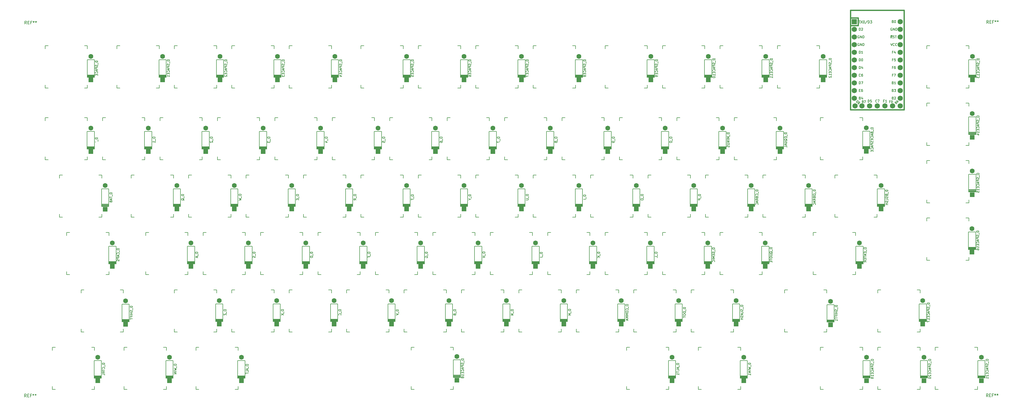
<source format=gbr>
G04 #@! TF.GenerationSoftware,KiCad,Pcbnew,(6.0.10)*
G04 #@! TF.CreationDate,2023-03-05T22:56:18-08:00*
G04 #@! TF.ProjectId,keyboard,6b657962-6f61-4726-942e-6b696361645f,rev?*
G04 #@! TF.SameCoordinates,Original*
G04 #@! TF.FileFunction,Legend,Top*
G04 #@! TF.FilePolarity,Positive*
%FSLAX46Y46*%
G04 Gerber Fmt 4.6, Leading zero omitted, Abs format (unit mm)*
G04 Created by KiCad (PCBNEW (6.0.10)) date 2023-03-05 22:56:18*
%MOMM*%
%LPD*%
G01*
G04 APERTURE LIST*
%ADD10C,0.150000*%
%ADD11C,0.200000*%
%ADD12C,0.381000*%
%ADD13R,1.600000X1.600000*%
%ADD14C,1.600000*%
%ADD15R,1.752600X1.752600*%
%ADD16C,1.752600*%
G04 APERTURE END LIST*
D10*
X234606904Y-140054761D02*
X233806904Y-140054761D01*
X233806904Y-140245238D01*
X233845000Y-140359523D01*
X233921190Y-140435714D01*
X233997380Y-140473809D01*
X234149761Y-140511904D01*
X234264047Y-140511904D01*
X234416428Y-140473809D01*
X234492619Y-140435714D01*
X234568809Y-140359523D01*
X234606904Y-140245238D01*
X234606904Y-140054761D01*
X234683095Y-140664285D02*
X234683095Y-141273809D01*
X233806904Y-141845238D02*
X233806904Y-141464285D01*
X234187857Y-141426190D01*
X234149761Y-141464285D01*
X234111666Y-141540476D01*
X234111666Y-141730952D01*
X234149761Y-141807142D01*
X234187857Y-141845238D01*
X234264047Y-141883333D01*
X234454523Y-141883333D01*
X234530714Y-141845238D01*
X234568809Y-141807142D01*
X234606904Y-141730952D01*
X234606904Y-141540476D01*
X234568809Y-141464285D01*
X234530714Y-141426190D01*
X277236904Y-197266666D02*
X276436904Y-197266666D01*
X276436904Y-197457142D01*
X276475000Y-197571428D01*
X276551190Y-197647619D01*
X276627380Y-197685714D01*
X276779761Y-197723809D01*
X276894047Y-197723809D01*
X277046428Y-197685714D01*
X277122619Y-197647619D01*
X277198809Y-197571428D01*
X277236904Y-197457142D01*
X277236904Y-197266666D01*
X277313095Y-197876190D02*
X277313095Y-198485714D01*
X277236904Y-198676190D02*
X276436904Y-198676190D01*
X277236904Y-199133333D01*
X276436904Y-199133333D01*
X384736904Y-195896666D02*
X383936904Y-195896666D01*
X383936904Y-196087142D01*
X383975000Y-196201428D01*
X384051190Y-196277619D01*
X384127380Y-196315714D01*
X384279761Y-196353809D01*
X384394047Y-196353809D01*
X384546428Y-196315714D01*
X384622619Y-196277619D01*
X384698809Y-196201428D01*
X384736904Y-196087142D01*
X384736904Y-195896666D01*
X384813095Y-196506190D02*
X384813095Y-197115714D01*
X384698809Y-197268095D02*
X384736904Y-197382380D01*
X384736904Y-197572857D01*
X384698809Y-197649047D01*
X384660714Y-197687142D01*
X384584523Y-197725238D01*
X384508333Y-197725238D01*
X384432142Y-197687142D01*
X384394047Y-197649047D01*
X384355952Y-197572857D01*
X384317857Y-197420476D01*
X384279761Y-197344285D01*
X384241666Y-197306190D01*
X384165476Y-197268095D01*
X384089285Y-197268095D01*
X384013095Y-197306190D01*
X383975000Y-197344285D01*
X383936904Y-197420476D01*
X383936904Y-197610952D01*
X383975000Y-197725238D01*
X384736904Y-198068095D02*
X383936904Y-198068095D01*
X384317857Y-198068095D02*
X384317857Y-198525238D01*
X384736904Y-198525238D02*
X383936904Y-198525238D01*
X384736904Y-198906190D02*
X383936904Y-198906190D01*
X384317857Y-199553809D02*
X384317857Y-199287142D01*
X384736904Y-199287142D02*
X383936904Y-199287142D01*
X383936904Y-199668095D01*
X383936904Y-199858571D02*
X383936904Y-200315714D01*
X384736904Y-200087142D02*
X383936904Y-200087142D01*
X384736904Y-201001428D02*
X384736904Y-200544285D01*
X384736904Y-200772857D02*
X383936904Y-200772857D01*
X384051190Y-200696666D01*
X384127380Y-200620476D01*
X384165476Y-200544285D01*
X431794404Y-114008095D02*
X430994404Y-114008095D01*
X430994404Y-114198571D01*
X431032500Y-114312857D01*
X431108690Y-114389047D01*
X431184880Y-114427142D01*
X431337261Y-114465238D01*
X431451547Y-114465238D01*
X431603928Y-114427142D01*
X431680119Y-114389047D01*
X431756309Y-114312857D01*
X431794404Y-114198571D01*
X431794404Y-114008095D01*
X431870595Y-114617619D02*
X431870595Y-115227142D01*
X431756309Y-115379523D02*
X431794404Y-115493809D01*
X431794404Y-115684285D01*
X431756309Y-115760476D01*
X431718214Y-115798571D01*
X431642023Y-115836666D01*
X431565833Y-115836666D01*
X431489642Y-115798571D01*
X431451547Y-115760476D01*
X431413452Y-115684285D01*
X431375357Y-115531904D01*
X431337261Y-115455714D01*
X431299166Y-115417619D01*
X431222976Y-115379523D01*
X431146785Y-115379523D01*
X431070595Y-115417619D01*
X431032500Y-115455714D01*
X430994404Y-115531904D01*
X430994404Y-115722380D01*
X431032500Y-115836666D01*
X431794404Y-116179523D02*
X430994404Y-116179523D01*
X430994404Y-116484285D01*
X431032500Y-116560476D01*
X431070595Y-116598571D01*
X431146785Y-116636666D01*
X431261071Y-116636666D01*
X431337261Y-116598571D01*
X431375357Y-116560476D01*
X431413452Y-116484285D01*
X431413452Y-116179523D01*
X431565833Y-116941428D02*
X431565833Y-117322380D01*
X431794404Y-116865238D02*
X430994404Y-117131904D01*
X431794404Y-117398571D01*
X431718214Y-118122380D02*
X431756309Y-118084285D01*
X431794404Y-117970000D01*
X431794404Y-117893809D01*
X431756309Y-117779523D01*
X431680119Y-117703333D01*
X431603928Y-117665238D01*
X431451547Y-117627142D01*
X431337261Y-117627142D01*
X431184880Y-117665238D01*
X431108690Y-117703333D01*
X431032500Y-117779523D01*
X430994404Y-117893809D01*
X430994404Y-117970000D01*
X431032500Y-118084285D01*
X431070595Y-118122380D01*
X431375357Y-118465238D02*
X431375357Y-118731904D01*
X431794404Y-118846190D02*
X431794404Y-118465238D01*
X430994404Y-118465238D01*
X430994404Y-118846190D01*
X431794404Y-119608095D02*
X431794404Y-119150952D01*
X431794404Y-119379523D02*
X430994404Y-119379523D01*
X431108690Y-119303333D01*
X431184880Y-119227142D01*
X431222976Y-119150952D01*
X430994404Y-119874761D02*
X430994404Y-120370000D01*
X431299166Y-120103333D01*
X431299166Y-120217619D01*
X431337261Y-120293809D01*
X431375357Y-120331904D01*
X431451547Y-120370000D01*
X431642023Y-120370000D01*
X431718214Y-120331904D01*
X431756309Y-120293809D01*
X431794404Y-120217619D01*
X431794404Y-119989047D01*
X431756309Y-119912857D01*
X431718214Y-119874761D01*
X220339404Y-114389047D02*
X219539404Y-114389047D01*
X219539404Y-114579523D01*
X219577500Y-114693809D01*
X219653690Y-114770000D01*
X219729880Y-114808095D01*
X219882261Y-114846190D01*
X219996547Y-114846190D01*
X220148928Y-114808095D01*
X220225119Y-114770000D01*
X220301309Y-114693809D01*
X220339404Y-114579523D01*
X220339404Y-114389047D01*
X220415595Y-114998571D02*
X220415595Y-115608095D01*
X220301309Y-115760476D02*
X220339404Y-115874761D01*
X220339404Y-116065238D01*
X220301309Y-116141428D01*
X220263214Y-116179523D01*
X220187023Y-116217619D01*
X220110833Y-116217619D01*
X220034642Y-116179523D01*
X219996547Y-116141428D01*
X219958452Y-116065238D01*
X219920357Y-115912857D01*
X219882261Y-115836666D01*
X219844166Y-115798571D01*
X219767976Y-115760476D01*
X219691785Y-115760476D01*
X219615595Y-115798571D01*
X219577500Y-115836666D01*
X219539404Y-115912857D01*
X219539404Y-116103333D01*
X219577500Y-116217619D01*
X220339404Y-116560476D02*
X219539404Y-116560476D01*
X219539404Y-116865238D01*
X219577500Y-116941428D01*
X219615595Y-116979523D01*
X219691785Y-117017619D01*
X219806071Y-117017619D01*
X219882261Y-116979523D01*
X219920357Y-116941428D01*
X219958452Y-116865238D01*
X219958452Y-116560476D01*
X220110833Y-117322380D02*
X220110833Y-117703333D01*
X220339404Y-117246190D02*
X219539404Y-117512857D01*
X220339404Y-117779523D01*
X220263214Y-118503333D02*
X220301309Y-118465238D01*
X220339404Y-118350952D01*
X220339404Y-118274761D01*
X220301309Y-118160476D01*
X220225119Y-118084285D01*
X220148928Y-118046190D01*
X219996547Y-118008095D01*
X219882261Y-118008095D01*
X219729880Y-118046190D01*
X219653690Y-118084285D01*
X219577500Y-118160476D01*
X219539404Y-118274761D01*
X219539404Y-118350952D01*
X219577500Y-118465238D01*
X219615595Y-118503333D01*
X219920357Y-118846190D02*
X219920357Y-119112857D01*
X220339404Y-119227142D02*
X220339404Y-118846190D01*
X219539404Y-118846190D01*
X219539404Y-119227142D01*
X219806071Y-119912857D02*
X220339404Y-119912857D01*
X219501309Y-119722380D02*
X220072738Y-119531904D01*
X220072738Y-120027142D01*
X206031904Y-159123809D02*
X205231904Y-159123809D01*
X205231904Y-159314285D01*
X205270000Y-159428571D01*
X205346190Y-159504761D01*
X205422380Y-159542857D01*
X205574761Y-159580952D01*
X205689047Y-159580952D01*
X205841428Y-159542857D01*
X205917619Y-159504761D01*
X205993809Y-159428571D01*
X206031904Y-159314285D01*
X206031904Y-159123809D01*
X206108095Y-159733333D02*
X206108095Y-160342857D01*
X205612857Y-160533333D02*
X205612857Y-160800000D01*
X206031904Y-160914285D02*
X206031904Y-160533333D01*
X205231904Y-160533333D01*
X205231904Y-160914285D01*
X172616904Y-178242857D02*
X171816904Y-178242857D01*
X171816904Y-178433333D01*
X171855000Y-178547619D01*
X171931190Y-178623809D01*
X172007380Y-178661904D01*
X172159761Y-178700000D01*
X172274047Y-178700000D01*
X172426428Y-178661904D01*
X172502619Y-178623809D01*
X172578809Y-178547619D01*
X172616904Y-178433333D01*
X172616904Y-178242857D01*
X172693095Y-178852380D02*
X172693095Y-179461904D01*
X172388333Y-179614285D02*
X172388333Y-179995238D01*
X172616904Y-179538095D02*
X171816904Y-179804761D01*
X172616904Y-180071428D01*
X196506904Y-140054761D02*
X195706904Y-140054761D01*
X195706904Y-140245238D01*
X195745000Y-140359523D01*
X195821190Y-140435714D01*
X195897380Y-140473809D01*
X196049761Y-140511904D01*
X196164047Y-140511904D01*
X196316428Y-140473809D01*
X196392619Y-140435714D01*
X196468809Y-140359523D01*
X196506904Y-140245238D01*
X196506904Y-140054761D01*
X196583095Y-140664285D02*
X196583095Y-141273809D01*
X195706904Y-141388095D02*
X195706904Y-141883333D01*
X196011666Y-141616666D01*
X196011666Y-141730952D01*
X196049761Y-141807142D01*
X196087857Y-141845238D01*
X196164047Y-141883333D01*
X196354523Y-141883333D01*
X196430714Y-141845238D01*
X196468809Y-141807142D01*
X196506904Y-141730952D01*
X196506904Y-141502380D01*
X196468809Y-141426190D01*
X196430714Y-141388095D01*
X253656904Y-140054761D02*
X252856904Y-140054761D01*
X252856904Y-140245238D01*
X252895000Y-140359523D01*
X252971190Y-140435714D01*
X253047380Y-140473809D01*
X253199761Y-140511904D01*
X253314047Y-140511904D01*
X253466428Y-140473809D01*
X253542619Y-140435714D01*
X253618809Y-140359523D01*
X253656904Y-140245238D01*
X253656904Y-140054761D01*
X253733095Y-140664285D02*
X253733095Y-141273809D01*
X252856904Y-141807142D02*
X252856904Y-141654761D01*
X252895000Y-141578571D01*
X252933095Y-141540476D01*
X253047380Y-141464285D01*
X253199761Y-141426190D01*
X253504523Y-141426190D01*
X253580714Y-141464285D01*
X253618809Y-141502380D01*
X253656904Y-141578571D01*
X253656904Y-141730952D01*
X253618809Y-141807142D01*
X253580714Y-141845238D01*
X253504523Y-141883333D01*
X253314047Y-141883333D01*
X253237857Y-141845238D01*
X253199761Y-141807142D01*
X253161666Y-141730952D01*
X253161666Y-141578571D01*
X253199761Y-141502380D01*
X253237857Y-141464285D01*
X253314047Y-141426190D01*
X201036904Y-197304761D02*
X200236904Y-197304761D01*
X200236904Y-197495238D01*
X200275000Y-197609523D01*
X200351190Y-197685714D01*
X200427380Y-197723809D01*
X200579761Y-197761904D01*
X200694047Y-197761904D01*
X200846428Y-197723809D01*
X200922619Y-197685714D01*
X200998809Y-197609523D01*
X201036904Y-197495238D01*
X201036904Y-197304761D01*
X201113095Y-197914285D02*
X201113095Y-198523809D01*
X200236904Y-198638095D02*
X201036904Y-199171428D01*
X200236904Y-199171428D02*
X201036904Y-198638095D01*
X301281904Y-159295238D02*
X300481904Y-159295238D01*
X300481904Y-159485714D01*
X300520000Y-159600000D01*
X300596190Y-159676190D01*
X300672380Y-159714285D01*
X300824761Y-159752380D01*
X300939047Y-159752380D01*
X301091428Y-159714285D01*
X301167619Y-159676190D01*
X301243809Y-159600000D01*
X301281904Y-159485714D01*
X301281904Y-159295238D01*
X301358095Y-159904761D02*
X301358095Y-160514285D01*
X301281904Y-160704761D02*
X300481904Y-160704761D01*
X291756904Y-140054761D02*
X290956904Y-140054761D01*
X290956904Y-140245238D01*
X290995000Y-140359523D01*
X291071190Y-140435714D01*
X291147380Y-140473809D01*
X291299761Y-140511904D01*
X291414047Y-140511904D01*
X291566428Y-140473809D01*
X291642619Y-140435714D01*
X291718809Y-140359523D01*
X291756904Y-140245238D01*
X291756904Y-140054761D01*
X291833095Y-140664285D02*
X291833095Y-141273809D01*
X291299761Y-141578571D02*
X291261666Y-141502380D01*
X291223571Y-141464285D01*
X291147380Y-141426190D01*
X291109285Y-141426190D01*
X291033095Y-141464285D01*
X290995000Y-141502380D01*
X290956904Y-141578571D01*
X290956904Y-141730952D01*
X290995000Y-141807142D01*
X291033095Y-141845238D01*
X291109285Y-141883333D01*
X291147380Y-141883333D01*
X291223571Y-141845238D01*
X291261666Y-141807142D01*
X291299761Y-141730952D01*
X291299761Y-141578571D01*
X291337857Y-141502380D01*
X291375952Y-141464285D01*
X291452142Y-141426190D01*
X291604523Y-141426190D01*
X291680714Y-141464285D01*
X291718809Y-141502380D01*
X291756904Y-141578571D01*
X291756904Y-141730952D01*
X291718809Y-141807142D01*
X291680714Y-141845238D01*
X291604523Y-141883333D01*
X291452142Y-141883333D01*
X291375952Y-141845238D01*
X291337857Y-141807142D01*
X291299761Y-141730952D01*
X229766904Y-178242857D02*
X228966904Y-178242857D01*
X228966904Y-178433333D01*
X229005000Y-178547619D01*
X229081190Y-178623809D01*
X229157380Y-178661904D01*
X229309761Y-178700000D01*
X229424047Y-178700000D01*
X229576428Y-178661904D01*
X229652619Y-178623809D01*
X229728809Y-178547619D01*
X229766904Y-178433333D01*
X229766904Y-178242857D01*
X229843095Y-178852380D02*
X229843095Y-179461904D01*
X229347857Y-179919047D02*
X229347857Y-179652380D01*
X229766904Y-179652380D02*
X228966904Y-179652380D01*
X228966904Y-180033333D01*
X286916904Y-178280952D02*
X286116904Y-178280952D01*
X286116904Y-178471428D01*
X286155000Y-178585714D01*
X286231190Y-178661904D01*
X286307380Y-178700000D01*
X286459761Y-178738095D01*
X286574047Y-178738095D01*
X286726428Y-178700000D01*
X286802619Y-178661904D01*
X286878809Y-178585714D01*
X286916904Y-178471428D01*
X286916904Y-178280952D01*
X286993095Y-178890476D02*
X286993095Y-179500000D01*
X286116904Y-179919047D02*
X286688333Y-179919047D01*
X286802619Y-179880952D01*
X286878809Y-179804761D01*
X286916904Y-179690476D01*
X286916904Y-179614285D01*
X431774404Y-133025595D02*
X430974404Y-133025595D01*
X430974404Y-133216071D01*
X431012500Y-133330357D01*
X431088690Y-133406547D01*
X431164880Y-133444642D01*
X431317261Y-133482738D01*
X431431547Y-133482738D01*
X431583928Y-133444642D01*
X431660119Y-133406547D01*
X431736309Y-133330357D01*
X431774404Y-133216071D01*
X431774404Y-133025595D01*
X431850595Y-133635119D02*
X431850595Y-134244642D01*
X431736309Y-134397023D02*
X431774404Y-134511309D01*
X431774404Y-134701785D01*
X431736309Y-134777976D01*
X431698214Y-134816071D01*
X431622023Y-134854166D01*
X431545833Y-134854166D01*
X431469642Y-134816071D01*
X431431547Y-134777976D01*
X431393452Y-134701785D01*
X431355357Y-134549404D01*
X431317261Y-134473214D01*
X431279166Y-134435119D01*
X431202976Y-134397023D01*
X431126785Y-134397023D01*
X431050595Y-134435119D01*
X431012500Y-134473214D01*
X430974404Y-134549404D01*
X430974404Y-134739880D01*
X431012500Y-134854166D01*
X431774404Y-135197023D02*
X430974404Y-135197023D01*
X430974404Y-135501785D01*
X431012500Y-135577976D01*
X431050595Y-135616071D01*
X431126785Y-135654166D01*
X431241071Y-135654166D01*
X431317261Y-135616071D01*
X431355357Y-135577976D01*
X431393452Y-135501785D01*
X431393452Y-135197023D01*
X431545833Y-135958928D02*
X431545833Y-136339880D01*
X431774404Y-135882738D02*
X430974404Y-136149404D01*
X431774404Y-136416071D01*
X431698214Y-137139880D02*
X431736309Y-137101785D01*
X431774404Y-136987500D01*
X431774404Y-136911309D01*
X431736309Y-136797023D01*
X431660119Y-136720833D01*
X431583928Y-136682738D01*
X431431547Y-136644642D01*
X431317261Y-136644642D01*
X431164880Y-136682738D01*
X431088690Y-136720833D01*
X431012500Y-136797023D01*
X430974404Y-136911309D01*
X430974404Y-136987500D01*
X431012500Y-137101785D01*
X431050595Y-137139880D01*
X431355357Y-137482738D02*
X431355357Y-137749404D01*
X431774404Y-137863690D02*
X431774404Y-137482738D01*
X430974404Y-137482738D01*
X430974404Y-137863690D01*
X431774404Y-138625595D02*
X431774404Y-138168452D01*
X431774404Y-138397023D02*
X430974404Y-138397023D01*
X431088690Y-138320833D01*
X431164880Y-138244642D01*
X431202976Y-138168452D01*
X431241071Y-139311309D02*
X431774404Y-139311309D01*
X430936309Y-139120833D02*
X431507738Y-138930357D01*
X431507738Y-139425595D01*
X220086904Y-197285714D02*
X219286904Y-197285714D01*
X219286904Y-197476190D01*
X219325000Y-197590476D01*
X219401190Y-197666666D01*
X219477380Y-197704761D01*
X219629761Y-197742857D01*
X219744047Y-197742857D01*
X219896428Y-197704761D01*
X219972619Y-197666666D01*
X220048809Y-197590476D01*
X220086904Y-197476190D01*
X220086904Y-197285714D01*
X220163095Y-197895238D02*
X220163095Y-198504761D01*
X220010714Y-199152380D02*
X220048809Y-199114285D01*
X220086904Y-199000000D01*
X220086904Y-198923809D01*
X220048809Y-198809523D01*
X219972619Y-198733333D01*
X219896428Y-198695238D01*
X219744047Y-198657142D01*
X219629761Y-198657142D01*
X219477380Y-198695238D01*
X219401190Y-198733333D01*
X219325000Y-198809523D01*
X219286904Y-198923809D01*
X219286904Y-199000000D01*
X219325000Y-199114285D01*
X219363095Y-199152380D01*
X139356904Y-140283333D02*
X138556904Y-140283333D01*
X138556904Y-140473809D01*
X138595000Y-140588095D01*
X138671190Y-140664285D01*
X138747380Y-140702380D01*
X138899761Y-140740476D01*
X139014047Y-140740476D01*
X139166428Y-140702380D01*
X139242619Y-140664285D01*
X139318809Y-140588095D01*
X139356904Y-140473809D01*
X139356904Y-140283333D01*
X139433095Y-140892857D02*
X139433095Y-141502380D01*
X138518809Y-141578571D02*
X138633095Y-141692857D01*
X167931904Y-159066666D02*
X167131904Y-159066666D01*
X167131904Y-159257142D01*
X167170000Y-159371428D01*
X167246190Y-159447619D01*
X167322380Y-159485714D01*
X167474761Y-159523809D01*
X167589047Y-159523809D01*
X167741428Y-159485714D01*
X167817619Y-159447619D01*
X167893809Y-159371428D01*
X167931904Y-159257142D01*
X167931904Y-159066666D01*
X168008095Y-159676190D02*
X168008095Y-160285714D01*
X168008095Y-161009523D02*
X167970000Y-160933333D01*
X167893809Y-160857142D01*
X167779523Y-160742857D01*
X167741428Y-160666666D01*
X167741428Y-160590476D01*
X167931904Y-160628571D02*
X167893809Y-160552380D01*
X167817619Y-160476190D01*
X167665238Y-160438095D01*
X167398571Y-160438095D01*
X167246190Y-160476190D01*
X167170000Y-160552380D01*
X167131904Y-160628571D01*
X167131904Y-160780952D01*
X167170000Y-160857142D01*
X167246190Y-160933333D01*
X167398571Y-160971428D01*
X167665238Y-160971428D01*
X167817619Y-160933333D01*
X167893809Y-160857142D01*
X167931904Y-160780952D01*
X167931904Y-160628571D01*
X415746904Y-213808095D02*
X414946904Y-213808095D01*
X414946904Y-213998571D01*
X414985000Y-214112857D01*
X415061190Y-214189047D01*
X415137380Y-214227142D01*
X415289761Y-214265238D01*
X415404047Y-214265238D01*
X415556428Y-214227142D01*
X415632619Y-214189047D01*
X415708809Y-214112857D01*
X415746904Y-213998571D01*
X415746904Y-213808095D01*
X415823095Y-214417619D02*
X415823095Y-215027142D01*
X415708809Y-215179523D02*
X415746904Y-215293809D01*
X415746904Y-215484285D01*
X415708809Y-215560476D01*
X415670714Y-215598571D01*
X415594523Y-215636666D01*
X415518333Y-215636666D01*
X415442142Y-215598571D01*
X415404047Y-215560476D01*
X415365952Y-215484285D01*
X415327857Y-215331904D01*
X415289761Y-215255714D01*
X415251666Y-215217619D01*
X415175476Y-215179523D01*
X415099285Y-215179523D01*
X415023095Y-215217619D01*
X414985000Y-215255714D01*
X414946904Y-215331904D01*
X414946904Y-215522380D01*
X414985000Y-215636666D01*
X415746904Y-215979523D02*
X414946904Y-215979523D01*
X414946904Y-216284285D01*
X414985000Y-216360476D01*
X415023095Y-216398571D01*
X415099285Y-216436666D01*
X415213571Y-216436666D01*
X415289761Y-216398571D01*
X415327857Y-216360476D01*
X415365952Y-216284285D01*
X415365952Y-215979523D01*
X415518333Y-216741428D02*
X415518333Y-217122380D01*
X415746904Y-216665238D02*
X414946904Y-216931904D01*
X415746904Y-217198571D01*
X415670714Y-217922380D02*
X415708809Y-217884285D01*
X415746904Y-217770000D01*
X415746904Y-217693809D01*
X415708809Y-217579523D01*
X415632619Y-217503333D01*
X415556428Y-217465238D01*
X415404047Y-217427142D01*
X415289761Y-217427142D01*
X415137380Y-217465238D01*
X415061190Y-217503333D01*
X414985000Y-217579523D01*
X414946904Y-217693809D01*
X414946904Y-217770000D01*
X414985000Y-217884285D01*
X415023095Y-217922380D01*
X415327857Y-218265238D02*
X415327857Y-218531904D01*
X415746904Y-218646190D02*
X415746904Y-218265238D01*
X414946904Y-218265238D01*
X414946904Y-218646190D01*
X415023095Y-218950952D02*
X414985000Y-218989047D01*
X414946904Y-219065238D01*
X414946904Y-219255714D01*
X414985000Y-219331904D01*
X415023095Y-219370000D01*
X415099285Y-219408095D01*
X415175476Y-219408095D01*
X415289761Y-219370000D01*
X415746904Y-218912857D01*
X415746904Y-219408095D01*
X414946904Y-219903333D02*
X414946904Y-219979523D01*
X414985000Y-220055714D01*
X415023095Y-220093809D01*
X415099285Y-220131904D01*
X415251666Y-220170000D01*
X415442142Y-220170000D01*
X415594523Y-220131904D01*
X415670714Y-220093809D01*
X415708809Y-220055714D01*
X415746904Y-219979523D01*
X415746904Y-219903333D01*
X415708809Y-219827142D01*
X415670714Y-219789047D01*
X415594523Y-219750952D01*
X415442142Y-219712857D01*
X415251666Y-219712857D01*
X415099285Y-219750952D01*
X415023095Y-219789047D01*
X414985000Y-219827142D01*
X414946904Y-219903333D01*
X332176904Y-215133333D02*
X331376904Y-215133333D01*
X331376904Y-215323809D01*
X331415000Y-215438095D01*
X331491190Y-215514285D01*
X331567380Y-215552380D01*
X331719761Y-215590476D01*
X331834047Y-215590476D01*
X331986428Y-215552380D01*
X332062619Y-215514285D01*
X332138809Y-215438095D01*
X332176904Y-215323809D01*
X332176904Y-215133333D01*
X332253095Y-215742857D02*
X332253095Y-216352380D01*
X331948333Y-216504761D02*
X331948333Y-216885714D01*
X332176904Y-216428571D02*
X331376904Y-216695238D01*
X332176904Y-216961904D01*
X332176904Y-217609523D02*
X332176904Y-217228571D01*
X331376904Y-217228571D01*
X331376904Y-217761904D02*
X331376904Y-218219047D01*
X332176904Y-217990476D02*
X331376904Y-217990476D01*
X332176904Y-218904761D02*
X332176904Y-218447619D01*
X332176904Y-218676190D02*
X331376904Y-218676190D01*
X331491190Y-218600000D01*
X331567380Y-218523809D01*
X331605476Y-218447619D01*
X367956904Y-138569047D02*
X367156904Y-138569047D01*
X367156904Y-138759523D01*
X367195000Y-138873809D01*
X367271190Y-138950000D01*
X367347380Y-138988095D01*
X367499761Y-139026190D01*
X367614047Y-139026190D01*
X367766428Y-138988095D01*
X367842619Y-138950000D01*
X367918809Y-138873809D01*
X367956904Y-138759523D01*
X367956904Y-138569047D01*
X368033095Y-139178571D02*
X368033095Y-139788095D01*
X367537857Y-139978571D02*
X367537857Y-140245238D01*
X367956904Y-140359523D02*
X367956904Y-139978571D01*
X367156904Y-139978571D01*
X367156904Y-140359523D01*
X368033095Y-141235714D02*
X367995000Y-141159523D01*
X367918809Y-141083333D01*
X367804523Y-140969047D01*
X367766428Y-140892857D01*
X367766428Y-140816666D01*
X367956904Y-140854761D02*
X367918809Y-140778571D01*
X367842619Y-140702380D01*
X367690238Y-140664285D01*
X367423571Y-140664285D01*
X367271190Y-140702380D01*
X367195000Y-140778571D01*
X367156904Y-140854761D01*
X367156904Y-141007142D01*
X367195000Y-141083333D01*
X367271190Y-141159523D01*
X367423571Y-141197619D01*
X367690238Y-141197619D01*
X367842619Y-141159523D01*
X367918809Y-141083333D01*
X367956904Y-141007142D01*
X367956904Y-140854761D01*
X367156904Y-141540476D02*
X367804523Y-141540476D01*
X367880714Y-141578571D01*
X367918809Y-141616666D01*
X367956904Y-141692857D01*
X367956904Y-141845238D01*
X367918809Y-141921428D01*
X367880714Y-141959523D01*
X367804523Y-141997619D01*
X367156904Y-141997619D01*
X367728333Y-142340476D02*
X367728333Y-142721428D01*
X367956904Y-142264285D02*
X367156904Y-142530952D01*
X367956904Y-142797619D01*
X367956904Y-143445238D02*
X367956904Y-143064285D01*
X367156904Y-143064285D01*
X182239404Y-114389047D02*
X181439404Y-114389047D01*
X181439404Y-114579523D01*
X181477500Y-114693809D01*
X181553690Y-114770000D01*
X181629880Y-114808095D01*
X181782261Y-114846190D01*
X181896547Y-114846190D01*
X182048928Y-114808095D01*
X182125119Y-114770000D01*
X182201309Y-114693809D01*
X182239404Y-114579523D01*
X182239404Y-114389047D01*
X182315595Y-114998571D02*
X182315595Y-115608095D01*
X182201309Y-115760476D02*
X182239404Y-115874761D01*
X182239404Y-116065238D01*
X182201309Y-116141428D01*
X182163214Y-116179523D01*
X182087023Y-116217619D01*
X182010833Y-116217619D01*
X181934642Y-116179523D01*
X181896547Y-116141428D01*
X181858452Y-116065238D01*
X181820357Y-115912857D01*
X181782261Y-115836666D01*
X181744166Y-115798571D01*
X181667976Y-115760476D01*
X181591785Y-115760476D01*
X181515595Y-115798571D01*
X181477500Y-115836666D01*
X181439404Y-115912857D01*
X181439404Y-116103333D01*
X181477500Y-116217619D01*
X182239404Y-116560476D02*
X181439404Y-116560476D01*
X181439404Y-116865238D01*
X181477500Y-116941428D01*
X181515595Y-116979523D01*
X181591785Y-117017619D01*
X181706071Y-117017619D01*
X181782261Y-116979523D01*
X181820357Y-116941428D01*
X181858452Y-116865238D01*
X181858452Y-116560476D01*
X182010833Y-117322380D02*
X182010833Y-117703333D01*
X182239404Y-117246190D02*
X181439404Y-117512857D01*
X182239404Y-117779523D01*
X182163214Y-118503333D02*
X182201309Y-118465238D01*
X182239404Y-118350952D01*
X182239404Y-118274761D01*
X182201309Y-118160476D01*
X182125119Y-118084285D01*
X182048928Y-118046190D01*
X181896547Y-118008095D01*
X181782261Y-118008095D01*
X181629880Y-118046190D01*
X181553690Y-118084285D01*
X181477500Y-118160476D01*
X181439404Y-118274761D01*
X181439404Y-118350952D01*
X181477500Y-118465238D01*
X181515595Y-118503333D01*
X181820357Y-118846190D02*
X181820357Y-119112857D01*
X182239404Y-119227142D02*
X182239404Y-118846190D01*
X181439404Y-118846190D01*
X181439404Y-119227142D01*
X181515595Y-119531904D02*
X181477500Y-119570000D01*
X181439404Y-119646190D01*
X181439404Y-119836666D01*
X181477500Y-119912857D01*
X181515595Y-119950952D01*
X181591785Y-119989047D01*
X181667976Y-119989047D01*
X181782261Y-119950952D01*
X182239404Y-119493809D01*
X182239404Y-119989047D01*
X146536904Y-177031904D02*
X145736904Y-177031904D01*
X145736904Y-177222380D01*
X145775000Y-177336666D01*
X145851190Y-177412857D01*
X145927380Y-177450952D01*
X146079761Y-177489047D01*
X146194047Y-177489047D01*
X146346428Y-177450952D01*
X146422619Y-177412857D01*
X146498809Y-177336666D01*
X146536904Y-177222380D01*
X146536904Y-177031904D01*
X146613095Y-177641428D02*
X146613095Y-178250952D01*
X146460714Y-178898571D02*
X146498809Y-178860476D01*
X146536904Y-178746190D01*
X146536904Y-178670000D01*
X146498809Y-178555714D01*
X146422619Y-178479523D01*
X146346428Y-178441428D01*
X146194047Y-178403333D01*
X146079761Y-178403333D01*
X145927380Y-178441428D01*
X145851190Y-178479523D01*
X145775000Y-178555714D01*
X145736904Y-178670000D01*
X145736904Y-178746190D01*
X145775000Y-178860476D01*
X145813095Y-178898571D01*
X146308333Y-179203333D02*
X146308333Y-179584285D01*
X146536904Y-179127142D02*
X145736904Y-179393809D01*
X146536904Y-179660476D01*
X146536904Y-179927142D02*
X145736904Y-179927142D01*
X145736904Y-180231904D01*
X145775000Y-180308095D01*
X145813095Y-180346190D01*
X145889285Y-180384285D01*
X146003571Y-180384285D01*
X146079761Y-180346190D01*
X146117857Y-180308095D01*
X146155952Y-180231904D01*
X146155952Y-179927142D01*
X146498809Y-180689047D02*
X146536904Y-180803333D01*
X146536904Y-180993809D01*
X146498809Y-181070000D01*
X146460714Y-181108095D01*
X146384523Y-181146190D01*
X146308333Y-181146190D01*
X146232142Y-181108095D01*
X146194047Y-181070000D01*
X146155952Y-180993809D01*
X146117857Y-180841428D01*
X146079761Y-180765238D01*
X146041666Y-180727142D01*
X145965476Y-180689047D01*
X145889285Y-180689047D01*
X145813095Y-180727142D01*
X145775000Y-180765238D01*
X145736904Y-180841428D01*
X145736904Y-181031904D01*
X145775000Y-181146190D01*
X329856904Y-140054761D02*
X329056904Y-140054761D01*
X329056904Y-140245238D01*
X329095000Y-140359523D01*
X329171190Y-140435714D01*
X329247380Y-140473809D01*
X329399761Y-140511904D01*
X329514047Y-140511904D01*
X329666428Y-140473809D01*
X329742619Y-140435714D01*
X329818809Y-140359523D01*
X329856904Y-140245238D01*
X329856904Y-140054761D01*
X329933095Y-140664285D02*
X329933095Y-141273809D01*
X329056904Y-141616666D02*
X329056904Y-141692857D01*
X329095000Y-141769047D01*
X329133095Y-141807142D01*
X329209285Y-141845238D01*
X329361666Y-141883333D01*
X329552142Y-141883333D01*
X329704523Y-141845238D01*
X329780714Y-141807142D01*
X329818809Y-141769047D01*
X329856904Y-141692857D01*
X329856904Y-141616666D01*
X329818809Y-141540476D01*
X329780714Y-141502380D01*
X329704523Y-141464285D01*
X329552142Y-141426190D01*
X329361666Y-141426190D01*
X329209285Y-141464285D01*
X329133095Y-141502380D01*
X329095000Y-141540476D01*
X329056904Y-141616666D01*
X305966904Y-178185714D02*
X305166904Y-178185714D01*
X305166904Y-178376190D01*
X305205000Y-178490476D01*
X305281190Y-178566666D01*
X305357380Y-178604761D01*
X305509761Y-178642857D01*
X305624047Y-178642857D01*
X305776428Y-178604761D01*
X305852619Y-178566666D01*
X305928809Y-178490476D01*
X305966904Y-178376190D01*
X305966904Y-178185714D01*
X306043095Y-178795238D02*
X306043095Y-179404761D01*
X305966904Y-179595238D02*
X305166904Y-179595238D01*
X305966904Y-180052380D02*
X305509761Y-179709523D01*
X305166904Y-180052380D02*
X305624047Y-179595238D01*
X363214404Y-114008095D02*
X362414404Y-114008095D01*
X362414404Y-114198571D01*
X362452500Y-114312857D01*
X362528690Y-114389047D01*
X362604880Y-114427142D01*
X362757261Y-114465238D01*
X362871547Y-114465238D01*
X363023928Y-114427142D01*
X363100119Y-114389047D01*
X363176309Y-114312857D01*
X363214404Y-114198571D01*
X363214404Y-114008095D01*
X363290595Y-114617619D02*
X363290595Y-115227142D01*
X363176309Y-115379523D02*
X363214404Y-115493809D01*
X363214404Y-115684285D01*
X363176309Y-115760476D01*
X363138214Y-115798571D01*
X363062023Y-115836666D01*
X362985833Y-115836666D01*
X362909642Y-115798571D01*
X362871547Y-115760476D01*
X362833452Y-115684285D01*
X362795357Y-115531904D01*
X362757261Y-115455714D01*
X362719166Y-115417619D01*
X362642976Y-115379523D01*
X362566785Y-115379523D01*
X362490595Y-115417619D01*
X362452500Y-115455714D01*
X362414404Y-115531904D01*
X362414404Y-115722380D01*
X362452500Y-115836666D01*
X363214404Y-116179523D02*
X362414404Y-116179523D01*
X362414404Y-116484285D01*
X362452500Y-116560476D01*
X362490595Y-116598571D01*
X362566785Y-116636666D01*
X362681071Y-116636666D01*
X362757261Y-116598571D01*
X362795357Y-116560476D01*
X362833452Y-116484285D01*
X362833452Y-116179523D01*
X362985833Y-116941428D02*
X362985833Y-117322380D01*
X363214404Y-116865238D02*
X362414404Y-117131904D01*
X363214404Y-117398571D01*
X363138214Y-118122380D02*
X363176309Y-118084285D01*
X363214404Y-117970000D01*
X363214404Y-117893809D01*
X363176309Y-117779523D01*
X363100119Y-117703333D01*
X363023928Y-117665238D01*
X362871547Y-117627142D01*
X362757261Y-117627142D01*
X362604880Y-117665238D01*
X362528690Y-117703333D01*
X362452500Y-117779523D01*
X362414404Y-117893809D01*
X362414404Y-117970000D01*
X362452500Y-118084285D01*
X362490595Y-118122380D01*
X362795357Y-118465238D02*
X362795357Y-118731904D01*
X363214404Y-118846190D02*
X363214404Y-118465238D01*
X362414404Y-118465238D01*
X362414404Y-118846190D01*
X363214404Y-119608095D02*
X363214404Y-119150952D01*
X363214404Y-119379523D02*
X362414404Y-119379523D01*
X362528690Y-119303333D01*
X362604880Y-119227142D01*
X362642976Y-119150952D01*
X363214404Y-120370000D02*
X363214404Y-119912857D01*
X363214404Y-120141428D02*
X362414404Y-120141428D01*
X362528690Y-120065238D01*
X362604880Y-119989047D01*
X362642976Y-119912857D01*
X353436904Y-195838095D02*
X352636904Y-195838095D01*
X352636904Y-196028571D01*
X352675000Y-196142857D01*
X352751190Y-196219047D01*
X352827380Y-196257142D01*
X352979761Y-196295238D01*
X353094047Y-196295238D01*
X353246428Y-196257142D01*
X353322619Y-196219047D01*
X353398809Y-196142857D01*
X353436904Y-196028571D01*
X353436904Y-195838095D01*
X353513095Y-196447619D02*
X353513095Y-197057142D01*
X353398809Y-197209523D02*
X353436904Y-197323809D01*
X353436904Y-197514285D01*
X353398809Y-197590476D01*
X353360714Y-197628571D01*
X353284523Y-197666666D01*
X353208333Y-197666666D01*
X353132142Y-197628571D01*
X353094047Y-197590476D01*
X353055952Y-197514285D01*
X353017857Y-197361904D01*
X352979761Y-197285714D01*
X352941666Y-197247619D01*
X352865476Y-197209523D01*
X352789285Y-197209523D01*
X352713095Y-197247619D01*
X352675000Y-197285714D01*
X352636904Y-197361904D01*
X352636904Y-197552380D01*
X352675000Y-197666666D01*
X353436904Y-198390476D02*
X353436904Y-198009523D01*
X352636904Y-198009523D01*
X353208333Y-198619047D02*
X353208333Y-199000000D01*
X353436904Y-198542857D02*
X352636904Y-198809523D01*
X353436904Y-199076190D01*
X353398809Y-199304761D02*
X353436904Y-199419047D01*
X353436904Y-199609523D01*
X353398809Y-199685714D01*
X353360714Y-199723809D01*
X353284523Y-199761904D01*
X353208333Y-199761904D01*
X353132142Y-199723809D01*
X353094047Y-199685714D01*
X353055952Y-199609523D01*
X353017857Y-199457142D01*
X352979761Y-199380952D01*
X352941666Y-199342857D01*
X352865476Y-199304761D01*
X352789285Y-199304761D01*
X352713095Y-199342857D01*
X352675000Y-199380952D01*
X352636904Y-199457142D01*
X352636904Y-199647619D01*
X352675000Y-199761904D01*
X353436904Y-200104761D02*
X352636904Y-200104761D01*
X353017857Y-200104761D02*
X353017857Y-200561904D01*
X353436904Y-200561904D02*
X352636904Y-200561904D01*
X320331904Y-159066666D02*
X319531904Y-159066666D01*
X319531904Y-159257142D01*
X319570000Y-159371428D01*
X319646190Y-159447619D01*
X319722380Y-159485714D01*
X319874761Y-159523809D01*
X319989047Y-159523809D01*
X320141428Y-159485714D01*
X320217619Y-159447619D01*
X320293809Y-159371428D01*
X320331904Y-159257142D01*
X320331904Y-159066666D01*
X320408095Y-159676190D02*
X320408095Y-160285714D01*
X319531904Y-160628571D02*
X319531904Y-160780952D01*
X319570000Y-160857142D01*
X319646190Y-160933333D01*
X319798571Y-160971428D01*
X320065238Y-160971428D01*
X320217619Y-160933333D01*
X320293809Y-160857142D01*
X320331904Y-160780952D01*
X320331904Y-160628571D01*
X320293809Y-160552380D01*
X320217619Y-160476190D01*
X320065238Y-160438095D01*
X319798571Y-160438095D01*
X319646190Y-160476190D01*
X319570000Y-160552380D01*
X319531904Y-160628571D01*
X344066904Y-176795238D02*
X343266904Y-176795238D01*
X343266904Y-176985714D01*
X343305000Y-177100000D01*
X343381190Y-177176190D01*
X343457380Y-177214285D01*
X343609761Y-177252380D01*
X343724047Y-177252380D01*
X343876428Y-177214285D01*
X343952619Y-177176190D01*
X344028809Y-177100000D01*
X344066904Y-176985714D01*
X344066904Y-176795238D01*
X344143095Y-177404761D02*
X344143095Y-178014285D01*
X344028809Y-178166666D02*
X344066904Y-178280952D01*
X344066904Y-178471428D01*
X344028809Y-178547619D01*
X343990714Y-178585714D01*
X343914523Y-178623809D01*
X343838333Y-178623809D01*
X343762142Y-178585714D01*
X343724047Y-178547619D01*
X343685952Y-178471428D01*
X343647857Y-178319047D01*
X343609761Y-178242857D01*
X343571666Y-178204761D01*
X343495476Y-178166666D01*
X343419285Y-178166666D01*
X343343095Y-178204761D01*
X343305000Y-178242857D01*
X343266904Y-178319047D01*
X343266904Y-178509523D01*
X343305000Y-178623809D01*
X343647857Y-178966666D02*
X343647857Y-179233333D01*
X344066904Y-179347619D02*
X344066904Y-178966666D01*
X343266904Y-178966666D01*
X343266904Y-179347619D01*
X344066904Y-179690476D02*
X343266904Y-179690476D01*
X343838333Y-179957142D01*
X343266904Y-180223809D01*
X344066904Y-180223809D01*
X344066904Y-180604761D02*
X343266904Y-180604761D01*
X343990714Y-181442857D02*
X344028809Y-181404761D01*
X344066904Y-181290476D01*
X344066904Y-181214285D01*
X344028809Y-181100000D01*
X343952619Y-181023809D01*
X343876428Y-180985714D01*
X343724047Y-180947619D01*
X343609761Y-180947619D01*
X343457380Y-180985714D01*
X343381190Y-181023809D01*
X343305000Y-181100000D01*
X343266904Y-181214285D01*
X343266904Y-181290476D01*
X343305000Y-181404761D01*
X343343095Y-181442857D01*
X267866904Y-178166666D02*
X267066904Y-178166666D01*
X267066904Y-178357142D01*
X267105000Y-178471428D01*
X267181190Y-178547619D01*
X267257380Y-178585714D01*
X267409761Y-178623809D01*
X267524047Y-178623809D01*
X267676428Y-178585714D01*
X267752619Y-178547619D01*
X267828809Y-178471428D01*
X267866904Y-178357142D01*
X267866904Y-178166666D01*
X267943095Y-178776190D02*
X267943095Y-179385714D01*
X267866904Y-179576190D02*
X267066904Y-179576190D01*
X267447857Y-179576190D02*
X267447857Y-180033333D01*
X267866904Y-180033333D02*
X267066904Y-180033333D01*
X296286904Y-197228571D02*
X295486904Y-197228571D01*
X295486904Y-197419047D01*
X295525000Y-197533333D01*
X295601190Y-197609523D01*
X295677380Y-197647619D01*
X295829761Y-197685714D01*
X295944047Y-197685714D01*
X296096428Y-197647619D01*
X296172619Y-197609523D01*
X296248809Y-197533333D01*
X296286904Y-197419047D01*
X296286904Y-197228571D01*
X296363095Y-197838095D02*
X296363095Y-198447619D01*
X296286904Y-198638095D02*
X295486904Y-198638095D01*
X296058333Y-198904761D01*
X295486904Y-199171428D01*
X296286904Y-199171428D01*
X201289404Y-114389047D02*
X200489404Y-114389047D01*
X200489404Y-114579523D01*
X200527500Y-114693809D01*
X200603690Y-114770000D01*
X200679880Y-114808095D01*
X200832261Y-114846190D01*
X200946547Y-114846190D01*
X201098928Y-114808095D01*
X201175119Y-114770000D01*
X201251309Y-114693809D01*
X201289404Y-114579523D01*
X201289404Y-114389047D01*
X201365595Y-114998571D02*
X201365595Y-115608095D01*
X201251309Y-115760476D02*
X201289404Y-115874761D01*
X201289404Y-116065238D01*
X201251309Y-116141428D01*
X201213214Y-116179523D01*
X201137023Y-116217619D01*
X201060833Y-116217619D01*
X200984642Y-116179523D01*
X200946547Y-116141428D01*
X200908452Y-116065238D01*
X200870357Y-115912857D01*
X200832261Y-115836666D01*
X200794166Y-115798571D01*
X200717976Y-115760476D01*
X200641785Y-115760476D01*
X200565595Y-115798571D01*
X200527500Y-115836666D01*
X200489404Y-115912857D01*
X200489404Y-116103333D01*
X200527500Y-116217619D01*
X201289404Y-116560476D02*
X200489404Y-116560476D01*
X200489404Y-116865238D01*
X200527500Y-116941428D01*
X200565595Y-116979523D01*
X200641785Y-117017619D01*
X200756071Y-117017619D01*
X200832261Y-116979523D01*
X200870357Y-116941428D01*
X200908452Y-116865238D01*
X200908452Y-116560476D01*
X201060833Y-117322380D02*
X201060833Y-117703333D01*
X201289404Y-117246190D02*
X200489404Y-117512857D01*
X201289404Y-117779523D01*
X201213214Y-118503333D02*
X201251309Y-118465238D01*
X201289404Y-118350952D01*
X201289404Y-118274761D01*
X201251309Y-118160476D01*
X201175119Y-118084285D01*
X201098928Y-118046190D01*
X200946547Y-118008095D01*
X200832261Y-118008095D01*
X200679880Y-118046190D01*
X200603690Y-118084285D01*
X200527500Y-118160476D01*
X200489404Y-118274761D01*
X200489404Y-118350952D01*
X200527500Y-118465238D01*
X200565595Y-118503333D01*
X200870357Y-118846190D02*
X200870357Y-119112857D01*
X201289404Y-119227142D02*
X201289404Y-118846190D01*
X200489404Y-118846190D01*
X200489404Y-119227142D01*
X200489404Y-119493809D02*
X200489404Y-119989047D01*
X200794166Y-119722380D01*
X200794166Y-119836666D01*
X200832261Y-119912857D01*
X200870357Y-119950952D01*
X200946547Y-119989047D01*
X201137023Y-119989047D01*
X201213214Y-119950952D01*
X201251309Y-119912857D01*
X201289404Y-119836666D01*
X201289404Y-119608095D01*
X201251309Y-119531904D01*
X201213214Y-119493809D01*
X115776666Y-102562380D02*
X115443333Y-102086190D01*
X115205238Y-102562380D02*
X115205238Y-101562380D01*
X115586190Y-101562380D01*
X115681428Y-101610000D01*
X115729047Y-101657619D01*
X115776666Y-101752857D01*
X115776666Y-101895714D01*
X115729047Y-101990952D01*
X115681428Y-102038571D01*
X115586190Y-102086190D01*
X115205238Y-102086190D01*
X116205238Y-102038571D02*
X116538571Y-102038571D01*
X116681428Y-102562380D02*
X116205238Y-102562380D01*
X116205238Y-101562380D01*
X116681428Y-101562380D01*
X117443333Y-102038571D02*
X117110000Y-102038571D01*
X117110000Y-102562380D02*
X117110000Y-101562380D01*
X117586190Y-101562380D01*
X118110000Y-101562380D02*
X118110000Y-101800476D01*
X117871904Y-101705238D02*
X118110000Y-101800476D01*
X118348095Y-101705238D01*
X117967142Y-101990952D02*
X118110000Y-101800476D01*
X118252857Y-101990952D01*
X118871904Y-101562380D02*
X118871904Y-101800476D01*
X118633809Y-101705238D02*
X118871904Y-101800476D01*
X119110000Y-101705238D01*
X118729047Y-101990952D02*
X118871904Y-101800476D01*
X119014761Y-101990952D01*
X363116904Y-176661904D02*
X362316904Y-176661904D01*
X362316904Y-176852380D01*
X362355000Y-176966666D01*
X362431190Y-177042857D01*
X362507380Y-177080952D01*
X362659761Y-177119047D01*
X362774047Y-177119047D01*
X362926428Y-177080952D01*
X363002619Y-177042857D01*
X363078809Y-176966666D01*
X363116904Y-176852380D01*
X363116904Y-176661904D01*
X363193095Y-177271428D02*
X363193095Y-177880952D01*
X363193095Y-178604761D02*
X363155000Y-178528571D01*
X363078809Y-178452380D01*
X362964523Y-178338095D01*
X362926428Y-178261904D01*
X362926428Y-178185714D01*
X363116904Y-178223809D02*
X363078809Y-178147619D01*
X363002619Y-178071428D01*
X362850238Y-178033333D01*
X362583571Y-178033333D01*
X362431190Y-178071428D01*
X362355000Y-178147619D01*
X362316904Y-178223809D01*
X362316904Y-178376190D01*
X362355000Y-178452380D01*
X362431190Y-178528571D01*
X362583571Y-178566666D01*
X362850238Y-178566666D01*
X363002619Y-178528571D01*
X363078809Y-178452380D01*
X363116904Y-178376190D01*
X363116904Y-178223809D01*
X362316904Y-178909523D02*
X362964523Y-178909523D01*
X363040714Y-178947619D01*
X363078809Y-178985714D01*
X363116904Y-179061904D01*
X363116904Y-179214285D01*
X363078809Y-179290476D01*
X363040714Y-179328571D01*
X362964523Y-179366666D01*
X362316904Y-179366666D01*
X362316904Y-179900000D02*
X362316904Y-180052380D01*
X362355000Y-180128571D01*
X362431190Y-180204761D01*
X362583571Y-180242857D01*
X362850238Y-180242857D01*
X363002619Y-180204761D01*
X363078809Y-180128571D01*
X363116904Y-180052380D01*
X363116904Y-179900000D01*
X363078809Y-179823809D01*
X363002619Y-179747619D01*
X362850238Y-179709523D01*
X362583571Y-179709523D01*
X362431190Y-179747619D01*
X362355000Y-179823809D01*
X362316904Y-179900000D01*
X362316904Y-180471428D02*
X362316904Y-180928571D01*
X363116904Y-180700000D02*
X362316904Y-180700000D01*
X362697857Y-181195238D02*
X362697857Y-181461904D01*
X363116904Y-181576190D02*
X363116904Y-181195238D01*
X362316904Y-181195238D01*
X362316904Y-181576190D01*
X150916904Y-196147619D02*
X150116904Y-196147619D01*
X150116904Y-196338095D01*
X150155000Y-196452380D01*
X150231190Y-196528571D01*
X150307380Y-196566666D01*
X150459761Y-196604761D01*
X150574047Y-196604761D01*
X150726428Y-196566666D01*
X150802619Y-196528571D01*
X150878809Y-196452380D01*
X150916904Y-196338095D01*
X150916904Y-196147619D01*
X150993095Y-196757142D02*
X150993095Y-197366666D01*
X150878809Y-197519047D02*
X150916904Y-197633333D01*
X150916904Y-197823809D01*
X150878809Y-197900000D01*
X150840714Y-197938095D01*
X150764523Y-197976190D01*
X150688333Y-197976190D01*
X150612142Y-197938095D01*
X150574047Y-197900000D01*
X150535952Y-197823809D01*
X150497857Y-197671428D01*
X150459761Y-197595238D01*
X150421666Y-197557142D01*
X150345476Y-197519047D01*
X150269285Y-197519047D01*
X150193095Y-197557142D01*
X150155000Y-197595238D01*
X150116904Y-197671428D01*
X150116904Y-197861904D01*
X150155000Y-197976190D01*
X150916904Y-198319047D02*
X150116904Y-198319047D01*
X150497857Y-198319047D02*
X150497857Y-198776190D01*
X150916904Y-198776190D02*
X150116904Y-198776190D01*
X150916904Y-199157142D02*
X150116904Y-199157142D01*
X150497857Y-199804761D02*
X150497857Y-199538095D01*
X150916904Y-199538095D02*
X150116904Y-199538095D01*
X150116904Y-199919047D01*
X150116904Y-200109523D02*
X150116904Y-200566666D01*
X150916904Y-200338095D02*
X150116904Y-200338095D01*
X396696904Y-213808095D02*
X395896904Y-213808095D01*
X395896904Y-213998571D01*
X395935000Y-214112857D01*
X396011190Y-214189047D01*
X396087380Y-214227142D01*
X396239761Y-214265238D01*
X396354047Y-214265238D01*
X396506428Y-214227142D01*
X396582619Y-214189047D01*
X396658809Y-214112857D01*
X396696904Y-213998571D01*
X396696904Y-213808095D01*
X396773095Y-214417619D02*
X396773095Y-215027142D01*
X396658809Y-215179523D02*
X396696904Y-215293809D01*
X396696904Y-215484285D01*
X396658809Y-215560476D01*
X396620714Y-215598571D01*
X396544523Y-215636666D01*
X396468333Y-215636666D01*
X396392142Y-215598571D01*
X396354047Y-215560476D01*
X396315952Y-215484285D01*
X396277857Y-215331904D01*
X396239761Y-215255714D01*
X396201666Y-215217619D01*
X396125476Y-215179523D01*
X396049285Y-215179523D01*
X395973095Y-215217619D01*
X395935000Y-215255714D01*
X395896904Y-215331904D01*
X395896904Y-215522380D01*
X395935000Y-215636666D01*
X396696904Y-215979523D02*
X395896904Y-215979523D01*
X395896904Y-216284285D01*
X395935000Y-216360476D01*
X395973095Y-216398571D01*
X396049285Y-216436666D01*
X396163571Y-216436666D01*
X396239761Y-216398571D01*
X396277857Y-216360476D01*
X396315952Y-216284285D01*
X396315952Y-215979523D01*
X396468333Y-216741428D02*
X396468333Y-217122380D01*
X396696904Y-216665238D02*
X395896904Y-216931904D01*
X396696904Y-217198571D01*
X396620714Y-217922380D02*
X396658809Y-217884285D01*
X396696904Y-217770000D01*
X396696904Y-217693809D01*
X396658809Y-217579523D01*
X396582619Y-217503333D01*
X396506428Y-217465238D01*
X396354047Y-217427142D01*
X396239761Y-217427142D01*
X396087380Y-217465238D01*
X396011190Y-217503333D01*
X395935000Y-217579523D01*
X395896904Y-217693809D01*
X395896904Y-217770000D01*
X395935000Y-217884285D01*
X395973095Y-217922380D01*
X396277857Y-218265238D02*
X396277857Y-218531904D01*
X396696904Y-218646190D02*
X396696904Y-218265238D01*
X395896904Y-218265238D01*
X395896904Y-218646190D01*
X396696904Y-219408095D02*
X396696904Y-218950952D01*
X396696904Y-219179523D02*
X395896904Y-219179523D01*
X396011190Y-219103333D01*
X396087380Y-219027142D01*
X396125476Y-218950952D01*
X396696904Y-219789047D02*
X396696904Y-219941428D01*
X396658809Y-220017619D01*
X396620714Y-220055714D01*
X396506428Y-220131904D01*
X396354047Y-220170000D01*
X396049285Y-220170000D01*
X395973095Y-220131904D01*
X395935000Y-220093809D01*
X395896904Y-220017619D01*
X395896904Y-219865238D01*
X395935000Y-219789047D01*
X395973095Y-219750952D01*
X396049285Y-219712857D01*
X396239761Y-219712857D01*
X396315952Y-219750952D01*
X396354047Y-219789047D01*
X396392142Y-219865238D01*
X396392142Y-220017619D01*
X396354047Y-220093809D01*
X396315952Y-220131904D01*
X396239761Y-220170000D01*
X339381904Y-159085714D02*
X338581904Y-159085714D01*
X338581904Y-159276190D01*
X338620000Y-159390476D01*
X338696190Y-159466666D01*
X338772380Y-159504761D01*
X338924761Y-159542857D01*
X339039047Y-159542857D01*
X339191428Y-159504761D01*
X339267619Y-159466666D01*
X339343809Y-159390476D01*
X339381904Y-159276190D01*
X339381904Y-159085714D01*
X339458095Y-159695238D02*
X339458095Y-160304761D01*
X339381904Y-160495238D02*
X338581904Y-160495238D01*
X338581904Y-160800000D01*
X338620000Y-160876190D01*
X338658095Y-160914285D01*
X338734285Y-160952380D01*
X338848571Y-160952380D01*
X338924761Y-160914285D01*
X338962857Y-160876190D01*
X339000952Y-160800000D01*
X339000952Y-160495238D01*
X141676904Y-215057142D02*
X140876904Y-215057142D01*
X140876904Y-215247619D01*
X140915000Y-215361904D01*
X140991190Y-215438095D01*
X141067380Y-215476190D01*
X141219761Y-215514285D01*
X141334047Y-215514285D01*
X141486428Y-215476190D01*
X141562619Y-215438095D01*
X141638809Y-215361904D01*
X141676904Y-215247619D01*
X141676904Y-215057142D01*
X141753095Y-215666666D02*
X141753095Y-216276190D01*
X141600714Y-216923809D02*
X141638809Y-216885714D01*
X141676904Y-216771428D01*
X141676904Y-216695238D01*
X141638809Y-216580952D01*
X141562619Y-216504761D01*
X141486428Y-216466666D01*
X141334047Y-216428571D01*
X141219761Y-216428571D01*
X141067380Y-216466666D01*
X140991190Y-216504761D01*
X140915000Y-216580952D01*
X140876904Y-216695238D01*
X140876904Y-216771428D01*
X140915000Y-216885714D01*
X140953095Y-216923809D01*
X140876904Y-217152380D02*
X140876904Y-217609523D01*
X141676904Y-217380952D02*
X140876904Y-217380952D01*
X141676904Y-218333333D02*
X141295952Y-218066666D01*
X141676904Y-217876190D02*
X140876904Y-217876190D01*
X140876904Y-218180952D01*
X140915000Y-218257142D01*
X140953095Y-218295238D01*
X141029285Y-218333333D01*
X141143571Y-218333333D01*
X141219761Y-218295238D01*
X141257857Y-218257142D01*
X141295952Y-218180952D01*
X141295952Y-217876190D01*
X141676904Y-219057142D02*
X141676904Y-218676190D01*
X140876904Y-218676190D01*
X181986904Y-197304761D02*
X181186904Y-197304761D01*
X181186904Y-197495238D01*
X181225000Y-197609523D01*
X181301190Y-197685714D01*
X181377380Y-197723809D01*
X181529761Y-197761904D01*
X181644047Y-197761904D01*
X181796428Y-197723809D01*
X181872619Y-197685714D01*
X181948809Y-197609523D01*
X181986904Y-197495238D01*
X181986904Y-197304761D01*
X182063095Y-197914285D02*
X182063095Y-198523809D01*
X181186904Y-198638095D02*
X181186904Y-199171428D01*
X181986904Y-198638095D01*
X181986904Y-199171428D01*
X186981904Y-159028571D02*
X186181904Y-159028571D01*
X186181904Y-159219047D01*
X186220000Y-159333333D01*
X186296190Y-159409523D01*
X186372380Y-159447619D01*
X186524761Y-159485714D01*
X186639047Y-159485714D01*
X186791428Y-159447619D01*
X186867619Y-159409523D01*
X186943809Y-159333333D01*
X186981904Y-159219047D01*
X186981904Y-159028571D01*
X187058095Y-159638095D02*
X187058095Y-160247619D01*
X186181904Y-160361904D02*
X186981904Y-160552380D01*
X186410476Y-160704761D01*
X186981904Y-160857142D01*
X186181904Y-161047619D01*
X301301904Y-114389047D02*
X300501904Y-114389047D01*
X300501904Y-114579523D01*
X300540000Y-114693809D01*
X300616190Y-114770000D01*
X300692380Y-114808095D01*
X300844761Y-114846190D01*
X300959047Y-114846190D01*
X301111428Y-114808095D01*
X301187619Y-114770000D01*
X301263809Y-114693809D01*
X301301904Y-114579523D01*
X301301904Y-114389047D01*
X301378095Y-114998571D02*
X301378095Y-115608095D01*
X301263809Y-115760476D02*
X301301904Y-115874761D01*
X301301904Y-116065238D01*
X301263809Y-116141428D01*
X301225714Y-116179523D01*
X301149523Y-116217619D01*
X301073333Y-116217619D01*
X300997142Y-116179523D01*
X300959047Y-116141428D01*
X300920952Y-116065238D01*
X300882857Y-115912857D01*
X300844761Y-115836666D01*
X300806666Y-115798571D01*
X300730476Y-115760476D01*
X300654285Y-115760476D01*
X300578095Y-115798571D01*
X300540000Y-115836666D01*
X300501904Y-115912857D01*
X300501904Y-116103333D01*
X300540000Y-116217619D01*
X301301904Y-116560476D02*
X300501904Y-116560476D01*
X300501904Y-116865238D01*
X300540000Y-116941428D01*
X300578095Y-116979523D01*
X300654285Y-117017619D01*
X300768571Y-117017619D01*
X300844761Y-116979523D01*
X300882857Y-116941428D01*
X300920952Y-116865238D01*
X300920952Y-116560476D01*
X301073333Y-117322380D02*
X301073333Y-117703333D01*
X301301904Y-117246190D02*
X300501904Y-117512857D01*
X301301904Y-117779523D01*
X301225714Y-118503333D02*
X301263809Y-118465238D01*
X301301904Y-118350952D01*
X301301904Y-118274761D01*
X301263809Y-118160476D01*
X301187619Y-118084285D01*
X301111428Y-118046190D01*
X300959047Y-118008095D01*
X300844761Y-118008095D01*
X300692380Y-118046190D01*
X300616190Y-118084285D01*
X300540000Y-118160476D01*
X300501904Y-118274761D01*
X300501904Y-118350952D01*
X300540000Y-118465238D01*
X300578095Y-118503333D01*
X300882857Y-118846190D02*
X300882857Y-119112857D01*
X301301904Y-119227142D02*
X301301904Y-118846190D01*
X300501904Y-118846190D01*
X300501904Y-119227142D01*
X300844761Y-119684285D02*
X300806666Y-119608095D01*
X300768571Y-119570000D01*
X300692380Y-119531904D01*
X300654285Y-119531904D01*
X300578095Y-119570000D01*
X300540000Y-119608095D01*
X300501904Y-119684285D01*
X300501904Y-119836666D01*
X300540000Y-119912857D01*
X300578095Y-119950952D01*
X300654285Y-119989047D01*
X300692380Y-119989047D01*
X300768571Y-119950952D01*
X300806666Y-119912857D01*
X300844761Y-119836666D01*
X300844761Y-119684285D01*
X300882857Y-119608095D01*
X300920952Y-119570000D01*
X300997142Y-119531904D01*
X301149523Y-119531904D01*
X301225714Y-119570000D01*
X301263809Y-119608095D01*
X301301904Y-119684285D01*
X301301904Y-119836666D01*
X301263809Y-119912857D01*
X301225714Y-119950952D01*
X301149523Y-119989047D01*
X300997142Y-119989047D01*
X300920952Y-119950952D01*
X300882857Y-119912857D01*
X300844761Y-119836666D01*
X344164404Y-114008095D02*
X343364404Y-114008095D01*
X343364404Y-114198571D01*
X343402500Y-114312857D01*
X343478690Y-114389047D01*
X343554880Y-114427142D01*
X343707261Y-114465238D01*
X343821547Y-114465238D01*
X343973928Y-114427142D01*
X344050119Y-114389047D01*
X344126309Y-114312857D01*
X344164404Y-114198571D01*
X344164404Y-114008095D01*
X344240595Y-114617619D02*
X344240595Y-115227142D01*
X344126309Y-115379523D02*
X344164404Y-115493809D01*
X344164404Y-115684285D01*
X344126309Y-115760476D01*
X344088214Y-115798571D01*
X344012023Y-115836666D01*
X343935833Y-115836666D01*
X343859642Y-115798571D01*
X343821547Y-115760476D01*
X343783452Y-115684285D01*
X343745357Y-115531904D01*
X343707261Y-115455714D01*
X343669166Y-115417619D01*
X343592976Y-115379523D01*
X343516785Y-115379523D01*
X343440595Y-115417619D01*
X343402500Y-115455714D01*
X343364404Y-115531904D01*
X343364404Y-115722380D01*
X343402500Y-115836666D01*
X344164404Y-116179523D02*
X343364404Y-116179523D01*
X343364404Y-116484285D01*
X343402500Y-116560476D01*
X343440595Y-116598571D01*
X343516785Y-116636666D01*
X343631071Y-116636666D01*
X343707261Y-116598571D01*
X343745357Y-116560476D01*
X343783452Y-116484285D01*
X343783452Y-116179523D01*
X343935833Y-116941428D02*
X343935833Y-117322380D01*
X344164404Y-116865238D02*
X343364404Y-117131904D01*
X344164404Y-117398571D01*
X344088214Y-118122380D02*
X344126309Y-118084285D01*
X344164404Y-117970000D01*
X344164404Y-117893809D01*
X344126309Y-117779523D01*
X344050119Y-117703333D01*
X343973928Y-117665238D01*
X343821547Y-117627142D01*
X343707261Y-117627142D01*
X343554880Y-117665238D01*
X343478690Y-117703333D01*
X343402500Y-117779523D01*
X343364404Y-117893809D01*
X343364404Y-117970000D01*
X343402500Y-118084285D01*
X343440595Y-118122380D01*
X343745357Y-118465238D02*
X343745357Y-118731904D01*
X344164404Y-118846190D02*
X344164404Y-118465238D01*
X343364404Y-118465238D01*
X343364404Y-118846190D01*
X344164404Y-119608095D02*
X344164404Y-119150952D01*
X344164404Y-119379523D02*
X343364404Y-119379523D01*
X343478690Y-119303333D01*
X343554880Y-119227142D01*
X343592976Y-119150952D01*
X343364404Y-120103333D02*
X343364404Y-120179523D01*
X343402500Y-120255714D01*
X343440595Y-120293809D01*
X343516785Y-120331904D01*
X343669166Y-120370000D01*
X343859642Y-120370000D01*
X344012023Y-120331904D01*
X344088214Y-120293809D01*
X344126309Y-120255714D01*
X344164404Y-120179523D01*
X344164404Y-120103333D01*
X344126309Y-120027142D01*
X344088214Y-119989047D01*
X344012023Y-119950952D01*
X343859642Y-119912857D01*
X343669166Y-119912857D01*
X343516785Y-119950952D01*
X343440595Y-119989047D01*
X343402500Y-120027142D01*
X343364404Y-120103333D01*
X355989404Y-215038095D02*
X355189404Y-215038095D01*
X355189404Y-215228571D01*
X355227500Y-215342857D01*
X355303690Y-215419047D01*
X355379880Y-215457142D01*
X355532261Y-215495238D01*
X355646547Y-215495238D01*
X355798928Y-215457142D01*
X355875119Y-215419047D01*
X355951309Y-215342857D01*
X355989404Y-215228571D01*
X355989404Y-215038095D01*
X356065595Y-215647619D02*
X356065595Y-216257142D01*
X355189404Y-216371428D02*
X355989404Y-216561904D01*
X355417976Y-216714285D01*
X355989404Y-216866666D01*
X355189404Y-217057142D01*
X355989404Y-217361904D02*
X355189404Y-217361904D01*
X355989404Y-217742857D02*
X355189404Y-217742857D01*
X355989404Y-218200000D01*
X355189404Y-218200000D01*
X355989404Y-219000000D02*
X355989404Y-218542857D01*
X355989404Y-218771428D02*
X355189404Y-218771428D01*
X355303690Y-218695238D01*
X355379880Y-218619047D01*
X355417976Y-218542857D01*
X239136904Y-197342857D02*
X238336904Y-197342857D01*
X238336904Y-197533333D01*
X238375000Y-197647619D01*
X238451190Y-197723809D01*
X238527380Y-197761904D01*
X238679761Y-197800000D01*
X238794047Y-197800000D01*
X238946428Y-197761904D01*
X239022619Y-197723809D01*
X239098809Y-197647619D01*
X239136904Y-197533333D01*
X239136904Y-197342857D01*
X239213095Y-197952380D02*
X239213095Y-198561904D01*
X238336904Y-198638095D02*
X239136904Y-198904761D01*
X238336904Y-199171428D01*
X191666904Y-178204761D02*
X190866904Y-178204761D01*
X190866904Y-178395238D01*
X190905000Y-178509523D01*
X190981190Y-178585714D01*
X191057380Y-178623809D01*
X191209761Y-178661904D01*
X191324047Y-178661904D01*
X191476428Y-178623809D01*
X191552619Y-178585714D01*
X191628809Y-178509523D01*
X191666904Y-178395238D01*
X191666904Y-178204761D01*
X191743095Y-178814285D02*
X191743095Y-179423809D01*
X191628809Y-179576190D02*
X191666904Y-179690476D01*
X191666904Y-179880952D01*
X191628809Y-179957142D01*
X191590714Y-179995238D01*
X191514523Y-180033333D01*
X191438333Y-180033333D01*
X191362142Y-179995238D01*
X191324047Y-179957142D01*
X191285952Y-179880952D01*
X191247857Y-179728571D01*
X191209761Y-179652380D01*
X191171666Y-179614285D01*
X191095476Y-179576190D01*
X191019285Y-179576190D01*
X190943095Y-179614285D01*
X190905000Y-179652380D01*
X190866904Y-179728571D01*
X190866904Y-179919047D01*
X190905000Y-180033333D01*
X248816904Y-178185714D02*
X248016904Y-178185714D01*
X248016904Y-178376190D01*
X248055000Y-178490476D01*
X248131190Y-178566666D01*
X248207380Y-178604761D01*
X248359761Y-178642857D01*
X248474047Y-178642857D01*
X248626428Y-178604761D01*
X248702619Y-178566666D01*
X248778809Y-178490476D01*
X248816904Y-178376190D01*
X248816904Y-178185714D01*
X248893095Y-178795238D02*
X248893095Y-179404761D01*
X248055000Y-180014285D02*
X248016904Y-179938095D01*
X248016904Y-179823809D01*
X248055000Y-179709523D01*
X248131190Y-179633333D01*
X248207380Y-179595238D01*
X248359761Y-179557142D01*
X248474047Y-179557142D01*
X248626428Y-179595238D01*
X248702619Y-179633333D01*
X248778809Y-179709523D01*
X248816904Y-179823809D01*
X248816904Y-179900000D01*
X248778809Y-180014285D01*
X248740714Y-180052380D01*
X248474047Y-180052380D01*
X248474047Y-179900000D01*
X244151904Y-114389047D02*
X243351904Y-114389047D01*
X243351904Y-114579523D01*
X243390000Y-114693809D01*
X243466190Y-114770000D01*
X243542380Y-114808095D01*
X243694761Y-114846190D01*
X243809047Y-114846190D01*
X243961428Y-114808095D01*
X244037619Y-114770000D01*
X244113809Y-114693809D01*
X244151904Y-114579523D01*
X244151904Y-114389047D01*
X244228095Y-114998571D02*
X244228095Y-115608095D01*
X244113809Y-115760476D02*
X244151904Y-115874761D01*
X244151904Y-116065238D01*
X244113809Y-116141428D01*
X244075714Y-116179523D01*
X243999523Y-116217619D01*
X243923333Y-116217619D01*
X243847142Y-116179523D01*
X243809047Y-116141428D01*
X243770952Y-116065238D01*
X243732857Y-115912857D01*
X243694761Y-115836666D01*
X243656666Y-115798571D01*
X243580476Y-115760476D01*
X243504285Y-115760476D01*
X243428095Y-115798571D01*
X243390000Y-115836666D01*
X243351904Y-115912857D01*
X243351904Y-116103333D01*
X243390000Y-116217619D01*
X244151904Y-116560476D02*
X243351904Y-116560476D01*
X243351904Y-116865238D01*
X243390000Y-116941428D01*
X243428095Y-116979523D01*
X243504285Y-117017619D01*
X243618571Y-117017619D01*
X243694761Y-116979523D01*
X243732857Y-116941428D01*
X243770952Y-116865238D01*
X243770952Y-116560476D01*
X243923333Y-117322380D02*
X243923333Y-117703333D01*
X244151904Y-117246190D02*
X243351904Y-117512857D01*
X244151904Y-117779523D01*
X244075714Y-118503333D02*
X244113809Y-118465238D01*
X244151904Y-118350952D01*
X244151904Y-118274761D01*
X244113809Y-118160476D01*
X244037619Y-118084285D01*
X243961428Y-118046190D01*
X243809047Y-118008095D01*
X243694761Y-118008095D01*
X243542380Y-118046190D01*
X243466190Y-118084285D01*
X243390000Y-118160476D01*
X243351904Y-118274761D01*
X243351904Y-118350952D01*
X243390000Y-118465238D01*
X243428095Y-118503333D01*
X243732857Y-118846190D02*
X243732857Y-119112857D01*
X244151904Y-119227142D02*
X244151904Y-118846190D01*
X243351904Y-118846190D01*
X243351904Y-119227142D01*
X243351904Y-119950952D02*
X243351904Y-119570000D01*
X243732857Y-119531904D01*
X243694761Y-119570000D01*
X243656666Y-119646190D01*
X243656666Y-119836666D01*
X243694761Y-119912857D01*
X243732857Y-119950952D01*
X243809047Y-119989047D01*
X243999523Y-119989047D01*
X244075714Y-119950952D01*
X244113809Y-119912857D01*
X244151904Y-119836666D01*
X244151904Y-119646190D01*
X244113809Y-119570000D01*
X244075714Y-119531904D01*
X260786904Y-213628095D02*
X259986904Y-213628095D01*
X259986904Y-213818571D01*
X260025000Y-213932857D01*
X260101190Y-214009047D01*
X260177380Y-214047142D01*
X260329761Y-214085238D01*
X260444047Y-214085238D01*
X260596428Y-214047142D01*
X260672619Y-214009047D01*
X260748809Y-213932857D01*
X260786904Y-213818571D01*
X260786904Y-213628095D01*
X260863095Y-214237619D02*
X260863095Y-214847142D01*
X260748809Y-214999523D02*
X260786904Y-215113809D01*
X260786904Y-215304285D01*
X260748809Y-215380476D01*
X260710714Y-215418571D01*
X260634523Y-215456666D01*
X260558333Y-215456666D01*
X260482142Y-215418571D01*
X260444047Y-215380476D01*
X260405952Y-215304285D01*
X260367857Y-215151904D01*
X260329761Y-215075714D01*
X260291666Y-215037619D01*
X260215476Y-214999523D01*
X260139285Y-214999523D01*
X260063095Y-215037619D01*
X260025000Y-215075714D01*
X259986904Y-215151904D01*
X259986904Y-215342380D01*
X260025000Y-215456666D01*
X260786904Y-215799523D02*
X259986904Y-215799523D01*
X259986904Y-216104285D01*
X260025000Y-216180476D01*
X260063095Y-216218571D01*
X260139285Y-216256666D01*
X260253571Y-216256666D01*
X260329761Y-216218571D01*
X260367857Y-216180476D01*
X260405952Y-216104285D01*
X260405952Y-215799523D01*
X260558333Y-216561428D02*
X260558333Y-216942380D01*
X260786904Y-216485238D02*
X259986904Y-216751904D01*
X260786904Y-217018571D01*
X260710714Y-217742380D02*
X260748809Y-217704285D01*
X260786904Y-217590000D01*
X260786904Y-217513809D01*
X260748809Y-217399523D01*
X260672619Y-217323333D01*
X260596428Y-217285238D01*
X260444047Y-217247142D01*
X260329761Y-217247142D01*
X260177380Y-217285238D01*
X260101190Y-217323333D01*
X260025000Y-217399523D01*
X259986904Y-217513809D01*
X259986904Y-217590000D01*
X260025000Y-217704285D01*
X260063095Y-217742380D01*
X260367857Y-218085238D02*
X260367857Y-218351904D01*
X260786904Y-218466190D02*
X260786904Y-218085238D01*
X259986904Y-218085238D01*
X259986904Y-218466190D01*
X260786904Y-219228095D02*
X260786904Y-218770952D01*
X260786904Y-218999523D02*
X259986904Y-218999523D01*
X260101190Y-218923333D01*
X260177380Y-218847142D01*
X260215476Y-218770952D01*
X260329761Y-219685238D02*
X260291666Y-219609047D01*
X260253571Y-219570952D01*
X260177380Y-219532857D01*
X260139285Y-219532857D01*
X260063095Y-219570952D01*
X260025000Y-219609047D01*
X259986904Y-219685238D01*
X259986904Y-219837619D01*
X260025000Y-219913809D01*
X260063095Y-219951904D01*
X260139285Y-219990000D01*
X260177380Y-219990000D01*
X260253571Y-219951904D01*
X260291666Y-219913809D01*
X260329761Y-219837619D01*
X260329761Y-219685238D01*
X260367857Y-219609047D01*
X260405952Y-219570952D01*
X260482142Y-219532857D01*
X260634523Y-219532857D01*
X260710714Y-219570952D01*
X260748809Y-219609047D01*
X260786904Y-219685238D01*
X260786904Y-219837619D01*
X260748809Y-219913809D01*
X260710714Y-219951904D01*
X260634523Y-219990000D01*
X260482142Y-219990000D01*
X260405952Y-219951904D01*
X260367857Y-219913809D01*
X260329761Y-219837619D01*
X144146904Y-158498095D02*
X143346904Y-158498095D01*
X143346904Y-158688571D01*
X143385000Y-158802857D01*
X143461190Y-158879047D01*
X143537380Y-158917142D01*
X143689761Y-158955238D01*
X143804047Y-158955238D01*
X143956428Y-158917142D01*
X144032619Y-158879047D01*
X144108809Y-158802857D01*
X144146904Y-158688571D01*
X144146904Y-158498095D01*
X144223095Y-159107619D02*
X144223095Y-159717142D01*
X143346904Y-159793333D02*
X143346904Y-160250476D01*
X144146904Y-160021904D02*
X143346904Y-160021904D01*
X143918333Y-160479047D02*
X143918333Y-160860000D01*
X144146904Y-160402857D02*
X143346904Y-160669523D01*
X144146904Y-160936190D01*
X143727857Y-161469523D02*
X143765952Y-161583809D01*
X143804047Y-161621904D01*
X143880238Y-161660000D01*
X143994523Y-161660000D01*
X144070714Y-161621904D01*
X144108809Y-161583809D01*
X144146904Y-161507619D01*
X144146904Y-161202857D01*
X143346904Y-161202857D01*
X143346904Y-161469523D01*
X143385000Y-161545714D01*
X143423095Y-161583809D01*
X143499285Y-161621904D01*
X143575476Y-161621904D01*
X143651666Y-161583809D01*
X143689761Y-161545714D01*
X143727857Y-161469523D01*
X143727857Y-161202857D01*
X263181904Y-159142857D02*
X262381904Y-159142857D01*
X262381904Y-159333333D01*
X262420000Y-159447619D01*
X262496190Y-159523809D01*
X262572380Y-159561904D01*
X262724761Y-159600000D01*
X262839047Y-159600000D01*
X262991428Y-159561904D01*
X263067619Y-159523809D01*
X263143809Y-159447619D01*
X263181904Y-159333333D01*
X263181904Y-159142857D01*
X263258095Y-159752380D02*
X263258095Y-160361904D01*
X262800952Y-160704761D02*
X263181904Y-160704761D01*
X262381904Y-160438095D02*
X262800952Y-160704761D01*
X262381904Y-160971428D01*
X177456904Y-140054761D02*
X176656904Y-140054761D01*
X176656904Y-140245238D01*
X176695000Y-140359523D01*
X176771190Y-140435714D01*
X176847380Y-140473809D01*
X176999761Y-140511904D01*
X177114047Y-140511904D01*
X177266428Y-140473809D01*
X177342619Y-140435714D01*
X177418809Y-140359523D01*
X177456904Y-140245238D01*
X177456904Y-140054761D01*
X177533095Y-140664285D02*
X177533095Y-141273809D01*
X176733095Y-141426190D02*
X176695000Y-141464285D01*
X176656904Y-141540476D01*
X176656904Y-141730952D01*
X176695000Y-141807142D01*
X176733095Y-141845238D01*
X176809285Y-141883333D01*
X176885476Y-141883333D01*
X176999761Y-141845238D01*
X177456904Y-141388095D01*
X177456904Y-141883333D01*
X434736666Y-226252380D02*
X434403333Y-225776190D01*
X434165238Y-226252380D02*
X434165238Y-225252380D01*
X434546190Y-225252380D01*
X434641428Y-225300000D01*
X434689047Y-225347619D01*
X434736666Y-225442857D01*
X434736666Y-225585714D01*
X434689047Y-225680952D01*
X434641428Y-225728571D01*
X434546190Y-225776190D01*
X434165238Y-225776190D01*
X435165238Y-225728571D02*
X435498571Y-225728571D01*
X435641428Y-226252380D02*
X435165238Y-226252380D01*
X435165238Y-225252380D01*
X435641428Y-225252380D01*
X436403333Y-225728571D02*
X436070000Y-225728571D01*
X436070000Y-226252380D02*
X436070000Y-225252380D01*
X436546190Y-225252380D01*
X437070000Y-225252380D02*
X437070000Y-225490476D01*
X436831904Y-225395238D02*
X437070000Y-225490476D01*
X437308095Y-225395238D01*
X436927142Y-225680952D02*
X437070000Y-225490476D01*
X437212857Y-225680952D01*
X437831904Y-225252380D02*
X437831904Y-225490476D01*
X437593809Y-225395238D02*
X437831904Y-225490476D01*
X438070000Y-225395238D01*
X437689047Y-225680952D02*
X437831904Y-225490476D01*
X437974761Y-225680952D01*
X115686666Y-226322380D02*
X115353333Y-225846190D01*
X115115238Y-226322380D02*
X115115238Y-225322380D01*
X115496190Y-225322380D01*
X115591428Y-225370000D01*
X115639047Y-225417619D01*
X115686666Y-225512857D01*
X115686666Y-225655714D01*
X115639047Y-225750952D01*
X115591428Y-225798571D01*
X115496190Y-225846190D01*
X115115238Y-225846190D01*
X116115238Y-225798571D02*
X116448571Y-225798571D01*
X116591428Y-226322380D02*
X116115238Y-226322380D01*
X116115238Y-225322380D01*
X116591428Y-225322380D01*
X117353333Y-225798571D02*
X117020000Y-225798571D01*
X117020000Y-226322380D02*
X117020000Y-225322380D01*
X117496190Y-225322380D01*
X118020000Y-225322380D02*
X118020000Y-225560476D01*
X117781904Y-225465238D02*
X118020000Y-225560476D01*
X118258095Y-225465238D01*
X117877142Y-225750952D02*
X118020000Y-225560476D01*
X118162857Y-225750952D01*
X118781904Y-225322380D02*
X118781904Y-225560476D01*
X118543809Y-225465238D02*
X118781904Y-225560476D01*
X119020000Y-225465238D01*
X118639047Y-225750952D02*
X118781904Y-225560476D01*
X118924761Y-225750952D01*
X165489404Y-215419047D02*
X164689404Y-215419047D01*
X164689404Y-215609523D01*
X164727500Y-215723809D01*
X164803690Y-215800000D01*
X164879880Y-215838095D01*
X165032261Y-215876190D01*
X165146547Y-215876190D01*
X165298928Y-215838095D01*
X165375119Y-215800000D01*
X165451309Y-215723809D01*
X165489404Y-215609523D01*
X165489404Y-215419047D01*
X165565595Y-216028571D02*
X165565595Y-216638095D01*
X164689404Y-216752380D02*
X165489404Y-216942857D01*
X164917976Y-217095238D01*
X165489404Y-217247619D01*
X164689404Y-217438095D01*
X165489404Y-217742857D02*
X164689404Y-217742857D01*
X165489404Y-218123809D02*
X164689404Y-218123809D01*
X165489404Y-218580952D01*
X164689404Y-218580952D01*
X258186904Y-197285714D02*
X257386904Y-197285714D01*
X257386904Y-197476190D01*
X257425000Y-197590476D01*
X257501190Y-197666666D01*
X257577380Y-197704761D01*
X257729761Y-197742857D01*
X257844047Y-197742857D01*
X257996428Y-197704761D01*
X258072619Y-197666666D01*
X258148809Y-197590476D01*
X258186904Y-197476190D01*
X258186904Y-197285714D01*
X258263095Y-197895238D02*
X258263095Y-198504761D01*
X257767857Y-198961904D02*
X257805952Y-199076190D01*
X257844047Y-199114285D01*
X257920238Y-199152380D01*
X258034523Y-199152380D01*
X258110714Y-199114285D01*
X258148809Y-199076190D01*
X258186904Y-199000000D01*
X258186904Y-198695238D01*
X257386904Y-198695238D01*
X257386904Y-198961904D01*
X257425000Y-199038095D01*
X257463095Y-199076190D01*
X257539285Y-199114285D01*
X257615476Y-199114285D01*
X257691666Y-199076190D01*
X257729761Y-199038095D01*
X257767857Y-198961904D01*
X257767857Y-198695238D01*
X358431904Y-157542857D02*
X357631904Y-157542857D01*
X357631904Y-157733333D01*
X357670000Y-157847619D01*
X357746190Y-157923809D01*
X357822380Y-157961904D01*
X357974761Y-158000000D01*
X358089047Y-158000000D01*
X358241428Y-157961904D01*
X358317619Y-157923809D01*
X358393809Y-157847619D01*
X358431904Y-157733333D01*
X358431904Y-157542857D01*
X358508095Y-158152380D02*
X358508095Y-158761904D01*
X358355714Y-159409523D02*
X358393809Y-159371428D01*
X358431904Y-159257142D01*
X358431904Y-159180952D01*
X358393809Y-159066666D01*
X358317619Y-158990476D01*
X358241428Y-158952380D01*
X358089047Y-158914285D01*
X357974761Y-158914285D01*
X357822380Y-158952380D01*
X357746190Y-158990476D01*
X357670000Y-159066666D01*
X357631904Y-159180952D01*
X357631904Y-159257142D01*
X357670000Y-159371428D01*
X357708095Y-159409523D01*
X358012857Y-160019047D02*
X358050952Y-160133333D01*
X358089047Y-160171428D01*
X358165238Y-160209523D01*
X358279523Y-160209523D01*
X358355714Y-160171428D01*
X358393809Y-160133333D01*
X358431904Y-160057142D01*
X358431904Y-159752380D01*
X357631904Y-159752380D01*
X357631904Y-160019047D01*
X357670000Y-160095238D01*
X357708095Y-160133333D01*
X357784285Y-160171428D01*
X357860476Y-160171428D01*
X357936666Y-160133333D01*
X357974761Y-160095238D01*
X358012857Y-160019047D01*
X358012857Y-159752380D01*
X358431904Y-161009523D02*
X358050952Y-160742857D01*
X358431904Y-160552380D02*
X357631904Y-160552380D01*
X357631904Y-160857142D01*
X357670000Y-160933333D01*
X357708095Y-160971428D01*
X357784285Y-161009523D01*
X357898571Y-161009523D01*
X357974761Y-160971428D01*
X358012857Y-160933333D01*
X358050952Y-160857142D01*
X358050952Y-160552380D01*
X358203333Y-161314285D02*
X358203333Y-161695238D01*
X358431904Y-161238095D02*
X357631904Y-161504761D01*
X358431904Y-161771428D01*
X358355714Y-162495238D02*
X358393809Y-162457142D01*
X358431904Y-162342857D01*
X358431904Y-162266666D01*
X358393809Y-162152380D01*
X358317619Y-162076190D01*
X358241428Y-162038095D01*
X358089047Y-162000000D01*
X357974761Y-162000000D01*
X357822380Y-162038095D01*
X357746190Y-162076190D01*
X357670000Y-162152380D01*
X357631904Y-162266666D01*
X357631904Y-162342857D01*
X357670000Y-162457142D01*
X357708095Y-162495238D01*
X334386904Y-196561904D02*
X333586904Y-196561904D01*
X333586904Y-196752380D01*
X333625000Y-196866666D01*
X333701190Y-196942857D01*
X333777380Y-196980952D01*
X333929761Y-197019047D01*
X334044047Y-197019047D01*
X334196428Y-196980952D01*
X334272619Y-196942857D01*
X334348809Y-196866666D01*
X334386904Y-196752380D01*
X334386904Y-196561904D01*
X334463095Y-197171428D02*
X334463095Y-197780952D01*
X334386904Y-197971428D02*
X333586904Y-197971428D01*
X333586904Y-198161904D01*
X333625000Y-198276190D01*
X333701190Y-198352380D01*
X333777380Y-198390476D01*
X333929761Y-198428571D01*
X334044047Y-198428571D01*
X334196428Y-198390476D01*
X334272619Y-198352380D01*
X334348809Y-198276190D01*
X334386904Y-198161904D01*
X334386904Y-197971428D01*
X333586904Y-198923809D02*
X333586904Y-199076190D01*
X333625000Y-199152380D01*
X333701190Y-199228571D01*
X333853571Y-199266666D01*
X334120238Y-199266666D01*
X334272619Y-199228571D01*
X334348809Y-199152380D01*
X334386904Y-199076190D01*
X334386904Y-198923809D01*
X334348809Y-198847619D01*
X334272619Y-198771428D01*
X334120238Y-198733333D01*
X333853571Y-198733333D01*
X333701190Y-198771428D01*
X333625000Y-198847619D01*
X333586904Y-198923809D01*
X333586904Y-199495238D02*
X333586904Y-199952380D01*
X334386904Y-199723809D02*
X333586904Y-199723809D01*
X244131904Y-159180952D02*
X243331904Y-159180952D01*
X243331904Y-159371428D01*
X243370000Y-159485714D01*
X243446190Y-159561904D01*
X243522380Y-159600000D01*
X243674761Y-159638095D01*
X243789047Y-159638095D01*
X243941428Y-159600000D01*
X244017619Y-159561904D01*
X244093809Y-159485714D01*
X244131904Y-159371428D01*
X244131904Y-159180952D01*
X244208095Y-159790476D02*
X244208095Y-160400000D01*
X243331904Y-160476190D02*
X243331904Y-160933333D01*
X244131904Y-160704761D02*
X243331904Y-160704761D01*
X210716904Y-178185714D02*
X209916904Y-178185714D01*
X209916904Y-178376190D01*
X209955000Y-178490476D01*
X210031190Y-178566666D01*
X210107380Y-178604761D01*
X210259761Y-178642857D01*
X210374047Y-178642857D01*
X210526428Y-178604761D01*
X210602619Y-178566666D01*
X210678809Y-178490476D01*
X210716904Y-178376190D01*
X210716904Y-178185714D01*
X210793095Y-178795238D02*
X210793095Y-179404761D01*
X210716904Y-179595238D02*
X209916904Y-179595238D01*
X209916904Y-179785714D01*
X209955000Y-179900000D01*
X210031190Y-179976190D01*
X210107380Y-180014285D01*
X210259761Y-180052380D01*
X210374047Y-180052380D01*
X210526428Y-180014285D01*
X210602619Y-179976190D01*
X210678809Y-179900000D01*
X210716904Y-179785714D01*
X210716904Y-179595238D01*
X434846666Y-102342380D02*
X434513333Y-101866190D01*
X434275238Y-102342380D02*
X434275238Y-101342380D01*
X434656190Y-101342380D01*
X434751428Y-101390000D01*
X434799047Y-101437619D01*
X434846666Y-101532857D01*
X434846666Y-101675714D01*
X434799047Y-101770952D01*
X434751428Y-101818571D01*
X434656190Y-101866190D01*
X434275238Y-101866190D01*
X435275238Y-101818571D02*
X435608571Y-101818571D01*
X435751428Y-102342380D02*
X435275238Y-102342380D01*
X435275238Y-101342380D01*
X435751428Y-101342380D01*
X436513333Y-101818571D02*
X436180000Y-101818571D01*
X436180000Y-102342380D02*
X436180000Y-101342380D01*
X436656190Y-101342380D01*
X437180000Y-101342380D02*
X437180000Y-101580476D01*
X436941904Y-101485238D02*
X437180000Y-101580476D01*
X437418095Y-101485238D01*
X437037142Y-101770952D02*
X437180000Y-101580476D01*
X437322857Y-101770952D01*
X437941904Y-101342380D02*
X437941904Y-101580476D01*
X437703809Y-101485238D02*
X437941904Y-101580476D01*
X438180000Y-101485238D01*
X437799047Y-101770952D02*
X437941904Y-101580476D01*
X438084761Y-101770952D01*
X139376904Y-114770000D02*
X138576904Y-114770000D01*
X138576904Y-114960476D01*
X138615000Y-115074761D01*
X138691190Y-115150952D01*
X138767380Y-115189047D01*
X138919761Y-115227142D01*
X139034047Y-115227142D01*
X139186428Y-115189047D01*
X139262619Y-115150952D01*
X139338809Y-115074761D01*
X139376904Y-114960476D01*
X139376904Y-114770000D01*
X139453095Y-115379523D02*
X139453095Y-115989047D01*
X139338809Y-116141428D02*
X139376904Y-116255714D01*
X139376904Y-116446190D01*
X139338809Y-116522380D01*
X139300714Y-116560476D01*
X139224523Y-116598571D01*
X139148333Y-116598571D01*
X139072142Y-116560476D01*
X139034047Y-116522380D01*
X138995952Y-116446190D01*
X138957857Y-116293809D01*
X138919761Y-116217619D01*
X138881666Y-116179523D01*
X138805476Y-116141428D01*
X138729285Y-116141428D01*
X138653095Y-116179523D01*
X138615000Y-116217619D01*
X138576904Y-116293809D01*
X138576904Y-116484285D01*
X138615000Y-116598571D01*
X139376904Y-116941428D02*
X138576904Y-116941428D01*
X138576904Y-117246190D01*
X138615000Y-117322380D01*
X138653095Y-117360476D01*
X138729285Y-117398571D01*
X138843571Y-117398571D01*
X138919761Y-117360476D01*
X138957857Y-117322380D01*
X138995952Y-117246190D01*
X138995952Y-116941428D01*
X139148333Y-117703333D02*
X139148333Y-118084285D01*
X139376904Y-117627142D02*
X138576904Y-117893809D01*
X139376904Y-118160476D01*
X139300714Y-118884285D02*
X139338809Y-118846190D01*
X139376904Y-118731904D01*
X139376904Y-118655714D01*
X139338809Y-118541428D01*
X139262619Y-118465238D01*
X139186428Y-118427142D01*
X139034047Y-118389047D01*
X138919761Y-118389047D01*
X138767380Y-118427142D01*
X138691190Y-118465238D01*
X138615000Y-118541428D01*
X138576904Y-118655714D01*
X138576904Y-118731904D01*
X138615000Y-118846190D01*
X138653095Y-118884285D01*
X138957857Y-119227142D02*
X138957857Y-119493809D01*
X139376904Y-119608095D02*
X139376904Y-119227142D01*
X138576904Y-119227142D01*
X138576904Y-119608095D01*
X394346904Y-176738095D02*
X393546904Y-176738095D01*
X393546904Y-176928571D01*
X393585000Y-177042857D01*
X393661190Y-177119047D01*
X393737380Y-177157142D01*
X393889761Y-177195238D01*
X394004047Y-177195238D01*
X394156428Y-177157142D01*
X394232619Y-177119047D01*
X394308809Y-177042857D01*
X394346904Y-176928571D01*
X394346904Y-176738095D01*
X394423095Y-177347619D02*
X394423095Y-177957142D01*
X393927857Y-178147619D02*
X393927857Y-178414285D01*
X394346904Y-178528571D02*
X394346904Y-178147619D01*
X393546904Y-178147619D01*
X393546904Y-178528571D01*
X394346904Y-178871428D02*
X393546904Y-178871428D01*
X394346904Y-179328571D01*
X393546904Y-179328571D01*
X393546904Y-179595238D02*
X393546904Y-180052380D01*
X394346904Y-179823809D02*
X393546904Y-179823809D01*
X393927857Y-180319047D02*
X393927857Y-180585714D01*
X394346904Y-180700000D02*
X394346904Y-180319047D01*
X393546904Y-180319047D01*
X393546904Y-180700000D01*
X394346904Y-181500000D02*
X393965952Y-181233333D01*
X394346904Y-181042857D02*
X393546904Y-181042857D01*
X393546904Y-181347619D01*
X393585000Y-181423809D01*
X393623095Y-181461904D01*
X393699285Y-181500000D01*
X393813571Y-181500000D01*
X393889761Y-181461904D01*
X393927857Y-181423809D01*
X393965952Y-181347619D01*
X393965952Y-181042857D01*
X158406904Y-140054761D02*
X157606904Y-140054761D01*
X157606904Y-140245238D01*
X157645000Y-140359523D01*
X157721190Y-140435714D01*
X157797380Y-140473809D01*
X157949761Y-140511904D01*
X158064047Y-140511904D01*
X158216428Y-140473809D01*
X158292619Y-140435714D01*
X158368809Y-140359523D01*
X158406904Y-140245238D01*
X158406904Y-140054761D01*
X158483095Y-140664285D02*
X158483095Y-141273809D01*
X158406904Y-141883333D02*
X158406904Y-141426190D01*
X158406904Y-141654761D02*
X157606904Y-141654761D01*
X157721190Y-141578571D01*
X157797380Y-141502380D01*
X157835476Y-141426190D01*
X282251904Y-114389047D02*
X281451904Y-114389047D01*
X281451904Y-114579523D01*
X281490000Y-114693809D01*
X281566190Y-114770000D01*
X281642380Y-114808095D01*
X281794761Y-114846190D01*
X281909047Y-114846190D01*
X282061428Y-114808095D01*
X282137619Y-114770000D01*
X282213809Y-114693809D01*
X282251904Y-114579523D01*
X282251904Y-114389047D01*
X282328095Y-114998571D02*
X282328095Y-115608095D01*
X282213809Y-115760476D02*
X282251904Y-115874761D01*
X282251904Y-116065238D01*
X282213809Y-116141428D01*
X282175714Y-116179523D01*
X282099523Y-116217619D01*
X282023333Y-116217619D01*
X281947142Y-116179523D01*
X281909047Y-116141428D01*
X281870952Y-116065238D01*
X281832857Y-115912857D01*
X281794761Y-115836666D01*
X281756666Y-115798571D01*
X281680476Y-115760476D01*
X281604285Y-115760476D01*
X281528095Y-115798571D01*
X281490000Y-115836666D01*
X281451904Y-115912857D01*
X281451904Y-116103333D01*
X281490000Y-116217619D01*
X282251904Y-116560476D02*
X281451904Y-116560476D01*
X281451904Y-116865238D01*
X281490000Y-116941428D01*
X281528095Y-116979523D01*
X281604285Y-117017619D01*
X281718571Y-117017619D01*
X281794761Y-116979523D01*
X281832857Y-116941428D01*
X281870952Y-116865238D01*
X281870952Y-116560476D01*
X282023333Y-117322380D02*
X282023333Y-117703333D01*
X282251904Y-117246190D02*
X281451904Y-117512857D01*
X282251904Y-117779523D01*
X282175714Y-118503333D02*
X282213809Y-118465238D01*
X282251904Y-118350952D01*
X282251904Y-118274761D01*
X282213809Y-118160476D01*
X282137619Y-118084285D01*
X282061428Y-118046190D01*
X281909047Y-118008095D01*
X281794761Y-118008095D01*
X281642380Y-118046190D01*
X281566190Y-118084285D01*
X281490000Y-118160476D01*
X281451904Y-118274761D01*
X281451904Y-118350952D01*
X281490000Y-118465238D01*
X281528095Y-118503333D01*
X281832857Y-118846190D02*
X281832857Y-119112857D01*
X282251904Y-119227142D02*
X282251904Y-118846190D01*
X281451904Y-118846190D01*
X281451904Y-119227142D01*
X281451904Y-119493809D02*
X281451904Y-120027142D01*
X282251904Y-119684285D01*
X225081904Y-159085714D02*
X224281904Y-159085714D01*
X224281904Y-159276190D01*
X224320000Y-159390476D01*
X224396190Y-159466666D01*
X224472380Y-159504761D01*
X224624761Y-159542857D01*
X224739047Y-159542857D01*
X224891428Y-159504761D01*
X224967619Y-159466666D01*
X225043809Y-159390476D01*
X225081904Y-159276190D01*
X225081904Y-159085714D01*
X225158095Y-159695238D02*
X225158095Y-160304761D01*
X225081904Y-160952380D02*
X224700952Y-160685714D01*
X225081904Y-160495238D02*
X224281904Y-160495238D01*
X224281904Y-160800000D01*
X224320000Y-160876190D01*
X224358095Y-160914285D01*
X224434285Y-160952380D01*
X224548571Y-160952380D01*
X224624761Y-160914285D01*
X224662857Y-160876190D01*
X224700952Y-160800000D01*
X224700952Y-160495238D01*
X415349404Y-195038095D02*
X414549404Y-195038095D01*
X414549404Y-195228571D01*
X414587500Y-195342857D01*
X414663690Y-195419047D01*
X414739880Y-195457142D01*
X414892261Y-195495238D01*
X415006547Y-195495238D01*
X415158928Y-195457142D01*
X415235119Y-195419047D01*
X415311309Y-195342857D01*
X415349404Y-195228571D01*
X415349404Y-195038095D01*
X415425595Y-195647619D02*
X415425595Y-196257142D01*
X415311309Y-196409523D02*
X415349404Y-196523809D01*
X415349404Y-196714285D01*
X415311309Y-196790476D01*
X415273214Y-196828571D01*
X415197023Y-196866666D01*
X415120833Y-196866666D01*
X415044642Y-196828571D01*
X415006547Y-196790476D01*
X414968452Y-196714285D01*
X414930357Y-196561904D01*
X414892261Y-196485714D01*
X414854166Y-196447619D01*
X414777976Y-196409523D01*
X414701785Y-196409523D01*
X414625595Y-196447619D01*
X414587500Y-196485714D01*
X414549404Y-196561904D01*
X414549404Y-196752380D01*
X414587500Y-196866666D01*
X415349404Y-197209523D02*
X414549404Y-197209523D01*
X414549404Y-197514285D01*
X414587500Y-197590476D01*
X414625595Y-197628571D01*
X414701785Y-197666666D01*
X414816071Y-197666666D01*
X414892261Y-197628571D01*
X414930357Y-197590476D01*
X414968452Y-197514285D01*
X414968452Y-197209523D01*
X415120833Y-197971428D02*
X415120833Y-198352380D01*
X415349404Y-197895238D02*
X414549404Y-198161904D01*
X415349404Y-198428571D01*
X415273214Y-199152380D02*
X415311309Y-199114285D01*
X415349404Y-199000000D01*
X415349404Y-198923809D01*
X415311309Y-198809523D01*
X415235119Y-198733333D01*
X415158928Y-198695238D01*
X415006547Y-198657142D01*
X414892261Y-198657142D01*
X414739880Y-198695238D01*
X414663690Y-198733333D01*
X414587500Y-198809523D01*
X414549404Y-198923809D01*
X414549404Y-199000000D01*
X414587500Y-199114285D01*
X414625595Y-199152380D01*
X414930357Y-199495238D02*
X414930357Y-199761904D01*
X415349404Y-199876190D02*
X415349404Y-199495238D01*
X414549404Y-199495238D01*
X414549404Y-199876190D01*
X415349404Y-200638095D02*
X415349404Y-200180952D01*
X415349404Y-200409523D02*
X414549404Y-200409523D01*
X414663690Y-200333333D01*
X414739880Y-200257142D01*
X414777976Y-200180952D01*
X414549404Y-200904761D02*
X414549404Y-201438095D01*
X415349404Y-201095238D01*
X315336904Y-195609523D02*
X314536904Y-195609523D01*
X314536904Y-195800000D01*
X314575000Y-195914285D01*
X314651190Y-195990476D01*
X314727380Y-196028571D01*
X314879761Y-196066666D01*
X314994047Y-196066666D01*
X315146428Y-196028571D01*
X315222619Y-195990476D01*
X315298809Y-195914285D01*
X315336904Y-195800000D01*
X315336904Y-195609523D01*
X315413095Y-196219047D02*
X315413095Y-196828571D01*
X315260714Y-197476190D02*
X315298809Y-197438095D01*
X315336904Y-197323809D01*
X315336904Y-197247619D01*
X315298809Y-197133333D01*
X315222619Y-197057142D01*
X315146428Y-197019047D01*
X314994047Y-196980952D01*
X314879761Y-196980952D01*
X314727380Y-197019047D01*
X314651190Y-197057142D01*
X314575000Y-197133333D01*
X314536904Y-197247619D01*
X314536904Y-197323809D01*
X314575000Y-197438095D01*
X314613095Y-197476190D01*
X314536904Y-197971428D02*
X314536904Y-198123809D01*
X314575000Y-198200000D01*
X314651190Y-198276190D01*
X314803571Y-198314285D01*
X315070238Y-198314285D01*
X315222619Y-198276190D01*
X315298809Y-198200000D01*
X315336904Y-198123809D01*
X315336904Y-197971428D01*
X315298809Y-197895238D01*
X315222619Y-197819047D01*
X315070238Y-197780952D01*
X314803571Y-197780952D01*
X314651190Y-197819047D01*
X314575000Y-197895238D01*
X314536904Y-197971428D01*
X315336904Y-198657142D02*
X314536904Y-198657142D01*
X315108333Y-198923809D01*
X314536904Y-199190476D01*
X315336904Y-199190476D01*
X315336904Y-199571428D02*
X314536904Y-199571428D01*
X315108333Y-199838095D01*
X314536904Y-200104761D01*
X315336904Y-200104761D01*
X315108333Y-200447619D02*
X315108333Y-200828571D01*
X315336904Y-200371428D02*
X314536904Y-200638095D01*
X315336904Y-200904761D01*
X215556904Y-140054761D02*
X214756904Y-140054761D01*
X214756904Y-140245238D01*
X214795000Y-140359523D01*
X214871190Y-140435714D01*
X214947380Y-140473809D01*
X215099761Y-140511904D01*
X215214047Y-140511904D01*
X215366428Y-140473809D01*
X215442619Y-140435714D01*
X215518809Y-140359523D01*
X215556904Y-140245238D01*
X215556904Y-140054761D01*
X215633095Y-140664285D02*
X215633095Y-141273809D01*
X215023571Y-141807142D02*
X215556904Y-141807142D01*
X214718809Y-141616666D02*
X215290238Y-141426190D01*
X215290238Y-141921428D01*
X396626904Y-136927142D02*
X395826904Y-136927142D01*
X395826904Y-137117619D01*
X395865000Y-137231904D01*
X395941190Y-137308095D01*
X396017380Y-137346190D01*
X396169761Y-137384285D01*
X396284047Y-137384285D01*
X396436428Y-137346190D01*
X396512619Y-137308095D01*
X396588809Y-137231904D01*
X396626904Y-137117619D01*
X396626904Y-136927142D01*
X396703095Y-137536666D02*
X396703095Y-138146190D01*
X396207857Y-138603333D02*
X396245952Y-138717619D01*
X396284047Y-138755714D01*
X396360238Y-138793809D01*
X396474523Y-138793809D01*
X396550714Y-138755714D01*
X396588809Y-138717619D01*
X396626904Y-138641428D01*
X396626904Y-138336666D01*
X395826904Y-138336666D01*
X395826904Y-138603333D01*
X395865000Y-138679523D01*
X395903095Y-138717619D01*
X395979285Y-138755714D01*
X396055476Y-138755714D01*
X396131666Y-138717619D01*
X396169761Y-138679523D01*
X396207857Y-138603333D01*
X396207857Y-138336666D01*
X396398333Y-139098571D02*
X396398333Y-139479523D01*
X396626904Y-139022380D02*
X395826904Y-139289047D01*
X396626904Y-139555714D01*
X396550714Y-140279523D02*
X396588809Y-140241428D01*
X396626904Y-140127142D01*
X396626904Y-140050952D01*
X396588809Y-139936666D01*
X396512619Y-139860476D01*
X396436428Y-139822380D01*
X396284047Y-139784285D01*
X396169761Y-139784285D01*
X396017380Y-139822380D01*
X395941190Y-139860476D01*
X395865000Y-139936666D01*
X395826904Y-140050952D01*
X395826904Y-140127142D01*
X395865000Y-140241428D01*
X395903095Y-140279523D01*
X396626904Y-140622380D02*
X395826904Y-140622380D01*
X396626904Y-141079523D02*
X396169761Y-140736666D01*
X395826904Y-141079523D02*
X396284047Y-140622380D01*
X396588809Y-141384285D02*
X396626904Y-141498571D01*
X396626904Y-141689047D01*
X396588809Y-141765238D01*
X396550714Y-141803333D01*
X396474523Y-141841428D01*
X396398333Y-141841428D01*
X396322142Y-141803333D01*
X396284047Y-141765238D01*
X396245952Y-141689047D01*
X396207857Y-141536666D01*
X396169761Y-141460476D01*
X396131666Y-141422380D01*
X396055476Y-141384285D01*
X395979285Y-141384285D01*
X395903095Y-141422380D01*
X395865000Y-141460476D01*
X395826904Y-141536666D01*
X395826904Y-141727142D01*
X395865000Y-141841428D01*
X396626904Y-142184285D02*
X395826904Y-142184285D01*
X395826904Y-142489047D01*
X395865000Y-142565238D01*
X395903095Y-142603333D01*
X395979285Y-142641428D01*
X396093571Y-142641428D01*
X396169761Y-142603333D01*
X396207857Y-142565238D01*
X396245952Y-142489047D01*
X396245952Y-142184285D01*
X396398333Y-142946190D02*
X396398333Y-143327142D01*
X396626904Y-142870000D02*
X395826904Y-143136666D01*
X396626904Y-143403333D01*
X396550714Y-144127142D02*
X396588809Y-144089047D01*
X396626904Y-143974761D01*
X396626904Y-143898571D01*
X396588809Y-143784285D01*
X396512619Y-143708095D01*
X396436428Y-143670000D01*
X396284047Y-143631904D01*
X396169761Y-143631904D01*
X396017380Y-143670000D01*
X395941190Y-143708095D01*
X395865000Y-143784285D01*
X395826904Y-143898571D01*
X395826904Y-143974761D01*
X395865000Y-144089047D01*
X395903095Y-144127142D01*
X396207857Y-144470000D02*
X396207857Y-144736666D01*
X396626904Y-144850952D02*
X396626904Y-144470000D01*
X395826904Y-144470000D01*
X395826904Y-144850952D01*
X431774404Y-152075595D02*
X430974404Y-152075595D01*
X430974404Y-152266071D01*
X431012500Y-152380357D01*
X431088690Y-152456547D01*
X431164880Y-152494642D01*
X431317261Y-152532738D01*
X431431547Y-152532738D01*
X431583928Y-152494642D01*
X431660119Y-152456547D01*
X431736309Y-152380357D01*
X431774404Y-152266071D01*
X431774404Y-152075595D01*
X431850595Y-152685119D02*
X431850595Y-153294642D01*
X431736309Y-153447023D02*
X431774404Y-153561309D01*
X431774404Y-153751785D01*
X431736309Y-153827976D01*
X431698214Y-153866071D01*
X431622023Y-153904166D01*
X431545833Y-153904166D01*
X431469642Y-153866071D01*
X431431547Y-153827976D01*
X431393452Y-153751785D01*
X431355357Y-153599404D01*
X431317261Y-153523214D01*
X431279166Y-153485119D01*
X431202976Y-153447023D01*
X431126785Y-153447023D01*
X431050595Y-153485119D01*
X431012500Y-153523214D01*
X430974404Y-153599404D01*
X430974404Y-153789880D01*
X431012500Y-153904166D01*
X431774404Y-154247023D02*
X430974404Y-154247023D01*
X430974404Y-154551785D01*
X431012500Y-154627976D01*
X431050595Y-154666071D01*
X431126785Y-154704166D01*
X431241071Y-154704166D01*
X431317261Y-154666071D01*
X431355357Y-154627976D01*
X431393452Y-154551785D01*
X431393452Y-154247023D01*
X431545833Y-155008928D02*
X431545833Y-155389880D01*
X431774404Y-154932738D02*
X430974404Y-155199404D01*
X431774404Y-155466071D01*
X431698214Y-156189880D02*
X431736309Y-156151785D01*
X431774404Y-156037500D01*
X431774404Y-155961309D01*
X431736309Y-155847023D01*
X431660119Y-155770833D01*
X431583928Y-155732738D01*
X431431547Y-155694642D01*
X431317261Y-155694642D01*
X431164880Y-155732738D01*
X431088690Y-155770833D01*
X431012500Y-155847023D01*
X430974404Y-155961309D01*
X430974404Y-156037500D01*
X431012500Y-156151785D01*
X431050595Y-156189880D01*
X431355357Y-156532738D02*
X431355357Y-156799404D01*
X431774404Y-156913690D02*
X431774404Y-156532738D01*
X430974404Y-156532738D01*
X430974404Y-156913690D01*
X431774404Y-157675595D02*
X431774404Y-157218452D01*
X431774404Y-157447023D02*
X430974404Y-157447023D01*
X431088690Y-157370833D01*
X431164880Y-157294642D01*
X431202976Y-157218452D01*
X430974404Y-158399404D02*
X430974404Y-158018452D01*
X431355357Y-157980357D01*
X431317261Y-158018452D01*
X431279166Y-158094642D01*
X431279166Y-158285119D01*
X431317261Y-158361309D01*
X431355357Y-158399404D01*
X431431547Y-158437500D01*
X431622023Y-158437500D01*
X431698214Y-158399404D01*
X431736309Y-158361309D01*
X431774404Y-158285119D01*
X431774404Y-158094642D01*
X431736309Y-158018452D01*
X431698214Y-157980357D01*
X272706904Y-140054761D02*
X271906904Y-140054761D01*
X271906904Y-140245238D01*
X271945000Y-140359523D01*
X272021190Y-140435714D01*
X272097380Y-140473809D01*
X272249761Y-140511904D01*
X272364047Y-140511904D01*
X272516428Y-140473809D01*
X272592619Y-140435714D01*
X272668809Y-140359523D01*
X272706904Y-140245238D01*
X272706904Y-140054761D01*
X272783095Y-140664285D02*
X272783095Y-141273809D01*
X271906904Y-141388095D02*
X271906904Y-141921428D01*
X272706904Y-141578571D01*
X431696904Y-171175595D02*
X430896904Y-171175595D01*
X430896904Y-171366071D01*
X430935000Y-171480357D01*
X431011190Y-171556547D01*
X431087380Y-171594642D01*
X431239761Y-171632738D01*
X431354047Y-171632738D01*
X431506428Y-171594642D01*
X431582619Y-171556547D01*
X431658809Y-171480357D01*
X431696904Y-171366071D01*
X431696904Y-171175595D01*
X431773095Y-171785119D02*
X431773095Y-172394642D01*
X431658809Y-172547023D02*
X431696904Y-172661309D01*
X431696904Y-172851785D01*
X431658809Y-172927976D01*
X431620714Y-172966071D01*
X431544523Y-173004166D01*
X431468333Y-173004166D01*
X431392142Y-172966071D01*
X431354047Y-172927976D01*
X431315952Y-172851785D01*
X431277857Y-172699404D01*
X431239761Y-172623214D01*
X431201666Y-172585119D01*
X431125476Y-172547023D01*
X431049285Y-172547023D01*
X430973095Y-172585119D01*
X430935000Y-172623214D01*
X430896904Y-172699404D01*
X430896904Y-172889880D01*
X430935000Y-173004166D01*
X431696904Y-173347023D02*
X430896904Y-173347023D01*
X430896904Y-173651785D01*
X430935000Y-173727976D01*
X430973095Y-173766071D01*
X431049285Y-173804166D01*
X431163571Y-173804166D01*
X431239761Y-173766071D01*
X431277857Y-173727976D01*
X431315952Y-173651785D01*
X431315952Y-173347023D01*
X431468333Y-174108928D02*
X431468333Y-174489880D01*
X431696904Y-174032738D02*
X430896904Y-174299404D01*
X431696904Y-174566071D01*
X431620714Y-175289880D02*
X431658809Y-175251785D01*
X431696904Y-175137500D01*
X431696904Y-175061309D01*
X431658809Y-174947023D01*
X431582619Y-174870833D01*
X431506428Y-174832738D01*
X431354047Y-174794642D01*
X431239761Y-174794642D01*
X431087380Y-174832738D01*
X431011190Y-174870833D01*
X430935000Y-174947023D01*
X430896904Y-175061309D01*
X430896904Y-175137500D01*
X430935000Y-175251785D01*
X430973095Y-175289880D01*
X431277857Y-175632738D02*
X431277857Y-175899404D01*
X431696904Y-176013690D02*
X431696904Y-175632738D01*
X430896904Y-175632738D01*
X430896904Y-176013690D01*
X431696904Y-176775595D02*
X431696904Y-176318452D01*
X431696904Y-176547023D02*
X430896904Y-176547023D01*
X431011190Y-176470833D01*
X431087380Y-176394642D01*
X431125476Y-176318452D01*
X430896904Y-177461309D02*
X430896904Y-177308928D01*
X430935000Y-177232738D01*
X430973095Y-177194642D01*
X431087380Y-177118452D01*
X431239761Y-177080357D01*
X431544523Y-177080357D01*
X431620714Y-177118452D01*
X431658809Y-177156547D01*
X431696904Y-177232738D01*
X431696904Y-177385119D01*
X431658809Y-177461309D01*
X431620714Y-177499404D01*
X431544523Y-177537500D01*
X431354047Y-177537500D01*
X431277857Y-177499404D01*
X431239761Y-177461309D01*
X431201666Y-177385119D01*
X431201666Y-177232738D01*
X431239761Y-177156547D01*
X431277857Y-177118452D01*
X431354047Y-177080357D01*
X382721904Y-113938095D02*
X381921904Y-113938095D01*
X381921904Y-114128571D01*
X381960000Y-114242857D01*
X382036190Y-114319047D01*
X382112380Y-114357142D01*
X382264761Y-114395238D01*
X382379047Y-114395238D01*
X382531428Y-114357142D01*
X382607619Y-114319047D01*
X382683809Y-114242857D01*
X382721904Y-114128571D01*
X382721904Y-113938095D01*
X382798095Y-114547619D02*
X382798095Y-115157142D01*
X382683809Y-115309523D02*
X382721904Y-115423809D01*
X382721904Y-115614285D01*
X382683809Y-115690476D01*
X382645714Y-115728571D01*
X382569523Y-115766666D01*
X382493333Y-115766666D01*
X382417142Y-115728571D01*
X382379047Y-115690476D01*
X382340952Y-115614285D01*
X382302857Y-115461904D01*
X382264761Y-115385714D01*
X382226666Y-115347619D01*
X382150476Y-115309523D01*
X382074285Y-115309523D01*
X381998095Y-115347619D01*
X381960000Y-115385714D01*
X381921904Y-115461904D01*
X381921904Y-115652380D01*
X381960000Y-115766666D01*
X382721904Y-116109523D02*
X381921904Y-116109523D01*
X381921904Y-116414285D01*
X381960000Y-116490476D01*
X381998095Y-116528571D01*
X382074285Y-116566666D01*
X382188571Y-116566666D01*
X382264761Y-116528571D01*
X382302857Y-116490476D01*
X382340952Y-116414285D01*
X382340952Y-116109523D01*
X382493333Y-116871428D02*
X382493333Y-117252380D01*
X382721904Y-116795238D02*
X381921904Y-117061904D01*
X382721904Y-117328571D01*
X382645714Y-118052380D02*
X382683809Y-118014285D01*
X382721904Y-117900000D01*
X382721904Y-117823809D01*
X382683809Y-117709523D01*
X382607619Y-117633333D01*
X382531428Y-117595238D01*
X382379047Y-117557142D01*
X382264761Y-117557142D01*
X382112380Y-117595238D01*
X382036190Y-117633333D01*
X381960000Y-117709523D01*
X381921904Y-117823809D01*
X381921904Y-117900000D01*
X381960000Y-118014285D01*
X381998095Y-118052380D01*
X382302857Y-118395238D02*
X382302857Y-118661904D01*
X382721904Y-118776190D02*
X382721904Y-118395238D01*
X381921904Y-118395238D01*
X381921904Y-118776190D01*
X382721904Y-119538095D02*
X382721904Y-119080952D01*
X382721904Y-119309523D02*
X381921904Y-119309523D01*
X382036190Y-119233333D01*
X382112380Y-119157142D01*
X382150476Y-119080952D01*
X381998095Y-119842857D02*
X381960000Y-119880952D01*
X381921904Y-119957142D01*
X381921904Y-120147619D01*
X381960000Y-120223809D01*
X381998095Y-120261904D01*
X382074285Y-120300000D01*
X382150476Y-120300000D01*
X382264761Y-120261904D01*
X382721904Y-119804761D01*
X382721904Y-120300000D01*
X325016904Y-178261904D02*
X324216904Y-178261904D01*
X324216904Y-178452380D01*
X324255000Y-178566666D01*
X324331190Y-178642857D01*
X324407380Y-178680952D01*
X324559761Y-178719047D01*
X324674047Y-178719047D01*
X324826428Y-178680952D01*
X324902619Y-178642857D01*
X324978809Y-178566666D01*
X325016904Y-178452380D01*
X325016904Y-178261904D01*
X325093095Y-178871428D02*
X325093095Y-179480952D01*
X325016904Y-180052380D02*
X325016904Y-179671428D01*
X324216904Y-179671428D01*
X325114404Y-114389047D02*
X324314404Y-114389047D01*
X324314404Y-114579523D01*
X324352500Y-114693809D01*
X324428690Y-114770000D01*
X324504880Y-114808095D01*
X324657261Y-114846190D01*
X324771547Y-114846190D01*
X324923928Y-114808095D01*
X325000119Y-114770000D01*
X325076309Y-114693809D01*
X325114404Y-114579523D01*
X325114404Y-114389047D01*
X325190595Y-114998571D02*
X325190595Y-115608095D01*
X325076309Y-115760476D02*
X325114404Y-115874761D01*
X325114404Y-116065238D01*
X325076309Y-116141428D01*
X325038214Y-116179523D01*
X324962023Y-116217619D01*
X324885833Y-116217619D01*
X324809642Y-116179523D01*
X324771547Y-116141428D01*
X324733452Y-116065238D01*
X324695357Y-115912857D01*
X324657261Y-115836666D01*
X324619166Y-115798571D01*
X324542976Y-115760476D01*
X324466785Y-115760476D01*
X324390595Y-115798571D01*
X324352500Y-115836666D01*
X324314404Y-115912857D01*
X324314404Y-116103333D01*
X324352500Y-116217619D01*
X325114404Y-116560476D02*
X324314404Y-116560476D01*
X324314404Y-116865238D01*
X324352500Y-116941428D01*
X324390595Y-116979523D01*
X324466785Y-117017619D01*
X324581071Y-117017619D01*
X324657261Y-116979523D01*
X324695357Y-116941428D01*
X324733452Y-116865238D01*
X324733452Y-116560476D01*
X324885833Y-117322380D02*
X324885833Y-117703333D01*
X325114404Y-117246190D02*
X324314404Y-117512857D01*
X325114404Y-117779523D01*
X325038214Y-118503333D02*
X325076309Y-118465238D01*
X325114404Y-118350952D01*
X325114404Y-118274761D01*
X325076309Y-118160476D01*
X325000119Y-118084285D01*
X324923928Y-118046190D01*
X324771547Y-118008095D01*
X324657261Y-118008095D01*
X324504880Y-118046190D01*
X324428690Y-118084285D01*
X324352500Y-118160476D01*
X324314404Y-118274761D01*
X324314404Y-118350952D01*
X324352500Y-118465238D01*
X324390595Y-118503333D01*
X324695357Y-118846190D02*
X324695357Y-119112857D01*
X325114404Y-119227142D02*
X325114404Y-118846190D01*
X324314404Y-118846190D01*
X324314404Y-119227142D01*
X325114404Y-119608095D02*
X325114404Y-119760476D01*
X325076309Y-119836666D01*
X325038214Y-119874761D01*
X324923928Y-119950952D01*
X324771547Y-119989047D01*
X324466785Y-119989047D01*
X324390595Y-119950952D01*
X324352500Y-119912857D01*
X324314404Y-119836666D01*
X324314404Y-119684285D01*
X324352500Y-119608095D01*
X324390595Y-119570000D01*
X324466785Y-119531904D01*
X324657261Y-119531904D01*
X324733452Y-119570000D01*
X324771547Y-119608095D01*
X324809642Y-119684285D01*
X324809642Y-119836666D01*
X324771547Y-119912857D01*
X324733452Y-119950952D01*
X324657261Y-119989047D01*
X377481904Y-157523809D02*
X376681904Y-157523809D01*
X376681904Y-157714285D01*
X376720000Y-157828571D01*
X376796190Y-157904761D01*
X376872380Y-157942857D01*
X377024761Y-157980952D01*
X377139047Y-157980952D01*
X377291428Y-157942857D01*
X377367619Y-157904761D01*
X377443809Y-157828571D01*
X377481904Y-157714285D01*
X377481904Y-157523809D01*
X377558095Y-158133333D02*
X377558095Y-158742857D01*
X376681904Y-159085714D02*
X376681904Y-159238095D01*
X376720000Y-159314285D01*
X376796190Y-159390476D01*
X376948571Y-159428571D01*
X377215238Y-159428571D01*
X377367619Y-159390476D01*
X377443809Y-159314285D01*
X377481904Y-159238095D01*
X377481904Y-159085714D01*
X377443809Y-159009523D01*
X377367619Y-158933333D01*
X377215238Y-158895238D01*
X376948571Y-158895238D01*
X376796190Y-158933333D01*
X376720000Y-159009523D01*
X376681904Y-159085714D01*
X377062857Y-160038095D02*
X377100952Y-160152380D01*
X377139047Y-160190476D01*
X377215238Y-160228571D01*
X377329523Y-160228571D01*
X377405714Y-160190476D01*
X377443809Y-160152380D01*
X377481904Y-160076190D01*
X377481904Y-159771428D01*
X376681904Y-159771428D01*
X376681904Y-160038095D01*
X376720000Y-160114285D01*
X376758095Y-160152380D01*
X376834285Y-160190476D01*
X376910476Y-160190476D01*
X376986666Y-160152380D01*
X377024761Y-160114285D01*
X377062857Y-160038095D01*
X377062857Y-159771428D01*
X377481904Y-161028571D02*
X377100952Y-160761904D01*
X377481904Y-160571428D02*
X376681904Y-160571428D01*
X376681904Y-160876190D01*
X376720000Y-160952380D01*
X376758095Y-160990476D01*
X376834285Y-161028571D01*
X376948571Y-161028571D01*
X377024761Y-160990476D01*
X377062857Y-160952380D01*
X377100952Y-160876190D01*
X377100952Y-160571428D01*
X377253333Y-161333333D02*
X377253333Y-161714285D01*
X377481904Y-161257142D02*
X376681904Y-161523809D01*
X377481904Y-161790476D01*
X377405714Y-162514285D02*
X377443809Y-162476190D01*
X377481904Y-162361904D01*
X377481904Y-162285714D01*
X377443809Y-162171428D01*
X377367619Y-162095238D01*
X377291428Y-162057142D01*
X377139047Y-162019047D01*
X377024761Y-162019047D01*
X376872380Y-162057142D01*
X376796190Y-162095238D01*
X376720000Y-162171428D01*
X376681904Y-162285714D01*
X376681904Y-162361904D01*
X376720000Y-162476190D01*
X376758095Y-162514285D01*
X401486904Y-157610952D02*
X400686904Y-157610952D01*
X400686904Y-157801428D01*
X400725000Y-157915714D01*
X400801190Y-157991904D01*
X400877380Y-158030000D01*
X401029761Y-158068095D01*
X401144047Y-158068095D01*
X401296428Y-158030000D01*
X401372619Y-157991904D01*
X401448809Y-157915714D01*
X401486904Y-157801428D01*
X401486904Y-157610952D01*
X401563095Y-158220476D02*
X401563095Y-158830000D01*
X401067857Y-159287142D02*
X401105952Y-159401428D01*
X401144047Y-159439523D01*
X401220238Y-159477619D01*
X401334523Y-159477619D01*
X401410714Y-159439523D01*
X401448809Y-159401428D01*
X401486904Y-159325238D01*
X401486904Y-159020476D01*
X400686904Y-159020476D01*
X400686904Y-159287142D01*
X400725000Y-159363333D01*
X400763095Y-159401428D01*
X400839285Y-159439523D01*
X400915476Y-159439523D01*
X400991666Y-159401428D01*
X401029761Y-159363333D01*
X401067857Y-159287142D01*
X401067857Y-159020476D01*
X401448809Y-159782380D02*
X401486904Y-159896666D01*
X401486904Y-160087142D01*
X401448809Y-160163333D01*
X401410714Y-160201428D01*
X401334523Y-160239523D01*
X401258333Y-160239523D01*
X401182142Y-160201428D01*
X401144047Y-160163333D01*
X401105952Y-160087142D01*
X401067857Y-159934761D01*
X401029761Y-159858571D01*
X400991666Y-159820476D01*
X400915476Y-159782380D01*
X400839285Y-159782380D01*
X400763095Y-159820476D01*
X400725000Y-159858571D01*
X400686904Y-159934761D01*
X400686904Y-160125238D01*
X400725000Y-160239523D01*
X401486904Y-160963333D02*
X401486904Y-160582380D01*
X400686904Y-160582380D01*
X401448809Y-161191904D02*
X401486904Y-161306190D01*
X401486904Y-161496666D01*
X401448809Y-161572857D01*
X401410714Y-161610952D01*
X401334523Y-161649047D01*
X401258333Y-161649047D01*
X401182142Y-161610952D01*
X401144047Y-161572857D01*
X401105952Y-161496666D01*
X401067857Y-161344285D01*
X401029761Y-161268095D01*
X400991666Y-161230000D01*
X400915476Y-161191904D01*
X400839285Y-161191904D01*
X400763095Y-161230000D01*
X400725000Y-161268095D01*
X400686904Y-161344285D01*
X400686904Y-161534761D01*
X400725000Y-161649047D01*
X401486904Y-161991904D02*
X400686904Y-161991904D01*
X401067857Y-161991904D02*
X401067857Y-162449047D01*
X401486904Y-162449047D02*
X400686904Y-162449047D01*
X189301904Y-215514285D02*
X188501904Y-215514285D01*
X188501904Y-215704761D01*
X188540000Y-215819047D01*
X188616190Y-215895238D01*
X188692380Y-215933333D01*
X188844761Y-215971428D01*
X188959047Y-215971428D01*
X189111428Y-215933333D01*
X189187619Y-215895238D01*
X189263809Y-215819047D01*
X189301904Y-215704761D01*
X189301904Y-215514285D01*
X189378095Y-216123809D02*
X189378095Y-216733333D01*
X189073333Y-216885714D02*
X189073333Y-217266666D01*
X189301904Y-216809523D02*
X188501904Y-217076190D01*
X189301904Y-217342857D01*
X189301904Y-217990476D02*
X189301904Y-217609523D01*
X188501904Y-217609523D01*
X188501904Y-218142857D02*
X188501904Y-218600000D01*
X189301904Y-218371428D02*
X188501904Y-218371428D01*
X282231904Y-159066666D02*
X281431904Y-159066666D01*
X281431904Y-159257142D01*
X281470000Y-159371428D01*
X281546190Y-159447619D01*
X281622380Y-159485714D01*
X281774761Y-159523809D01*
X281889047Y-159523809D01*
X282041428Y-159485714D01*
X282117619Y-159447619D01*
X282193809Y-159371428D01*
X282231904Y-159257142D01*
X282231904Y-159066666D01*
X282308095Y-159676190D02*
X282308095Y-160285714D01*
X281431904Y-160476190D02*
X282079523Y-160476190D01*
X282155714Y-160514285D01*
X282193809Y-160552380D01*
X282231904Y-160628571D01*
X282231904Y-160780952D01*
X282193809Y-160857142D01*
X282155714Y-160895238D01*
X282079523Y-160933333D01*
X281431904Y-160933333D01*
X310806904Y-140054761D02*
X310006904Y-140054761D01*
X310006904Y-140245238D01*
X310045000Y-140359523D01*
X310121190Y-140435714D01*
X310197380Y-140473809D01*
X310349761Y-140511904D01*
X310464047Y-140511904D01*
X310616428Y-140473809D01*
X310692619Y-140435714D01*
X310768809Y-140359523D01*
X310806904Y-140245238D01*
X310806904Y-140054761D01*
X310883095Y-140664285D02*
X310883095Y-141273809D01*
X310806904Y-141502380D02*
X310806904Y-141654761D01*
X310768809Y-141730952D01*
X310730714Y-141769047D01*
X310616428Y-141845238D01*
X310464047Y-141883333D01*
X310159285Y-141883333D01*
X310083095Y-141845238D01*
X310045000Y-141807142D01*
X310006904Y-141730952D01*
X310006904Y-141578571D01*
X310045000Y-141502380D01*
X310083095Y-141464285D01*
X310159285Y-141426190D01*
X310349761Y-141426190D01*
X310425952Y-141464285D01*
X310464047Y-141502380D01*
X310502142Y-141578571D01*
X310502142Y-141730952D01*
X310464047Y-141807142D01*
X310425952Y-141845238D01*
X310349761Y-141883333D01*
X434796904Y-213808095D02*
X433996904Y-213808095D01*
X433996904Y-213998571D01*
X434035000Y-214112857D01*
X434111190Y-214189047D01*
X434187380Y-214227142D01*
X434339761Y-214265238D01*
X434454047Y-214265238D01*
X434606428Y-214227142D01*
X434682619Y-214189047D01*
X434758809Y-214112857D01*
X434796904Y-213998571D01*
X434796904Y-213808095D01*
X434873095Y-214417619D02*
X434873095Y-215027142D01*
X434758809Y-215179523D02*
X434796904Y-215293809D01*
X434796904Y-215484285D01*
X434758809Y-215560476D01*
X434720714Y-215598571D01*
X434644523Y-215636666D01*
X434568333Y-215636666D01*
X434492142Y-215598571D01*
X434454047Y-215560476D01*
X434415952Y-215484285D01*
X434377857Y-215331904D01*
X434339761Y-215255714D01*
X434301666Y-215217619D01*
X434225476Y-215179523D01*
X434149285Y-215179523D01*
X434073095Y-215217619D01*
X434035000Y-215255714D01*
X433996904Y-215331904D01*
X433996904Y-215522380D01*
X434035000Y-215636666D01*
X434796904Y-215979523D02*
X433996904Y-215979523D01*
X433996904Y-216284285D01*
X434035000Y-216360476D01*
X434073095Y-216398571D01*
X434149285Y-216436666D01*
X434263571Y-216436666D01*
X434339761Y-216398571D01*
X434377857Y-216360476D01*
X434415952Y-216284285D01*
X434415952Y-215979523D01*
X434568333Y-216741428D02*
X434568333Y-217122380D01*
X434796904Y-216665238D02*
X433996904Y-216931904D01*
X434796904Y-217198571D01*
X434720714Y-217922380D02*
X434758809Y-217884285D01*
X434796904Y-217770000D01*
X434796904Y-217693809D01*
X434758809Y-217579523D01*
X434682619Y-217503333D01*
X434606428Y-217465238D01*
X434454047Y-217427142D01*
X434339761Y-217427142D01*
X434187380Y-217465238D01*
X434111190Y-217503333D01*
X434035000Y-217579523D01*
X433996904Y-217693809D01*
X433996904Y-217770000D01*
X434035000Y-217884285D01*
X434073095Y-217922380D01*
X434377857Y-218265238D02*
X434377857Y-218531904D01*
X434796904Y-218646190D02*
X434796904Y-218265238D01*
X433996904Y-218265238D01*
X433996904Y-218646190D01*
X434073095Y-218950952D02*
X434035000Y-218989047D01*
X433996904Y-219065238D01*
X433996904Y-219255714D01*
X434035000Y-219331904D01*
X434073095Y-219370000D01*
X434149285Y-219408095D01*
X434225476Y-219408095D01*
X434339761Y-219370000D01*
X434796904Y-218912857D01*
X434796904Y-219408095D01*
X434796904Y-220170000D02*
X434796904Y-219712857D01*
X434796904Y-219941428D02*
X433996904Y-219941428D01*
X434111190Y-219865238D01*
X434187380Y-219789047D01*
X434225476Y-219712857D01*
X348906904Y-138569047D02*
X348106904Y-138569047D01*
X348106904Y-138759523D01*
X348145000Y-138873809D01*
X348221190Y-138950000D01*
X348297380Y-138988095D01*
X348449761Y-139026190D01*
X348564047Y-139026190D01*
X348716428Y-138988095D01*
X348792619Y-138950000D01*
X348868809Y-138873809D01*
X348906904Y-138759523D01*
X348906904Y-138569047D01*
X348983095Y-139178571D02*
X348983095Y-139788095D01*
X348906904Y-139978571D02*
X348106904Y-139978571D01*
X348678333Y-140245238D01*
X348106904Y-140511904D01*
X348906904Y-140511904D01*
X348906904Y-140892857D02*
X348106904Y-140892857D01*
X348906904Y-141273809D02*
X348106904Y-141273809D01*
X348906904Y-141730952D01*
X348106904Y-141730952D01*
X348106904Y-142111904D02*
X348754523Y-142111904D01*
X348830714Y-142150000D01*
X348868809Y-142188095D01*
X348906904Y-142264285D01*
X348906904Y-142416666D01*
X348868809Y-142492857D01*
X348830714Y-142530952D01*
X348754523Y-142569047D01*
X348106904Y-142569047D01*
X348868809Y-142911904D02*
X348906904Y-143026190D01*
X348906904Y-143216666D01*
X348868809Y-143292857D01*
X348830714Y-143330952D01*
X348754523Y-143369047D01*
X348678333Y-143369047D01*
X348602142Y-143330952D01*
X348564047Y-143292857D01*
X348525952Y-143216666D01*
X348487857Y-143064285D01*
X348449761Y-142988095D01*
X348411666Y-142950000D01*
X348335476Y-142911904D01*
X348259285Y-142911904D01*
X348183095Y-142950000D01*
X348145000Y-142988095D01*
X348106904Y-143064285D01*
X348106904Y-143254761D01*
X348145000Y-143369047D01*
X263201904Y-114389047D02*
X262401904Y-114389047D01*
X262401904Y-114579523D01*
X262440000Y-114693809D01*
X262516190Y-114770000D01*
X262592380Y-114808095D01*
X262744761Y-114846190D01*
X262859047Y-114846190D01*
X263011428Y-114808095D01*
X263087619Y-114770000D01*
X263163809Y-114693809D01*
X263201904Y-114579523D01*
X263201904Y-114389047D01*
X263278095Y-114998571D02*
X263278095Y-115608095D01*
X263163809Y-115760476D02*
X263201904Y-115874761D01*
X263201904Y-116065238D01*
X263163809Y-116141428D01*
X263125714Y-116179523D01*
X263049523Y-116217619D01*
X262973333Y-116217619D01*
X262897142Y-116179523D01*
X262859047Y-116141428D01*
X262820952Y-116065238D01*
X262782857Y-115912857D01*
X262744761Y-115836666D01*
X262706666Y-115798571D01*
X262630476Y-115760476D01*
X262554285Y-115760476D01*
X262478095Y-115798571D01*
X262440000Y-115836666D01*
X262401904Y-115912857D01*
X262401904Y-116103333D01*
X262440000Y-116217619D01*
X263201904Y-116560476D02*
X262401904Y-116560476D01*
X262401904Y-116865238D01*
X262440000Y-116941428D01*
X262478095Y-116979523D01*
X262554285Y-117017619D01*
X262668571Y-117017619D01*
X262744761Y-116979523D01*
X262782857Y-116941428D01*
X262820952Y-116865238D01*
X262820952Y-116560476D01*
X262973333Y-117322380D02*
X262973333Y-117703333D01*
X263201904Y-117246190D02*
X262401904Y-117512857D01*
X263201904Y-117779523D01*
X263125714Y-118503333D02*
X263163809Y-118465238D01*
X263201904Y-118350952D01*
X263201904Y-118274761D01*
X263163809Y-118160476D01*
X263087619Y-118084285D01*
X263011428Y-118046190D01*
X262859047Y-118008095D01*
X262744761Y-118008095D01*
X262592380Y-118046190D01*
X262516190Y-118084285D01*
X262440000Y-118160476D01*
X262401904Y-118274761D01*
X262401904Y-118350952D01*
X262440000Y-118465238D01*
X262478095Y-118503333D01*
X262782857Y-118846190D02*
X262782857Y-119112857D01*
X263201904Y-119227142D02*
X263201904Y-118846190D01*
X262401904Y-118846190D01*
X262401904Y-119227142D01*
X262401904Y-119912857D02*
X262401904Y-119760476D01*
X262440000Y-119684285D01*
X262478095Y-119646190D01*
X262592380Y-119570000D01*
X262744761Y-119531904D01*
X263049523Y-119531904D01*
X263125714Y-119570000D01*
X263163809Y-119608095D01*
X263201904Y-119684285D01*
X263201904Y-119836666D01*
X263163809Y-119912857D01*
X263125714Y-119950952D01*
X263049523Y-119989047D01*
X262859047Y-119989047D01*
X262782857Y-119950952D01*
X262744761Y-119912857D01*
X262706666Y-119836666D01*
X262706666Y-119684285D01*
X262744761Y-119608095D01*
X262782857Y-119570000D01*
X262859047Y-119531904D01*
X163189404Y-114389047D02*
X162389404Y-114389047D01*
X162389404Y-114579523D01*
X162427500Y-114693809D01*
X162503690Y-114770000D01*
X162579880Y-114808095D01*
X162732261Y-114846190D01*
X162846547Y-114846190D01*
X162998928Y-114808095D01*
X163075119Y-114770000D01*
X163151309Y-114693809D01*
X163189404Y-114579523D01*
X163189404Y-114389047D01*
X163265595Y-114998571D02*
X163265595Y-115608095D01*
X163151309Y-115760476D02*
X163189404Y-115874761D01*
X163189404Y-116065238D01*
X163151309Y-116141428D01*
X163113214Y-116179523D01*
X163037023Y-116217619D01*
X162960833Y-116217619D01*
X162884642Y-116179523D01*
X162846547Y-116141428D01*
X162808452Y-116065238D01*
X162770357Y-115912857D01*
X162732261Y-115836666D01*
X162694166Y-115798571D01*
X162617976Y-115760476D01*
X162541785Y-115760476D01*
X162465595Y-115798571D01*
X162427500Y-115836666D01*
X162389404Y-115912857D01*
X162389404Y-116103333D01*
X162427500Y-116217619D01*
X163189404Y-116560476D02*
X162389404Y-116560476D01*
X162389404Y-116865238D01*
X162427500Y-116941428D01*
X162465595Y-116979523D01*
X162541785Y-117017619D01*
X162656071Y-117017619D01*
X162732261Y-116979523D01*
X162770357Y-116941428D01*
X162808452Y-116865238D01*
X162808452Y-116560476D01*
X162960833Y-117322380D02*
X162960833Y-117703333D01*
X163189404Y-117246190D02*
X162389404Y-117512857D01*
X163189404Y-117779523D01*
X163113214Y-118503333D02*
X163151309Y-118465238D01*
X163189404Y-118350952D01*
X163189404Y-118274761D01*
X163151309Y-118160476D01*
X163075119Y-118084285D01*
X162998928Y-118046190D01*
X162846547Y-118008095D01*
X162732261Y-118008095D01*
X162579880Y-118046190D01*
X162503690Y-118084285D01*
X162427500Y-118160476D01*
X162389404Y-118274761D01*
X162389404Y-118350952D01*
X162427500Y-118465238D01*
X162465595Y-118503333D01*
X162770357Y-118846190D02*
X162770357Y-119112857D01*
X163189404Y-119227142D02*
X163189404Y-118846190D01*
X162389404Y-118846190D01*
X162389404Y-119227142D01*
X163189404Y-119989047D02*
X163189404Y-119531904D01*
X163189404Y-119760476D02*
X162389404Y-119760476D01*
X162503690Y-119684285D01*
X162579880Y-119608095D01*
X162617976Y-119531904D01*
X391948523Y-112291904D02*
X391948523Y-111491904D01*
X392139000Y-111491904D01*
X392253285Y-111530000D01*
X392329476Y-111606190D01*
X392367571Y-111682380D01*
X392405666Y-111834761D01*
X392405666Y-111949047D01*
X392367571Y-112101428D01*
X392329476Y-112177619D01*
X392253285Y-112253809D01*
X392139000Y-112291904D01*
X391948523Y-112291904D01*
X393167571Y-112291904D02*
X392710428Y-112291904D01*
X392939000Y-112291904D02*
X392939000Y-111491904D01*
X392862809Y-111606190D01*
X392786619Y-111682380D01*
X392710428Y-111720476D01*
X391929476Y-108990000D02*
X391853285Y-108951904D01*
X391739000Y-108951904D01*
X391624714Y-108990000D01*
X391548523Y-109066190D01*
X391510428Y-109142380D01*
X391472333Y-109294761D01*
X391472333Y-109409047D01*
X391510428Y-109561428D01*
X391548523Y-109637619D01*
X391624714Y-109713809D01*
X391739000Y-109751904D01*
X391815190Y-109751904D01*
X391929476Y-109713809D01*
X391967571Y-109675714D01*
X391967571Y-109409047D01*
X391815190Y-109409047D01*
X392310428Y-109751904D02*
X392310428Y-108951904D01*
X392767571Y-109751904D01*
X392767571Y-108951904D01*
X393148523Y-109751904D02*
X393148523Y-108951904D01*
X393339000Y-108951904D01*
X393453285Y-108990000D01*
X393529476Y-109066190D01*
X393567571Y-109142380D01*
X393605666Y-109294761D01*
X393605666Y-109409047D01*
X393567571Y-109561428D01*
X393529476Y-109637619D01*
X393453285Y-109713809D01*
X393339000Y-109751904D01*
X393148523Y-109751904D01*
X403137190Y-127112857D02*
X403251476Y-127150952D01*
X403289571Y-127189047D01*
X403327666Y-127265238D01*
X403327666Y-127379523D01*
X403289571Y-127455714D01*
X403251476Y-127493809D01*
X403175285Y-127531904D01*
X402870523Y-127531904D01*
X402870523Y-126731904D01*
X403137190Y-126731904D01*
X403213380Y-126770000D01*
X403251476Y-126808095D01*
X403289571Y-126884285D01*
X403289571Y-126960476D01*
X403251476Y-127036666D01*
X403213380Y-127074761D01*
X403137190Y-127112857D01*
X402870523Y-127112857D01*
X403632428Y-126808095D02*
X403670523Y-126770000D01*
X403746714Y-126731904D01*
X403937190Y-126731904D01*
X404013380Y-126770000D01*
X404051476Y-126808095D01*
X404089571Y-126884285D01*
X404089571Y-126960476D01*
X404051476Y-127074761D01*
X403594333Y-127531904D01*
X404089571Y-127531904D01*
X403137190Y-124572857D02*
X403251476Y-124610952D01*
X403289571Y-124649047D01*
X403327666Y-124725238D01*
X403327666Y-124839523D01*
X403289571Y-124915714D01*
X403251476Y-124953809D01*
X403175285Y-124991904D01*
X402870523Y-124991904D01*
X402870523Y-124191904D01*
X403137190Y-124191904D01*
X403213380Y-124230000D01*
X403251476Y-124268095D01*
X403289571Y-124344285D01*
X403289571Y-124420476D01*
X403251476Y-124496666D01*
X403213380Y-124534761D01*
X403137190Y-124572857D01*
X402870523Y-124572857D01*
X403594333Y-124191904D02*
X404089571Y-124191904D01*
X403822904Y-124496666D01*
X403937190Y-124496666D01*
X404013380Y-124534761D01*
X404051476Y-124572857D01*
X404089571Y-124649047D01*
X404089571Y-124839523D01*
X404051476Y-124915714D01*
X404013380Y-124953809D01*
X403937190Y-124991904D01*
X403708619Y-124991904D01*
X403632428Y-124953809D01*
X403594333Y-124915714D01*
X394869523Y-128501904D02*
X394869523Y-127701904D01*
X395060000Y-127701904D01*
X395174285Y-127740000D01*
X395250476Y-127816190D01*
X395288571Y-127892380D01*
X395326666Y-128044761D01*
X395326666Y-128159047D01*
X395288571Y-128311428D01*
X395250476Y-128387619D01*
X395174285Y-128463809D01*
X395060000Y-128501904D01*
X394869523Y-128501904D01*
X396050476Y-127701904D02*
X395669523Y-127701904D01*
X395631428Y-128082857D01*
X395669523Y-128044761D01*
X395745714Y-128006666D01*
X395936190Y-128006666D01*
X396012380Y-128044761D01*
X396050476Y-128082857D01*
X396088571Y-128159047D01*
X396088571Y-128349523D01*
X396050476Y-128425714D01*
X396012380Y-128463809D01*
X395936190Y-128501904D01*
X395745714Y-128501904D01*
X395669523Y-128463809D01*
X395631428Y-128425714D01*
X391948523Y-104671904D02*
X391948523Y-103871904D01*
X392139000Y-103871904D01*
X392253285Y-103910000D01*
X392329476Y-103986190D01*
X392367571Y-104062380D01*
X392405666Y-104214761D01*
X392405666Y-104329047D01*
X392367571Y-104481428D01*
X392329476Y-104557619D01*
X392253285Y-104633809D01*
X392139000Y-104671904D01*
X391948523Y-104671904D01*
X392710428Y-103948095D02*
X392748523Y-103910000D01*
X392824714Y-103871904D01*
X393015190Y-103871904D01*
X393091380Y-103910000D01*
X393129476Y-103948095D01*
X393167571Y-104024285D01*
X393167571Y-104100476D01*
X393129476Y-104214761D01*
X392672333Y-104671904D01*
X393167571Y-104671904D01*
X392405666Y-119835714D02*
X392367571Y-119873809D01*
X392253285Y-119911904D01*
X392177095Y-119911904D01*
X392062809Y-119873809D01*
X391986619Y-119797619D01*
X391948523Y-119721428D01*
X391910428Y-119569047D01*
X391910428Y-119454761D01*
X391948523Y-119302380D01*
X391986619Y-119226190D01*
X392062809Y-119150000D01*
X392177095Y-119111904D01*
X392253285Y-119111904D01*
X392367571Y-119150000D01*
X392405666Y-119188095D01*
X393091380Y-119111904D02*
X392939000Y-119111904D01*
X392862809Y-119150000D01*
X392824714Y-119188095D01*
X392748523Y-119302380D01*
X392710428Y-119454761D01*
X392710428Y-119759523D01*
X392748523Y-119835714D01*
X392786619Y-119873809D01*
X392862809Y-119911904D01*
X393015190Y-119911904D01*
X393091380Y-119873809D01*
X393129476Y-119835714D01*
X393167571Y-119759523D01*
X393167571Y-119569047D01*
X393129476Y-119492857D01*
X393091380Y-119454761D01*
X393015190Y-119416666D01*
X392862809Y-119416666D01*
X392786619Y-119454761D01*
X392748523Y-119492857D01*
X392710428Y-119569047D01*
X403137190Y-122032857D02*
X403251476Y-122070952D01*
X403289571Y-122109047D01*
X403327666Y-122185238D01*
X403327666Y-122299523D01*
X403289571Y-122375714D01*
X403251476Y-122413809D01*
X403175285Y-122451904D01*
X402870523Y-122451904D01*
X402870523Y-121651904D01*
X403137190Y-121651904D01*
X403213380Y-121690000D01*
X403251476Y-121728095D01*
X403289571Y-121804285D01*
X403289571Y-121880476D01*
X403251476Y-121956666D01*
X403213380Y-121994761D01*
X403137190Y-122032857D01*
X402870523Y-122032857D01*
X404089571Y-122451904D02*
X403632428Y-122451904D01*
X403861000Y-122451904D02*
X403861000Y-121651904D01*
X403784809Y-121766190D01*
X403708619Y-121842380D01*
X403632428Y-121880476D01*
X402851476Y-103910000D02*
X402775285Y-103871904D01*
X402661000Y-103871904D01*
X402546714Y-103910000D01*
X402470523Y-103986190D01*
X402432428Y-104062380D01*
X402394333Y-104214761D01*
X402394333Y-104329047D01*
X402432428Y-104481428D01*
X402470523Y-104557619D01*
X402546714Y-104633809D01*
X402661000Y-104671904D01*
X402737190Y-104671904D01*
X402851476Y-104633809D01*
X402889571Y-104595714D01*
X402889571Y-104329047D01*
X402737190Y-104329047D01*
X403232428Y-104671904D02*
X403232428Y-103871904D01*
X403689571Y-104671904D01*
X403689571Y-103871904D01*
X404070523Y-104671904D02*
X404070523Y-103871904D01*
X404261000Y-103871904D01*
X404375285Y-103910000D01*
X404451476Y-103986190D01*
X404489571Y-104062380D01*
X404527666Y-104214761D01*
X404527666Y-104329047D01*
X404489571Y-104481428D01*
X404451476Y-104557619D01*
X404375285Y-104633809D01*
X404261000Y-104671904D01*
X404070523Y-104671904D01*
X397866666Y-128425714D02*
X397828571Y-128463809D01*
X397714285Y-128501904D01*
X397638095Y-128501904D01*
X397523809Y-128463809D01*
X397447619Y-128387619D01*
X397409523Y-128311428D01*
X397371428Y-128159047D01*
X397371428Y-128044761D01*
X397409523Y-127892380D01*
X397447619Y-127816190D01*
X397523809Y-127740000D01*
X397638095Y-127701904D01*
X397714285Y-127701904D01*
X397828571Y-127740000D01*
X397866666Y-127778095D01*
X398133333Y-127701904D02*
X398666666Y-127701904D01*
X398323809Y-128501904D01*
X391948523Y-114831904D02*
X391948523Y-114031904D01*
X392139000Y-114031904D01*
X392253285Y-114070000D01*
X392329476Y-114146190D01*
X392367571Y-114222380D01*
X392405666Y-114374761D01*
X392405666Y-114489047D01*
X392367571Y-114641428D01*
X392329476Y-114717619D01*
X392253285Y-114793809D01*
X392139000Y-114831904D01*
X391948523Y-114831904D01*
X392900904Y-114031904D02*
X392977095Y-114031904D01*
X393053285Y-114070000D01*
X393091380Y-114108095D01*
X393129476Y-114184285D01*
X393167571Y-114336666D01*
X393167571Y-114527142D01*
X393129476Y-114679523D01*
X393091380Y-114755714D01*
X393053285Y-114793809D01*
X392977095Y-114831904D01*
X392900904Y-114831904D01*
X392824714Y-114793809D01*
X392786619Y-114755714D01*
X392748523Y-114679523D01*
X392710428Y-114527142D01*
X392710428Y-114336666D01*
X392748523Y-114184285D01*
X392786619Y-114108095D01*
X392824714Y-114070000D01*
X392900904Y-114031904D01*
X391986619Y-124572857D02*
X392253285Y-124572857D01*
X392367571Y-124991904D02*
X391986619Y-124991904D01*
X391986619Y-124191904D01*
X392367571Y-124191904D01*
X393053285Y-124191904D02*
X392900904Y-124191904D01*
X392824714Y-124230000D01*
X392786619Y-124268095D01*
X392710428Y-124382380D01*
X392672333Y-124534761D01*
X392672333Y-124839523D01*
X392710428Y-124915714D01*
X392748523Y-124953809D01*
X392824714Y-124991904D01*
X392977095Y-124991904D01*
X393053285Y-124953809D01*
X393091380Y-124915714D01*
X393129476Y-124839523D01*
X393129476Y-124649047D01*
X393091380Y-124572857D01*
X393053285Y-124534761D01*
X392977095Y-124496666D01*
X392824714Y-124496666D01*
X392748523Y-124534761D01*
X392710428Y-124572857D01*
X392672333Y-124649047D01*
X391929476Y-106450000D02*
X391853285Y-106411904D01*
X391739000Y-106411904D01*
X391624714Y-106450000D01*
X391548523Y-106526190D01*
X391510428Y-106602380D01*
X391472333Y-106754761D01*
X391472333Y-106869047D01*
X391510428Y-107021428D01*
X391548523Y-107097619D01*
X391624714Y-107173809D01*
X391739000Y-107211904D01*
X391815190Y-107211904D01*
X391929476Y-107173809D01*
X391967571Y-107135714D01*
X391967571Y-106869047D01*
X391815190Y-106869047D01*
X392310428Y-107211904D02*
X392310428Y-106411904D01*
X392767571Y-107211904D01*
X392767571Y-106411904D01*
X393148523Y-107211904D02*
X393148523Y-106411904D01*
X393339000Y-106411904D01*
X393453285Y-106450000D01*
X393529476Y-106526190D01*
X393567571Y-106602380D01*
X393605666Y-106754761D01*
X393605666Y-106869047D01*
X393567571Y-107021428D01*
X393529476Y-107097619D01*
X393453285Y-107173809D01*
X393339000Y-107211904D01*
X393148523Y-107211904D01*
X403194333Y-114412857D02*
X402927666Y-114412857D01*
X402927666Y-114831904D02*
X402927666Y-114031904D01*
X403308619Y-114031904D01*
X403994333Y-114031904D02*
X403613380Y-114031904D01*
X403575285Y-114412857D01*
X403613380Y-114374761D01*
X403689571Y-114336666D01*
X403880047Y-114336666D01*
X403956238Y-114374761D01*
X403994333Y-114412857D01*
X404032428Y-114489047D01*
X404032428Y-114679523D01*
X403994333Y-114755714D01*
X403956238Y-114793809D01*
X403880047Y-114831904D01*
X403689571Y-114831904D01*
X403613380Y-114793809D01*
X403575285Y-114755714D01*
X402394333Y-108951904D02*
X402661000Y-109751904D01*
X402927666Y-108951904D01*
X403651476Y-109675714D02*
X403613380Y-109713809D01*
X403499095Y-109751904D01*
X403422904Y-109751904D01*
X403308619Y-109713809D01*
X403232428Y-109637619D01*
X403194333Y-109561428D01*
X403156238Y-109409047D01*
X403156238Y-109294761D01*
X403194333Y-109142380D01*
X403232428Y-109066190D01*
X403308619Y-108990000D01*
X403422904Y-108951904D01*
X403499095Y-108951904D01*
X403613380Y-108990000D01*
X403651476Y-109028095D01*
X404451476Y-109675714D02*
X404413380Y-109713809D01*
X404299095Y-109751904D01*
X404222904Y-109751904D01*
X404108619Y-109713809D01*
X404032428Y-109637619D01*
X403994333Y-109561428D01*
X403956238Y-109409047D01*
X403956238Y-109294761D01*
X403994333Y-109142380D01*
X404032428Y-109066190D01*
X404108619Y-108990000D01*
X404222904Y-108951904D01*
X404299095Y-108951904D01*
X404413380Y-108990000D01*
X404451476Y-109028095D01*
X403199786Y-107143809D02*
X403314072Y-107181904D01*
X403504548Y-107181904D01*
X403580739Y-107143809D01*
X403618834Y-107105714D01*
X403656929Y-107029523D01*
X403656929Y-106953333D01*
X403618834Y-106877142D01*
X403580739Y-106839047D01*
X403504548Y-106800952D01*
X403352167Y-106762857D01*
X403275977Y-106724761D01*
X403237881Y-106686666D01*
X403199786Y-106610476D01*
X403199786Y-106534285D01*
X403237881Y-106458095D01*
X403275977Y-106420000D01*
X403352167Y-106381904D01*
X403542643Y-106381904D01*
X403656929Y-106420000D01*
X403885500Y-106381904D02*
X404342643Y-106381904D01*
X404114072Y-107181904D02*
X404114072Y-106381904D01*
X400273333Y-128082857D02*
X400006666Y-128082857D01*
X400006666Y-128501904D02*
X400006666Y-127701904D01*
X400387619Y-127701904D01*
X401111428Y-128501904D02*
X400654285Y-128501904D01*
X400882857Y-128501904D02*
X400882857Y-127701904D01*
X400806666Y-127816190D01*
X400730476Y-127892380D01*
X400654285Y-127930476D01*
X392215190Y-127112857D02*
X392329476Y-127150952D01*
X392367571Y-127189047D01*
X392405666Y-127265238D01*
X392405666Y-127379523D01*
X392367571Y-127455714D01*
X392329476Y-127493809D01*
X392253285Y-127531904D01*
X391948523Y-127531904D01*
X391948523Y-126731904D01*
X392215190Y-126731904D01*
X392291380Y-126770000D01*
X392329476Y-126808095D01*
X392367571Y-126884285D01*
X392367571Y-126960476D01*
X392329476Y-127036666D01*
X392291380Y-127074761D01*
X392215190Y-127112857D01*
X391948523Y-127112857D01*
X393091380Y-126998571D02*
X393091380Y-127531904D01*
X392900904Y-126693809D02*
X392710428Y-127265238D01*
X393205666Y-127265238D01*
X391948523Y-122451904D02*
X391948523Y-121651904D01*
X392139000Y-121651904D01*
X392253285Y-121690000D01*
X392329476Y-121766190D01*
X392367571Y-121842380D01*
X392405666Y-121994761D01*
X392405666Y-122109047D01*
X392367571Y-122261428D01*
X392329476Y-122337619D01*
X392253285Y-122413809D01*
X392139000Y-122451904D01*
X391948523Y-122451904D01*
X392672333Y-121651904D02*
X393205666Y-121651904D01*
X392862809Y-122451904D01*
X391764991Y-128675702D02*
X391717851Y-128581421D01*
X391717851Y-128534280D01*
X391741421Y-128463570D01*
X391812132Y-128392859D01*
X391882842Y-128369289D01*
X391929983Y-128369289D01*
X392000693Y-128392859D01*
X392189255Y-128581421D01*
X391694280Y-129076396D01*
X391529289Y-128911404D01*
X391505719Y-128840693D01*
X391505719Y-128793553D01*
X391529289Y-128722842D01*
X391576429Y-128675702D01*
X391647140Y-128652132D01*
X391694280Y-128652132D01*
X391764991Y-128675702D01*
X391929983Y-128840693D01*
X390963603Y-128345719D02*
X391199306Y-128581421D01*
X391458578Y-128369289D01*
X391411438Y-128369289D01*
X391340727Y-128345719D01*
X391222876Y-128227867D01*
X391199306Y-128157157D01*
X391199306Y-128110016D01*
X391222876Y-128039306D01*
X391340727Y-127921455D01*
X391411438Y-127897884D01*
X391458578Y-127897884D01*
X391529289Y-127921455D01*
X391647140Y-128039306D01*
X391670710Y-128110016D01*
X391670710Y-128157157D01*
X391849523Y-101441904D02*
X392306666Y-101441904D01*
X392078095Y-102241904D02*
X392078095Y-101441904D01*
X392497142Y-101441904D02*
X393030476Y-102241904D01*
X393030476Y-101441904D02*
X392497142Y-102241904D01*
X393487619Y-101441904D02*
X393563809Y-101441904D01*
X393640000Y-101480000D01*
X393678095Y-101518095D01*
X393716190Y-101594285D01*
X393754285Y-101746666D01*
X393754285Y-101937142D01*
X393716190Y-102089523D01*
X393678095Y-102165714D01*
X393640000Y-102203809D01*
X393563809Y-102241904D01*
X393487619Y-102241904D01*
X393411428Y-102203809D01*
X393373333Y-102165714D01*
X393335238Y-102089523D01*
X393297142Y-101937142D01*
X393297142Y-101746666D01*
X393335238Y-101594285D01*
X393373333Y-101518095D01*
X393411428Y-101480000D01*
X393487619Y-101441904D01*
X394668571Y-101403809D02*
X393982857Y-102432380D01*
X394935238Y-102241904D02*
X394935238Y-101441904D01*
X395125714Y-101441904D01*
X395240000Y-101480000D01*
X395316190Y-101556190D01*
X395354285Y-101632380D01*
X395392380Y-101784761D01*
X395392380Y-101899047D01*
X395354285Y-102051428D01*
X395316190Y-102127619D01*
X395240000Y-102203809D01*
X395125714Y-102241904D01*
X394935238Y-102241904D01*
X395659047Y-101441904D02*
X396154285Y-101441904D01*
X395887619Y-101746666D01*
X396001904Y-101746666D01*
X396078095Y-101784761D01*
X396116190Y-101822857D01*
X396154285Y-101899047D01*
X396154285Y-102089523D01*
X396116190Y-102165714D01*
X396078095Y-102203809D01*
X396001904Y-102241904D01*
X395773333Y-102241904D01*
X395697142Y-102203809D01*
X395659047Y-102165714D01*
X403137190Y-101712857D02*
X403251476Y-101750952D01*
X403289571Y-101789047D01*
X403327666Y-101865238D01*
X403327666Y-101979523D01*
X403289571Y-102055714D01*
X403251476Y-102093809D01*
X403175285Y-102131904D01*
X402870523Y-102131904D01*
X402870523Y-101331904D01*
X403137190Y-101331904D01*
X403213380Y-101370000D01*
X403251476Y-101408095D01*
X403289571Y-101484285D01*
X403289571Y-101560476D01*
X403251476Y-101636666D01*
X403213380Y-101674761D01*
X403137190Y-101712857D01*
X402870523Y-101712857D01*
X403822904Y-101331904D02*
X403899095Y-101331904D01*
X403975285Y-101370000D01*
X404013380Y-101408095D01*
X404051476Y-101484285D01*
X404089571Y-101636666D01*
X404089571Y-101827142D01*
X404051476Y-101979523D01*
X404013380Y-102055714D01*
X403975285Y-102093809D01*
X403899095Y-102131904D01*
X403822904Y-102131904D01*
X403746714Y-102093809D01*
X403708619Y-102055714D01*
X403670523Y-101979523D01*
X403632428Y-101827142D01*
X403632428Y-101636666D01*
X403670523Y-101484285D01*
X403708619Y-101408095D01*
X403746714Y-101370000D01*
X403822904Y-101331904D01*
X404164297Y-128604991D02*
X404258578Y-128557851D01*
X404305719Y-128557851D01*
X404376429Y-128581421D01*
X404447140Y-128652132D01*
X404470710Y-128722842D01*
X404470710Y-128769983D01*
X404447140Y-128840693D01*
X404258578Y-129029255D01*
X403763603Y-128534280D01*
X403928595Y-128369289D01*
X403999306Y-128345719D01*
X404046446Y-128345719D01*
X404117157Y-128369289D01*
X404164297Y-128416429D01*
X404187867Y-128487140D01*
X404187867Y-128534280D01*
X404164297Y-128604991D01*
X403999306Y-128769983D01*
X404470710Y-127827174D02*
X404376429Y-127921455D01*
X404352859Y-127992165D01*
X404352859Y-128039306D01*
X404376429Y-128157157D01*
X404447140Y-128275008D01*
X404635702Y-128463570D01*
X404706412Y-128487140D01*
X404753553Y-128487140D01*
X404824264Y-128463570D01*
X404918544Y-128369289D01*
X404942115Y-128298578D01*
X404942115Y-128251438D01*
X404918544Y-128180727D01*
X404800693Y-128062876D01*
X404729983Y-128039306D01*
X404682842Y-128039306D01*
X404612132Y-128062876D01*
X404517851Y-128157157D01*
X404494280Y-128227867D01*
X404494280Y-128275008D01*
X404517851Y-128345719D01*
X403194333Y-116952857D02*
X402927666Y-116952857D01*
X402927666Y-117371904D02*
X402927666Y-116571904D01*
X403308619Y-116571904D01*
X403956238Y-116571904D02*
X403803857Y-116571904D01*
X403727666Y-116610000D01*
X403689571Y-116648095D01*
X403613380Y-116762380D01*
X403575285Y-116914761D01*
X403575285Y-117219523D01*
X403613380Y-117295714D01*
X403651476Y-117333809D01*
X403727666Y-117371904D01*
X403880047Y-117371904D01*
X403956238Y-117333809D01*
X403994333Y-117295714D01*
X404032428Y-117219523D01*
X404032428Y-117029047D01*
X403994333Y-116952857D01*
X403956238Y-116914761D01*
X403880047Y-116876666D01*
X403727666Y-116876666D01*
X403651476Y-116914761D01*
X403613380Y-116952857D01*
X403575285Y-117029047D01*
X403194333Y-111872857D02*
X402927666Y-111872857D01*
X402927666Y-112291904D02*
X402927666Y-111491904D01*
X403308619Y-111491904D01*
X403956238Y-111758571D02*
X403956238Y-112291904D01*
X403765761Y-111453809D02*
X403575285Y-112025238D01*
X404070523Y-112025238D01*
X402266666Y-128290000D02*
X402033333Y-128290000D01*
X402033333Y-128656666D02*
X402033333Y-127956666D01*
X402366666Y-127956666D01*
X402766666Y-127956666D02*
X402833333Y-127956666D01*
X402900000Y-127990000D01*
X402933333Y-128023333D01*
X402966666Y-128090000D01*
X403000000Y-128223333D01*
X403000000Y-128390000D01*
X402966666Y-128523333D01*
X402933333Y-128590000D01*
X402900000Y-128623333D01*
X402833333Y-128656666D01*
X402766666Y-128656666D01*
X402700000Y-128623333D01*
X402666666Y-128590000D01*
X402633333Y-128523333D01*
X402600000Y-128390000D01*
X402600000Y-128223333D01*
X402633333Y-128090000D01*
X402666666Y-128023333D01*
X402700000Y-127990000D01*
X402766666Y-127956666D01*
X393216666Y-128290000D02*
X393316666Y-128323333D01*
X393350000Y-128356666D01*
X393383333Y-128423333D01*
X393383333Y-128523333D01*
X393350000Y-128590000D01*
X393316666Y-128623333D01*
X393250000Y-128656666D01*
X392983333Y-128656666D01*
X392983333Y-127956666D01*
X393216666Y-127956666D01*
X393283333Y-127990000D01*
X393316666Y-128023333D01*
X393350000Y-128090000D01*
X393350000Y-128156666D01*
X393316666Y-128223333D01*
X393283333Y-128256666D01*
X393216666Y-128290000D01*
X392983333Y-128290000D01*
X393616666Y-127956666D02*
X394083333Y-127956666D01*
X393783333Y-128656666D01*
X391948523Y-117371904D02*
X391948523Y-116571904D01*
X392139000Y-116571904D01*
X392253285Y-116610000D01*
X392329476Y-116686190D01*
X392367571Y-116762380D01*
X392405666Y-116914761D01*
X392405666Y-117029047D01*
X392367571Y-117181428D01*
X392329476Y-117257619D01*
X392253285Y-117333809D01*
X392139000Y-117371904D01*
X391948523Y-117371904D01*
X393091380Y-116838571D02*
X393091380Y-117371904D01*
X392900904Y-116533809D02*
X392710428Y-117105238D01*
X393205666Y-117105238D01*
X403194333Y-119492857D02*
X402927666Y-119492857D01*
X402927666Y-119911904D02*
X402927666Y-119111904D01*
X403308619Y-119111904D01*
X403537190Y-119111904D02*
X404070523Y-119111904D01*
X403727666Y-119911904D01*
D11*
X231120000Y-138150000D02*
X233520000Y-138150000D01*
X231120000Y-143875000D02*
X233520000Y-143875000D01*
X231120000Y-143400000D02*
X233520000Y-143400000D01*
X233520000Y-143975000D02*
X231120000Y-143975000D01*
X231120000Y-143950000D02*
X231120000Y-138150000D01*
X231120000Y-143225000D02*
X233520000Y-143225000D01*
X233520000Y-138150000D02*
X233520000Y-143950000D01*
X231120000Y-143750000D02*
X233520000Y-143750000D01*
X231120000Y-143575000D02*
X233520000Y-143575000D01*
X273750000Y-200475000D02*
X276150000Y-200475000D01*
X273750000Y-195400000D02*
X276150000Y-195400000D01*
X276150000Y-201225000D02*
X273750000Y-201225000D01*
X273750000Y-201125000D02*
X276150000Y-201125000D01*
X273750000Y-201000000D02*
X276150000Y-201000000D01*
X273750000Y-201200000D02*
X273750000Y-195400000D01*
X276150000Y-195400000D02*
X276150000Y-201200000D01*
X273750000Y-200650000D02*
X276150000Y-200650000D01*
X273750000Y-200825000D02*
X276150000Y-200825000D01*
D10*
X376736250Y-172680000D02*
X376736250Y-171680000D01*
X390736250Y-184680000D02*
X390736250Y-185680000D01*
X390736250Y-171680000D02*
X390736250Y-172680000D01*
X389736250Y-185680000D02*
X390736250Y-185680000D01*
X390736250Y-171680000D02*
X389736250Y-171680000D01*
X376736250Y-185680000D02*
X377736250Y-185680000D01*
X377736250Y-171680000D02*
X376736250Y-171680000D01*
X376736250Y-185680000D02*
X376736250Y-184680000D01*
D11*
X381250000Y-200880000D02*
X383650000Y-200880000D01*
X381250000Y-195630000D02*
X383650000Y-195630000D01*
X381250000Y-201230000D02*
X383650000Y-201230000D01*
X381250000Y-200705000D02*
X383650000Y-200705000D01*
X381250000Y-201430000D02*
X381250000Y-195630000D01*
X383650000Y-195630000D02*
X383650000Y-201430000D01*
X383650000Y-201455000D02*
X381250000Y-201455000D01*
X381250000Y-201355000D02*
X383650000Y-201355000D01*
X381250000Y-201055000D02*
X383650000Y-201055000D01*
X428307500Y-120170000D02*
X428307500Y-114370000D01*
X428307500Y-119620000D02*
X430707500Y-119620000D01*
X428307500Y-119970000D02*
X430707500Y-119970000D01*
X428307500Y-120095000D02*
X430707500Y-120095000D01*
X428307500Y-119795000D02*
X430707500Y-119795000D01*
X430707500Y-120195000D02*
X428307500Y-120195000D01*
X430707500Y-114370000D02*
X430707500Y-120170000D01*
X428307500Y-114370000D02*
X430707500Y-114370000D01*
X428307500Y-119445000D02*
X430707500Y-119445000D01*
X216852500Y-120170000D02*
X216852500Y-114370000D01*
X216852500Y-119445000D02*
X219252500Y-119445000D01*
X216852500Y-119970000D02*
X219252500Y-119970000D01*
X216852500Y-119795000D02*
X219252500Y-119795000D01*
X216852500Y-114370000D02*
X219252500Y-114370000D01*
X219252500Y-120195000D02*
X216852500Y-120195000D01*
X219252500Y-114370000D02*
X219252500Y-120170000D01*
X216852500Y-120095000D02*
X219252500Y-120095000D01*
X216852500Y-119620000D02*
X219252500Y-119620000D01*
D10*
X283867500Y-166630000D02*
X283867500Y-165630000D01*
X297867500Y-152630000D02*
X296867500Y-152630000D01*
X297867500Y-152630000D02*
X297867500Y-153630000D01*
X296867500Y-166630000D02*
X297867500Y-166630000D01*
X284867500Y-152630000D02*
X283867500Y-152630000D01*
X283867500Y-153630000D02*
X283867500Y-152630000D01*
X297867500Y-165630000D02*
X297867500Y-166630000D01*
X283867500Y-166630000D02*
X284867500Y-166630000D01*
X331492500Y-147580000D02*
X332492500Y-147580000D01*
X345492500Y-133580000D02*
X345492500Y-134580000D01*
X331492500Y-134580000D02*
X331492500Y-133580000D01*
X345492500Y-133580000D02*
X344492500Y-133580000D01*
X345492500Y-146580000D02*
X345492500Y-147580000D01*
X344492500Y-147580000D02*
X345492500Y-147580000D01*
X331492500Y-147580000D02*
X331492500Y-146580000D01*
X332492500Y-133580000D02*
X331492500Y-133580000D01*
X302630000Y-171680000D02*
X302630000Y-172680000D01*
X302630000Y-171680000D02*
X301630000Y-171680000D01*
X301630000Y-185680000D02*
X302630000Y-185680000D01*
X289630000Y-171680000D02*
X288630000Y-171680000D01*
X288630000Y-172680000D02*
X288630000Y-171680000D01*
X288630000Y-185680000D02*
X288630000Y-184680000D01*
X302630000Y-184680000D02*
X302630000Y-185680000D01*
X288630000Y-185680000D02*
X289630000Y-185680000D01*
X236242500Y-134580000D02*
X236242500Y-133580000D01*
X250242500Y-133580000D02*
X249242500Y-133580000D01*
X250242500Y-133580000D02*
X250242500Y-134580000D01*
X249242500Y-147580000D02*
X250242500Y-147580000D01*
X236242500Y-147580000D02*
X237242500Y-147580000D01*
X237242500Y-133580000D02*
X236242500Y-133580000D01*
X236242500Y-147580000D02*
X236242500Y-146580000D01*
X250242500Y-146580000D02*
X250242500Y-147580000D01*
D11*
X202545000Y-157200000D02*
X204945000Y-157200000D01*
X204945000Y-157200000D02*
X204945000Y-163000000D01*
X202545000Y-162625000D02*
X204945000Y-162625000D01*
X202545000Y-162275000D02*
X204945000Y-162275000D01*
X202545000Y-162925000D02*
X204945000Y-162925000D01*
X204945000Y-163025000D02*
X202545000Y-163025000D01*
X202545000Y-163000000D02*
X202545000Y-157200000D01*
X202545000Y-162800000D02*
X204945000Y-162800000D01*
X202545000Y-162450000D02*
X204945000Y-162450000D01*
X169130000Y-176300000D02*
X171530000Y-176300000D01*
X169130000Y-182100000D02*
X169130000Y-176300000D01*
X169130000Y-181375000D02*
X171530000Y-181375000D01*
X169130000Y-182025000D02*
X171530000Y-182025000D01*
X169130000Y-181900000D02*
X171530000Y-181900000D01*
X171530000Y-176300000D02*
X171530000Y-182100000D01*
X169130000Y-181550000D02*
X171530000Y-181550000D01*
X169130000Y-181725000D02*
X171530000Y-181725000D01*
X171530000Y-182125000D02*
X169130000Y-182125000D01*
X193020000Y-143575000D02*
X195420000Y-143575000D01*
X195420000Y-143975000D02*
X193020000Y-143975000D01*
X193020000Y-143750000D02*
X195420000Y-143750000D01*
X195420000Y-138150000D02*
X195420000Y-143950000D01*
X193020000Y-143225000D02*
X195420000Y-143225000D01*
X193020000Y-143400000D02*
X195420000Y-143400000D01*
X193020000Y-143950000D02*
X193020000Y-138150000D01*
X193020000Y-138150000D02*
X195420000Y-138150000D01*
X193020000Y-143875000D02*
X195420000Y-143875000D01*
X250170000Y-143575000D02*
X252570000Y-143575000D01*
X252570000Y-138150000D02*
X252570000Y-143950000D01*
X250170000Y-143950000D02*
X250170000Y-138150000D01*
X252570000Y-143975000D02*
X250170000Y-143975000D01*
X250170000Y-143875000D02*
X252570000Y-143875000D01*
X250170000Y-143750000D02*
X252570000Y-143750000D01*
X250170000Y-138150000D02*
X252570000Y-138150000D01*
X250170000Y-143225000D02*
X252570000Y-143225000D01*
X250170000Y-143400000D02*
X252570000Y-143400000D01*
X197550000Y-200825000D02*
X199950000Y-200825000D01*
X197550000Y-201125000D02*
X199950000Y-201125000D01*
X197550000Y-201000000D02*
X199950000Y-201000000D01*
X197550000Y-200650000D02*
X199950000Y-200650000D01*
X197550000Y-201200000D02*
X197550000Y-195400000D01*
X199950000Y-201225000D02*
X197550000Y-201225000D01*
X199950000Y-195400000D02*
X199950000Y-201200000D01*
X197550000Y-195400000D02*
X199950000Y-195400000D01*
X197550000Y-200475000D02*
X199950000Y-200475000D01*
D10*
X336255000Y-204730000D02*
X337255000Y-204730000D01*
X350255000Y-190730000D02*
X350255000Y-191730000D01*
X349255000Y-204730000D02*
X350255000Y-204730000D01*
X336255000Y-204730000D02*
X336255000Y-203730000D01*
X337255000Y-190730000D02*
X336255000Y-190730000D01*
X350255000Y-203730000D02*
X350255000Y-204730000D01*
X350255000Y-190730000D02*
X349255000Y-190730000D01*
X336255000Y-191730000D02*
X336255000Y-190730000D01*
D11*
X297795000Y-162925000D02*
X300195000Y-162925000D01*
X297795000Y-162625000D02*
X300195000Y-162625000D01*
X297795000Y-163000000D02*
X297795000Y-157200000D01*
X297795000Y-157200000D02*
X300195000Y-157200000D01*
X297795000Y-162275000D02*
X300195000Y-162275000D01*
X297795000Y-162450000D02*
X300195000Y-162450000D01*
X300195000Y-157200000D02*
X300195000Y-163000000D01*
X300195000Y-163025000D02*
X297795000Y-163025000D01*
X297795000Y-162800000D02*
X300195000Y-162800000D01*
X290670000Y-138150000D02*
X290670000Y-143950000D01*
X288270000Y-138150000D02*
X290670000Y-138150000D01*
X288270000Y-143225000D02*
X290670000Y-143225000D01*
X288270000Y-143575000D02*
X290670000Y-143575000D01*
X288270000Y-143950000D02*
X288270000Y-138150000D01*
X288270000Y-143875000D02*
X290670000Y-143875000D01*
X288270000Y-143400000D02*
X290670000Y-143400000D01*
X288270000Y-143750000D02*
X290670000Y-143750000D01*
X290670000Y-143975000D02*
X288270000Y-143975000D01*
X226280000Y-182025000D02*
X228680000Y-182025000D01*
X226280000Y-181725000D02*
X228680000Y-181725000D01*
X226280000Y-181900000D02*
X228680000Y-181900000D01*
X228680000Y-176300000D02*
X228680000Y-182100000D01*
X226280000Y-181375000D02*
X228680000Y-181375000D01*
X226280000Y-182100000D02*
X226280000Y-176300000D01*
X226280000Y-181550000D02*
X228680000Y-181550000D01*
X226280000Y-176300000D02*
X228680000Y-176300000D01*
X228680000Y-182125000D02*
X226280000Y-182125000D01*
D10*
X188617500Y-153630000D02*
X188617500Y-152630000D01*
X202617500Y-152630000D02*
X202617500Y-153630000D01*
X188617500Y-166630000D02*
X189617500Y-166630000D01*
X202617500Y-165630000D02*
X202617500Y-166630000D01*
X202617500Y-152630000D02*
X201617500Y-152630000D01*
X189617500Y-152630000D02*
X188617500Y-152630000D01*
X201617500Y-166630000D02*
X202617500Y-166630000D01*
X188617500Y-166630000D02*
X188617500Y-165630000D01*
D11*
X283430000Y-182025000D02*
X285830000Y-182025000D01*
X283430000Y-181375000D02*
X285830000Y-181375000D01*
X283430000Y-181900000D02*
X285830000Y-181900000D01*
X285830000Y-176300000D02*
X285830000Y-182100000D01*
X283430000Y-181725000D02*
X285830000Y-181725000D01*
X283430000Y-181550000D02*
X285830000Y-181550000D01*
X283430000Y-176300000D02*
X285830000Y-176300000D01*
X285830000Y-182125000D02*
X283430000Y-182125000D01*
X283430000Y-182100000D02*
X283430000Y-176300000D01*
X428287500Y-138637500D02*
X430687500Y-138637500D01*
X428287500Y-138462500D02*
X430687500Y-138462500D01*
X428287500Y-138987500D02*
X430687500Y-138987500D01*
X428287500Y-138812500D02*
X430687500Y-138812500D01*
X428287500Y-139112500D02*
X430687500Y-139112500D01*
X430687500Y-139212500D02*
X428287500Y-139212500D01*
X428287500Y-133387500D02*
X430687500Y-133387500D01*
X428287500Y-139187500D02*
X428287500Y-133387500D01*
X430687500Y-133387500D02*
X430687500Y-139187500D01*
D10*
X250530000Y-172680000D02*
X250530000Y-171680000D01*
X250530000Y-185680000D02*
X250530000Y-184680000D01*
X250530000Y-185680000D02*
X251530000Y-185680000D01*
X264530000Y-171680000D02*
X264530000Y-172680000D01*
X264530000Y-171680000D02*
X263530000Y-171680000D01*
X264530000Y-184680000D02*
X264530000Y-185680000D01*
X263530000Y-185680000D02*
X264530000Y-185680000D01*
X251530000Y-171680000D02*
X250530000Y-171680000D01*
X264817500Y-123767500D02*
X265817500Y-123767500D01*
X264817500Y-123767500D02*
X264817500Y-122767500D01*
X277817500Y-123767500D02*
X278817500Y-123767500D01*
X264817500Y-110767500D02*
X264817500Y-109767500D01*
X265817500Y-109767500D02*
X264817500Y-109767500D01*
X278817500Y-109767500D02*
X277817500Y-109767500D01*
X278817500Y-122767500D02*
X278817500Y-123767500D01*
X278817500Y-109767500D02*
X278817500Y-110767500D01*
D11*
X216600000Y-200825000D02*
X219000000Y-200825000D01*
X216600000Y-200650000D02*
X219000000Y-200650000D01*
X219000000Y-195400000D02*
X219000000Y-201200000D01*
X216600000Y-201125000D02*
X219000000Y-201125000D01*
X216600000Y-201200000D02*
X216600000Y-195400000D01*
X219000000Y-201225000D02*
X216600000Y-201225000D01*
X216600000Y-200475000D02*
X219000000Y-200475000D01*
X216600000Y-195400000D02*
X219000000Y-195400000D01*
X216600000Y-201000000D02*
X219000000Y-201000000D01*
D10*
X154992500Y-133580000D02*
X153992500Y-133580000D01*
X154992500Y-133580000D02*
X154992500Y-134580000D01*
X140992500Y-147580000D02*
X140992500Y-146580000D01*
X153992500Y-147580000D02*
X154992500Y-147580000D01*
X140992500Y-147580000D02*
X141992500Y-147580000D01*
X141992500Y-133580000D02*
X140992500Y-133580000D01*
X140992500Y-134580000D02*
X140992500Y-133580000D01*
X154992500Y-146580000D02*
X154992500Y-147580000D01*
D11*
X135870000Y-143225000D02*
X138270000Y-143225000D01*
X135870000Y-143950000D02*
X135870000Y-138150000D01*
X135870000Y-143750000D02*
X138270000Y-143750000D01*
X138270000Y-143975000D02*
X135870000Y-143975000D01*
X135870000Y-143400000D02*
X138270000Y-143400000D01*
X135870000Y-143875000D02*
X138270000Y-143875000D01*
X138270000Y-138150000D02*
X138270000Y-143950000D01*
X135870000Y-138150000D02*
X138270000Y-138150000D01*
X135870000Y-143575000D02*
X138270000Y-143575000D01*
D10*
X278817500Y-152630000D02*
X277817500Y-152630000D01*
X277817500Y-166630000D02*
X278817500Y-166630000D01*
X264817500Y-153630000D02*
X264817500Y-152630000D01*
X264817500Y-166630000D02*
X265817500Y-166630000D01*
X278817500Y-152630000D02*
X278817500Y-153630000D01*
X265817500Y-152630000D02*
X264817500Y-152630000D01*
X278817500Y-165630000D02*
X278817500Y-166630000D01*
X264817500Y-166630000D02*
X264817500Y-165630000D01*
X383880000Y-166630000D02*
X384880000Y-166630000D01*
X397880000Y-165630000D02*
X397880000Y-166630000D01*
X384880000Y-152630000D02*
X383880000Y-152630000D01*
X383880000Y-153630000D02*
X383880000Y-152630000D01*
X396880000Y-166630000D02*
X397880000Y-166630000D01*
X397880000Y-152630000D02*
X397880000Y-153630000D01*
X383880000Y-166630000D02*
X383880000Y-165630000D01*
X397880000Y-152630000D02*
X396880000Y-152630000D01*
D11*
X164445000Y-162450000D02*
X166845000Y-162450000D01*
X164445000Y-157200000D02*
X166845000Y-157200000D01*
X164445000Y-162275000D02*
X166845000Y-162275000D01*
X166845000Y-157200000D02*
X166845000Y-163000000D01*
X166845000Y-163025000D02*
X164445000Y-163025000D01*
X164445000Y-162625000D02*
X166845000Y-162625000D01*
X164445000Y-163000000D02*
X164445000Y-157200000D01*
X164445000Y-162800000D02*
X166845000Y-162800000D01*
X164445000Y-162925000D02*
X166845000Y-162925000D01*
X414660000Y-214170000D02*
X414660000Y-219970000D01*
X412260000Y-219420000D02*
X414660000Y-219420000D01*
X412260000Y-219970000D02*
X412260000Y-214170000D01*
X412260000Y-214170000D02*
X414660000Y-214170000D01*
X412260000Y-219895000D02*
X414660000Y-219895000D01*
X412260000Y-219245000D02*
X414660000Y-219245000D01*
X412260000Y-219595000D02*
X414660000Y-219595000D01*
X412260000Y-219770000D02*
X414660000Y-219770000D01*
X414660000Y-219995000D02*
X412260000Y-219995000D01*
D10*
X243350000Y-210760000D02*
X243350000Y-209760000D01*
X257350000Y-222760000D02*
X257350000Y-223760000D01*
X243350000Y-223760000D02*
X243350000Y-222760000D01*
X257350000Y-209760000D02*
X257350000Y-210760000D01*
X256350000Y-223760000D02*
X257350000Y-223760000D01*
X244350000Y-209760000D02*
X243350000Y-209760000D01*
X243350000Y-223760000D02*
X244350000Y-223760000D01*
X257350000Y-209760000D02*
X256350000Y-209760000D01*
X315917500Y-166630000D02*
X316917500Y-166630000D01*
X303917500Y-152630000D02*
X302917500Y-152630000D01*
X302917500Y-153630000D02*
X302917500Y-152630000D01*
X316917500Y-165630000D02*
X316917500Y-166630000D01*
X316917500Y-152630000D02*
X315917500Y-152630000D01*
X316917500Y-152630000D02*
X316917500Y-153630000D01*
X302917500Y-166630000D02*
X302917500Y-165630000D01*
X302917500Y-166630000D02*
X303917500Y-166630000D01*
D11*
X331090000Y-220025000D02*
X328690000Y-220025000D01*
X328690000Y-219625000D02*
X331090000Y-219625000D01*
X328690000Y-219925000D02*
X331090000Y-219925000D01*
X328690000Y-214200000D02*
X331090000Y-214200000D01*
X331090000Y-214200000D02*
X331090000Y-220000000D01*
X328690000Y-220000000D02*
X328690000Y-214200000D01*
X328690000Y-219275000D02*
X331090000Y-219275000D01*
X328690000Y-219450000D02*
X331090000Y-219450000D01*
X328690000Y-219800000D02*
X331090000Y-219800000D01*
D10*
X182567500Y-166630000D02*
X183567500Y-166630000D01*
X169567500Y-166630000D02*
X169567500Y-165630000D01*
X183567500Y-152630000D02*
X183567500Y-153630000D01*
X170567500Y-152630000D02*
X169567500Y-152630000D01*
X183567500Y-152630000D02*
X182567500Y-152630000D01*
X169567500Y-153630000D02*
X169567500Y-152630000D01*
X169567500Y-166630000D02*
X170567500Y-166630000D01*
X183567500Y-165630000D02*
X183567500Y-166630000D01*
X313442500Y-133580000D02*
X312442500Y-133580000D01*
X326442500Y-133580000D02*
X326442500Y-134580000D01*
X312442500Y-147580000D02*
X313442500Y-147580000D01*
X325442500Y-147580000D02*
X326442500Y-147580000D01*
X326442500Y-133580000D02*
X325442500Y-133580000D01*
X312442500Y-134580000D02*
X312442500Y-133580000D01*
X312442500Y-147580000D02*
X312442500Y-146580000D01*
X326442500Y-146580000D02*
X326442500Y-147580000D01*
X129086250Y-185680000D02*
X129086250Y-184680000D01*
X142086250Y-185680000D02*
X143086250Y-185680000D01*
X143086250Y-171680000D02*
X143086250Y-172680000D01*
X129086250Y-172680000D02*
X129086250Y-171680000D01*
X143086250Y-171680000D02*
X142086250Y-171680000D01*
X130086250Y-171680000D02*
X129086250Y-171680000D01*
X143086250Y-184680000D02*
X143086250Y-185680000D01*
X129086250Y-185680000D02*
X130086250Y-185680000D01*
X378830000Y-122767500D02*
X378830000Y-123767500D01*
X378830000Y-109767500D02*
X378830000Y-110767500D01*
X378830000Y-109767500D02*
X377830000Y-109767500D01*
X364830000Y-123767500D02*
X365830000Y-123767500D01*
X364830000Y-110767500D02*
X364830000Y-109767500D01*
X377830000Y-123767500D02*
X378830000Y-123767500D01*
X364830000Y-123767500D02*
X364830000Y-122767500D01*
X365830000Y-109767500D02*
X364830000Y-109767500D01*
X164517500Y-152630000D02*
X163517500Y-152630000D01*
X150517500Y-153630000D02*
X150517500Y-152630000D01*
X163517500Y-166630000D02*
X164517500Y-166630000D01*
X150517500Y-166630000D02*
X150517500Y-165630000D01*
X164517500Y-152630000D02*
X164517500Y-153630000D01*
X150517500Y-166630000D02*
X151517500Y-166630000D01*
X164517500Y-165630000D02*
X164517500Y-166630000D01*
X151517500Y-152630000D02*
X150517500Y-152630000D01*
X207667500Y-166630000D02*
X208667500Y-166630000D01*
X221667500Y-152630000D02*
X221667500Y-153630000D01*
X208667500Y-152630000D02*
X207667500Y-152630000D01*
X207667500Y-153630000D02*
X207667500Y-152630000D01*
X221667500Y-165630000D02*
X221667500Y-166630000D01*
X207667500Y-166630000D02*
X207667500Y-165630000D01*
X221667500Y-152630000D02*
X220667500Y-152630000D01*
X220667500Y-166630000D02*
X221667500Y-166630000D01*
D11*
X366870000Y-143975000D02*
X364470000Y-143975000D01*
X364470000Y-143575000D02*
X366870000Y-143575000D01*
X364470000Y-143950000D02*
X364470000Y-138150000D01*
X364470000Y-138150000D02*
X366870000Y-138150000D01*
X364470000Y-143875000D02*
X366870000Y-143875000D01*
X364470000Y-143750000D02*
X366870000Y-143750000D01*
X366870000Y-138150000D02*
X366870000Y-143950000D01*
X364470000Y-143225000D02*
X366870000Y-143225000D01*
X364470000Y-143400000D02*
X366870000Y-143400000D01*
D10*
X269580000Y-185680000D02*
X270580000Y-185680000D01*
X283580000Y-171680000D02*
X283580000Y-172680000D01*
X282580000Y-185680000D02*
X283580000Y-185680000D01*
X283580000Y-184680000D02*
X283580000Y-185680000D01*
X269580000Y-185680000D02*
X269580000Y-184680000D01*
X283580000Y-171680000D02*
X282580000Y-171680000D01*
X269580000Y-172680000D02*
X269580000Y-171680000D01*
X270580000Y-171680000D02*
X269580000Y-171680000D01*
D11*
X178752500Y-119795000D02*
X181152500Y-119795000D01*
X181152500Y-114370000D02*
X181152500Y-120170000D01*
X178752500Y-119970000D02*
X181152500Y-119970000D01*
X178752500Y-119445000D02*
X181152500Y-119445000D01*
X178752500Y-120170000D02*
X178752500Y-114370000D01*
X181152500Y-120195000D02*
X178752500Y-120195000D01*
X178752500Y-120095000D02*
X181152500Y-120095000D01*
X178752500Y-119620000D02*
X181152500Y-119620000D01*
X178752500Y-114370000D02*
X181152500Y-114370000D01*
D10*
X322967500Y-152630000D02*
X321967500Y-152630000D01*
X335967500Y-152630000D02*
X334967500Y-152630000D01*
X335967500Y-165630000D02*
X335967500Y-166630000D01*
X335967500Y-152630000D02*
X335967500Y-153630000D01*
X334967500Y-166630000D02*
X335967500Y-166630000D01*
X321967500Y-166630000D02*
X322967500Y-166630000D01*
X321967500Y-153630000D02*
X321967500Y-152630000D01*
X321967500Y-166630000D02*
X321967500Y-165630000D01*
X207380000Y-184680000D02*
X207380000Y-185680000D01*
X193380000Y-185680000D02*
X193380000Y-184680000D01*
X193380000Y-185680000D02*
X194380000Y-185680000D01*
X207380000Y-171680000D02*
X207380000Y-172680000D01*
X194380000Y-171680000D02*
X193380000Y-171680000D01*
X206380000Y-185680000D02*
X207380000Y-185680000D01*
X207380000Y-171680000D02*
X206380000Y-171680000D01*
X193380000Y-172680000D02*
X193380000Y-171680000D01*
D11*
X143050000Y-181995000D02*
X145450000Y-181995000D01*
X143050000Y-181520000D02*
X145450000Y-181520000D01*
X143050000Y-181870000D02*
X145450000Y-181870000D01*
X143050000Y-181695000D02*
X145450000Y-181695000D01*
X143050000Y-181345000D02*
X145450000Y-181345000D01*
X145450000Y-176270000D02*
X145450000Y-182070000D01*
X145450000Y-182095000D02*
X143050000Y-182095000D01*
X143050000Y-182070000D02*
X143050000Y-176270000D01*
X143050000Y-176270000D02*
X145450000Y-176270000D01*
D10*
X203905000Y-109767500D02*
X202905000Y-109767500D01*
X202905000Y-123767500D02*
X203905000Y-123767500D01*
X216905000Y-109767500D02*
X216905000Y-110767500D01*
X216905000Y-122767500D02*
X216905000Y-123767500D01*
X202905000Y-110767500D02*
X202905000Y-109767500D01*
X216905000Y-109767500D02*
X215905000Y-109767500D01*
X215905000Y-123767500D02*
X216905000Y-123767500D01*
X202905000Y-123767500D02*
X202905000Y-122767500D01*
X242005000Y-190730000D02*
X241005000Y-190730000D01*
X255005000Y-190730000D02*
X254005000Y-190730000D01*
X255005000Y-203730000D02*
X255005000Y-204730000D01*
X241005000Y-204730000D02*
X241005000Y-203730000D01*
X241005000Y-204730000D02*
X242005000Y-204730000D01*
X254005000Y-204730000D02*
X255005000Y-204730000D01*
X255005000Y-190730000D02*
X255005000Y-191730000D01*
X241005000Y-191730000D02*
X241005000Y-190730000D01*
X331205000Y-190730000D02*
X331205000Y-191730000D01*
X318205000Y-190730000D02*
X317205000Y-190730000D01*
X317205000Y-204730000D02*
X318205000Y-204730000D01*
X331205000Y-190730000D02*
X330205000Y-190730000D01*
X317205000Y-191730000D02*
X317205000Y-190730000D01*
X330205000Y-204730000D02*
X331205000Y-204730000D01*
X317205000Y-204730000D02*
X317205000Y-203730000D01*
X331205000Y-203730000D02*
X331205000Y-204730000D01*
X226717500Y-110767500D02*
X226717500Y-109767500D01*
X240717500Y-109767500D02*
X239717500Y-109767500D01*
X240717500Y-109767500D02*
X240717500Y-110767500D01*
X226717500Y-123767500D02*
X226717500Y-122767500D01*
X240717500Y-122767500D02*
X240717500Y-123767500D01*
X226717500Y-123767500D02*
X227717500Y-123767500D01*
X239717500Y-123767500D02*
X240717500Y-123767500D01*
X227717500Y-109767500D02*
X226717500Y-109767500D01*
D11*
X326370000Y-143950000D02*
X326370000Y-138150000D01*
X326370000Y-143400000D02*
X328770000Y-143400000D01*
X328770000Y-143975000D02*
X326370000Y-143975000D01*
X326370000Y-143575000D02*
X328770000Y-143575000D01*
X326370000Y-138150000D02*
X328770000Y-138150000D01*
X328770000Y-138150000D02*
X328770000Y-143950000D01*
X326370000Y-143750000D02*
X328770000Y-143750000D01*
X326370000Y-143225000D02*
X328770000Y-143225000D01*
X326370000Y-143875000D02*
X328770000Y-143875000D01*
X302480000Y-181725000D02*
X304880000Y-181725000D01*
X302480000Y-176300000D02*
X304880000Y-176300000D01*
X304880000Y-182125000D02*
X302480000Y-182125000D01*
X302480000Y-181550000D02*
X304880000Y-181550000D01*
X302480000Y-182100000D02*
X302480000Y-176300000D01*
X302480000Y-182025000D02*
X304880000Y-182025000D01*
X304880000Y-176300000D02*
X304880000Y-182100000D01*
X302480000Y-181900000D02*
X304880000Y-181900000D01*
X302480000Y-181375000D02*
X304880000Y-181375000D01*
X359727500Y-119620000D02*
X362127500Y-119620000D01*
X362127500Y-120195000D02*
X359727500Y-120195000D01*
X359727500Y-119445000D02*
X362127500Y-119445000D01*
X359727500Y-120170000D02*
X359727500Y-114370000D01*
X359727500Y-119795000D02*
X362127500Y-119795000D01*
X359727500Y-119970000D02*
X362127500Y-119970000D01*
X359727500Y-120095000D02*
X362127500Y-120095000D01*
X359727500Y-114370000D02*
X362127500Y-114370000D01*
X362127500Y-114370000D02*
X362127500Y-120170000D01*
X349950000Y-195400000D02*
X352350000Y-195400000D01*
X352350000Y-195400000D02*
X352350000Y-201200000D01*
X349950000Y-201000000D02*
X352350000Y-201000000D01*
X352350000Y-201225000D02*
X349950000Y-201225000D01*
X349950000Y-201125000D02*
X352350000Y-201125000D01*
X349950000Y-200650000D02*
X352350000Y-200650000D01*
X349950000Y-201200000D02*
X349950000Y-195400000D01*
X349950000Y-200825000D02*
X352350000Y-200825000D01*
X349950000Y-200475000D02*
X352350000Y-200475000D01*
X316845000Y-162450000D02*
X319245000Y-162450000D01*
X319245000Y-163025000D02*
X316845000Y-163025000D01*
X316845000Y-163000000D02*
X316845000Y-157200000D01*
X316845000Y-162275000D02*
X319245000Y-162275000D01*
X316845000Y-162925000D02*
X319245000Y-162925000D01*
X316845000Y-162800000D02*
X319245000Y-162800000D01*
X316845000Y-157200000D02*
X319245000Y-157200000D01*
X319245000Y-157200000D02*
X319245000Y-163000000D01*
X316845000Y-162625000D02*
X319245000Y-162625000D01*
X340580000Y-181900000D02*
X342980000Y-181900000D01*
X342980000Y-182125000D02*
X340580000Y-182125000D01*
X340580000Y-182100000D02*
X340580000Y-176300000D01*
X340580000Y-182025000D02*
X342980000Y-182025000D01*
X342980000Y-176300000D02*
X342980000Y-182100000D01*
X340580000Y-181550000D02*
X342980000Y-181550000D01*
X340580000Y-176300000D02*
X342980000Y-176300000D01*
X340580000Y-181375000D02*
X342980000Y-181375000D01*
X340580000Y-181725000D02*
X342980000Y-181725000D01*
X264380000Y-182025000D02*
X266780000Y-182025000D01*
X264380000Y-176300000D02*
X266780000Y-176300000D01*
X264380000Y-181900000D02*
X266780000Y-181900000D01*
X266780000Y-182125000D02*
X264380000Y-182125000D01*
X264380000Y-181550000D02*
X266780000Y-181550000D01*
X264380000Y-181725000D02*
X266780000Y-181725000D01*
X264380000Y-182100000D02*
X264380000Y-176300000D01*
X264380000Y-181375000D02*
X266780000Y-181375000D01*
X266780000Y-176300000D02*
X266780000Y-182100000D01*
X292800000Y-195400000D02*
X295200000Y-195400000D01*
X292800000Y-201000000D02*
X295200000Y-201000000D01*
X292800000Y-200825000D02*
X295200000Y-200825000D01*
X292800000Y-200475000D02*
X295200000Y-200475000D01*
X292800000Y-200650000D02*
X295200000Y-200650000D01*
X295200000Y-201225000D02*
X292800000Y-201225000D01*
X292800000Y-201125000D02*
X295200000Y-201125000D01*
X295200000Y-195400000D02*
X295200000Y-201200000D01*
X292800000Y-201200000D02*
X292800000Y-195400000D01*
X197802500Y-120095000D02*
X200202500Y-120095000D01*
X197802500Y-119970000D02*
X200202500Y-119970000D01*
X200202500Y-120195000D02*
X197802500Y-120195000D01*
X197802500Y-119795000D02*
X200202500Y-119795000D01*
X197802500Y-119445000D02*
X200202500Y-119445000D01*
X197802500Y-114370000D02*
X200202500Y-114370000D01*
X197802500Y-120170000D02*
X197802500Y-114370000D01*
X200202500Y-114370000D02*
X200202500Y-120170000D01*
X197802500Y-119620000D02*
X200202500Y-119620000D01*
D10*
X188330000Y-171680000D02*
X188330000Y-172680000D01*
X188330000Y-171680000D02*
X187330000Y-171680000D01*
X174330000Y-185680000D02*
X174330000Y-184680000D01*
X175330000Y-171680000D02*
X174330000Y-171680000D01*
X188330000Y-184680000D02*
X188330000Y-185680000D01*
X174330000Y-185680000D02*
X175330000Y-185680000D01*
X174330000Y-172680000D02*
X174330000Y-171680000D01*
X187330000Y-185680000D02*
X188330000Y-185680000D01*
X159755000Y-122767500D02*
X159755000Y-123767500D01*
X145755000Y-123767500D02*
X145755000Y-122767500D01*
X145755000Y-110767500D02*
X145755000Y-109767500D01*
X159755000Y-109767500D02*
X159755000Y-110767500D01*
X146755000Y-109767500D02*
X145755000Y-109767500D01*
X158755000Y-123767500D02*
X159755000Y-123767500D01*
X145755000Y-123767500D02*
X146755000Y-123767500D01*
X159755000Y-109767500D02*
X158755000Y-109767500D01*
X197855000Y-109767500D02*
X197855000Y-110767500D01*
X183855000Y-123767500D02*
X183855000Y-122767500D01*
X197855000Y-109767500D02*
X196855000Y-109767500D01*
X196855000Y-123767500D02*
X197855000Y-123767500D01*
X183855000Y-110767500D02*
X183855000Y-109767500D01*
X184855000Y-109767500D02*
X183855000Y-109767500D01*
X197855000Y-122767500D02*
X197855000Y-123767500D01*
X183855000Y-123767500D02*
X184855000Y-123767500D01*
X374067500Y-165630000D02*
X374067500Y-166630000D01*
X374067500Y-152630000D02*
X373067500Y-152630000D01*
X374067500Y-152630000D02*
X374067500Y-153630000D01*
X361067500Y-152630000D02*
X360067500Y-152630000D01*
X360067500Y-166630000D02*
X360067500Y-165630000D01*
X373067500Y-166630000D02*
X374067500Y-166630000D01*
X360067500Y-166630000D02*
X361067500Y-166630000D01*
X360067500Y-153630000D02*
X360067500Y-152630000D01*
X174042500Y-133580000D02*
X174042500Y-134580000D01*
X161042500Y-133580000D02*
X160042500Y-133580000D01*
X160042500Y-147580000D02*
X161042500Y-147580000D01*
X174042500Y-133580000D02*
X173042500Y-133580000D01*
X174042500Y-146580000D02*
X174042500Y-147580000D01*
X160042500Y-134580000D02*
X160042500Y-133580000D01*
X173042500Y-147580000D02*
X174042500Y-147580000D01*
X160042500Y-147580000D02*
X160042500Y-146580000D01*
D11*
X359630000Y-176300000D02*
X362030000Y-176300000D01*
X362030000Y-182125000D02*
X359630000Y-182125000D01*
X359630000Y-182100000D02*
X359630000Y-176300000D01*
X362030000Y-176300000D02*
X362030000Y-182100000D01*
X359630000Y-182025000D02*
X362030000Y-182025000D01*
X359630000Y-181375000D02*
X362030000Y-181375000D01*
X359630000Y-181725000D02*
X362030000Y-181725000D01*
X359630000Y-181900000D02*
X362030000Y-181900000D01*
X359630000Y-181550000D02*
X362030000Y-181550000D01*
X147430000Y-201300000D02*
X147430000Y-195500000D01*
X147430000Y-201225000D02*
X149830000Y-201225000D01*
X147430000Y-200925000D02*
X149830000Y-200925000D01*
X147430000Y-201100000D02*
X149830000Y-201100000D01*
X147430000Y-195500000D02*
X149830000Y-195500000D01*
X147430000Y-200575000D02*
X149830000Y-200575000D01*
X149830000Y-201325000D02*
X147430000Y-201325000D01*
X149830000Y-195500000D02*
X149830000Y-201300000D01*
X147430000Y-200750000D02*
X149830000Y-200750000D01*
X393210000Y-219970000D02*
X393210000Y-214170000D01*
X393210000Y-214170000D02*
X395610000Y-214170000D01*
X393210000Y-219245000D02*
X395610000Y-219245000D01*
X393210000Y-219770000D02*
X395610000Y-219770000D01*
X393210000Y-219595000D02*
X395610000Y-219595000D01*
X395610000Y-214170000D02*
X395610000Y-219970000D01*
X395610000Y-219995000D02*
X393210000Y-219995000D01*
X393210000Y-219420000D02*
X395610000Y-219420000D01*
X393210000Y-219895000D02*
X395610000Y-219895000D01*
X335895000Y-163000000D02*
X335895000Y-157200000D01*
X338295000Y-157200000D02*
X338295000Y-163000000D01*
X335895000Y-162800000D02*
X338295000Y-162800000D01*
X335895000Y-157200000D02*
X338295000Y-157200000D01*
X338295000Y-163025000D02*
X335895000Y-163025000D01*
X335895000Y-162625000D02*
X338295000Y-162625000D01*
X335895000Y-162275000D02*
X338295000Y-162275000D01*
X335895000Y-162925000D02*
X338295000Y-162925000D01*
X335895000Y-162450000D02*
X338295000Y-162450000D01*
D10*
X196855000Y-204730000D02*
X197855000Y-204730000D01*
X197855000Y-190730000D02*
X196855000Y-190730000D01*
X197855000Y-203730000D02*
X197855000Y-204730000D01*
X184855000Y-190730000D02*
X183855000Y-190730000D01*
X197855000Y-190730000D02*
X197855000Y-191730000D01*
X183855000Y-191730000D02*
X183855000Y-190730000D01*
X183855000Y-204730000D02*
X184855000Y-204730000D01*
X183855000Y-204730000D02*
X183855000Y-203730000D01*
D11*
X138190000Y-214200000D02*
X140590000Y-214200000D01*
X138190000Y-219450000D02*
X140590000Y-219450000D01*
X138190000Y-219800000D02*
X140590000Y-219800000D01*
X140590000Y-214200000D02*
X140590000Y-220000000D01*
X138190000Y-219925000D02*
X140590000Y-219925000D01*
X138190000Y-219625000D02*
X140590000Y-219625000D01*
X138190000Y-219275000D02*
X140590000Y-219275000D01*
X138190000Y-220000000D02*
X138190000Y-214200000D01*
X140590000Y-220025000D02*
X138190000Y-220025000D01*
D10*
X179092500Y-134580000D02*
X179092500Y-133580000D01*
X193092500Y-133580000D02*
X192092500Y-133580000D01*
X179092500Y-147580000D02*
X180092500Y-147580000D01*
X192092500Y-147580000D02*
X193092500Y-147580000D01*
X179092500Y-147580000D02*
X179092500Y-146580000D01*
X193092500Y-146580000D02*
X193092500Y-147580000D01*
X180092500Y-133580000D02*
X179092500Y-133580000D01*
X193092500Y-133580000D02*
X193092500Y-134580000D01*
X149136250Y-209780000D02*
X148136250Y-209780000D01*
X148136250Y-210780000D02*
X148136250Y-209780000D01*
X162136250Y-222780000D02*
X162136250Y-223780000D01*
X162136250Y-209780000D02*
X161136250Y-209780000D01*
X148136250Y-223780000D02*
X149136250Y-223780000D01*
X148136250Y-223780000D02*
X148136250Y-222780000D01*
X161136250Y-223780000D02*
X162136250Y-223780000D01*
X162136250Y-209780000D02*
X162136250Y-210780000D01*
D11*
X180900000Y-195400000D02*
X180900000Y-201200000D01*
X178500000Y-201200000D02*
X178500000Y-195400000D01*
X178500000Y-200650000D02*
X180900000Y-200650000D01*
X178500000Y-200825000D02*
X180900000Y-200825000D01*
X178500000Y-201000000D02*
X180900000Y-201000000D01*
X180900000Y-201225000D02*
X178500000Y-201225000D01*
X178500000Y-195400000D02*
X180900000Y-195400000D01*
X178500000Y-200475000D02*
X180900000Y-200475000D01*
X178500000Y-201125000D02*
X180900000Y-201125000D01*
D10*
X185948750Y-209780000D02*
X185948750Y-210780000D01*
X172948750Y-209780000D02*
X171948750Y-209780000D01*
X185948750Y-222780000D02*
X185948750Y-223780000D01*
X171948750Y-210780000D02*
X171948750Y-209780000D01*
X171948750Y-223780000D02*
X171948750Y-222780000D01*
X171948750Y-223780000D02*
X172948750Y-223780000D01*
X184948750Y-223780000D02*
X185948750Y-223780000D01*
X185948750Y-209780000D02*
X184948750Y-209780000D01*
D11*
X183495000Y-162800000D02*
X185895000Y-162800000D01*
X183495000Y-162925000D02*
X185895000Y-162925000D01*
X183495000Y-162450000D02*
X185895000Y-162450000D01*
X185895000Y-157200000D02*
X185895000Y-163000000D01*
X183495000Y-163000000D02*
X183495000Y-157200000D01*
X183495000Y-162625000D02*
X185895000Y-162625000D01*
X183495000Y-162275000D02*
X185895000Y-162275000D01*
X183495000Y-157200000D02*
X185895000Y-157200000D01*
X185895000Y-163025000D02*
X183495000Y-163025000D01*
X297815000Y-114370000D02*
X300215000Y-114370000D01*
X297815000Y-119795000D02*
X300215000Y-119795000D01*
X297815000Y-119445000D02*
X300215000Y-119445000D01*
X297815000Y-120095000D02*
X300215000Y-120095000D01*
X300215000Y-120195000D02*
X297815000Y-120195000D01*
X300215000Y-114370000D02*
X300215000Y-120170000D01*
X297815000Y-119620000D02*
X300215000Y-119620000D01*
X297815000Y-119970000D02*
X300215000Y-119970000D01*
X297815000Y-120170000D02*
X297815000Y-114370000D01*
D10*
X412167500Y-190730000D02*
X412167500Y-191730000D01*
X398167500Y-204730000D02*
X398167500Y-203730000D01*
X412167500Y-203730000D02*
X412167500Y-204730000D01*
X398167500Y-204730000D02*
X399167500Y-204730000D01*
X398167500Y-191730000D02*
X398167500Y-190730000D01*
X411167500Y-204730000D02*
X412167500Y-204730000D01*
X399167500Y-190730000D02*
X398167500Y-190730000D01*
X412167500Y-190730000D02*
X411167500Y-190730000D01*
D11*
X340677500Y-120095000D02*
X343077500Y-120095000D01*
X340677500Y-119445000D02*
X343077500Y-119445000D01*
X340677500Y-119970000D02*
X343077500Y-119970000D01*
X340677500Y-119620000D02*
X343077500Y-119620000D01*
X343077500Y-120195000D02*
X340677500Y-120195000D01*
X343077500Y-114370000D02*
X343077500Y-120170000D01*
X340677500Y-114370000D02*
X343077500Y-114370000D01*
X340677500Y-120170000D02*
X340677500Y-114370000D01*
X340677500Y-119795000D02*
X343077500Y-119795000D01*
X354902500Y-214200000D02*
X354902500Y-220000000D01*
X352502500Y-219450000D02*
X354902500Y-219450000D01*
X352502500Y-219625000D02*
X354902500Y-219625000D01*
X354902500Y-220025000D02*
X352502500Y-220025000D01*
X352502500Y-219275000D02*
X354902500Y-219275000D01*
X352502500Y-220000000D02*
X352502500Y-214200000D01*
X352502500Y-219925000D02*
X354902500Y-219925000D01*
X352502500Y-219800000D02*
X354902500Y-219800000D01*
X352502500Y-214200000D02*
X354902500Y-214200000D01*
D10*
X380211250Y-204730000D02*
X381211250Y-204730000D01*
X381211250Y-190730000D02*
X381211250Y-191730000D01*
X367211250Y-191730000D02*
X367211250Y-190730000D01*
X381211250Y-203730000D02*
X381211250Y-204730000D01*
X367211250Y-204730000D02*
X367211250Y-203730000D01*
X381211250Y-190730000D02*
X380211250Y-190730000D01*
X368211250Y-190730000D02*
X367211250Y-190730000D01*
X367211250Y-204730000D02*
X368211250Y-204730000D01*
D11*
X235650000Y-200825000D02*
X238050000Y-200825000D01*
X235650000Y-201000000D02*
X238050000Y-201000000D01*
X235650000Y-201200000D02*
X235650000Y-195400000D01*
X235650000Y-195400000D02*
X238050000Y-195400000D01*
X235650000Y-200650000D02*
X238050000Y-200650000D01*
X238050000Y-195400000D02*
X238050000Y-201200000D01*
X238050000Y-201225000D02*
X235650000Y-201225000D01*
X235650000Y-200475000D02*
X238050000Y-200475000D01*
X235650000Y-201125000D02*
X238050000Y-201125000D01*
D10*
X127705000Y-152630000D02*
X126705000Y-152630000D01*
X139705000Y-166630000D02*
X140705000Y-166630000D01*
X140705000Y-165630000D02*
X140705000Y-166630000D01*
X140705000Y-152630000D02*
X140705000Y-153630000D01*
X126705000Y-166630000D02*
X126705000Y-165630000D01*
X126705000Y-166630000D02*
X127705000Y-166630000D01*
X126705000Y-153630000D02*
X126705000Y-152630000D01*
X140705000Y-152630000D02*
X139705000Y-152630000D01*
D11*
X190580000Y-176300000D02*
X190580000Y-182100000D01*
X188180000Y-182100000D02*
X188180000Y-176300000D01*
X188180000Y-181900000D02*
X190580000Y-181900000D01*
X188180000Y-181725000D02*
X190580000Y-181725000D01*
X188180000Y-181550000D02*
X190580000Y-181550000D01*
X188180000Y-181375000D02*
X190580000Y-181375000D01*
X188180000Y-176300000D02*
X190580000Y-176300000D01*
X190580000Y-182125000D02*
X188180000Y-182125000D01*
X188180000Y-182025000D02*
X190580000Y-182025000D01*
X245330000Y-181900000D02*
X247730000Y-181900000D01*
X247730000Y-182125000D02*
X245330000Y-182125000D01*
X247730000Y-176300000D02*
X247730000Y-182100000D01*
X245330000Y-182025000D02*
X247730000Y-182025000D01*
X245330000Y-176300000D02*
X247730000Y-176300000D01*
X245330000Y-181550000D02*
X247730000Y-181550000D01*
X245330000Y-182100000D02*
X245330000Y-176300000D01*
X245330000Y-181375000D02*
X247730000Y-181375000D01*
X245330000Y-181725000D02*
X247730000Y-181725000D01*
X240665000Y-119795000D02*
X243065000Y-119795000D01*
X240665000Y-120170000D02*
X240665000Y-114370000D01*
X243065000Y-120195000D02*
X240665000Y-120195000D01*
X240665000Y-119620000D02*
X243065000Y-119620000D01*
X243065000Y-114370000D02*
X243065000Y-120170000D01*
X240665000Y-119970000D02*
X243065000Y-119970000D01*
X240665000Y-119445000D02*
X243065000Y-119445000D01*
X240665000Y-120095000D02*
X243065000Y-120095000D01*
X240665000Y-114370000D02*
X243065000Y-114370000D01*
D10*
X231192500Y-133580000D02*
X231192500Y-134580000D01*
X218192500Y-133580000D02*
X217192500Y-133580000D01*
X230192500Y-147580000D02*
X231192500Y-147580000D01*
X231192500Y-146580000D02*
X231192500Y-147580000D01*
X231192500Y-133580000D02*
X230192500Y-133580000D01*
X217192500Y-147580000D02*
X218192500Y-147580000D01*
X217192500Y-134580000D02*
X217192500Y-133580000D01*
X217192500Y-147580000D02*
X217192500Y-146580000D01*
D11*
X257300000Y-219065000D02*
X259700000Y-219065000D01*
X257300000Y-219415000D02*
X259700000Y-219415000D01*
X257300000Y-219790000D02*
X257300000Y-213990000D01*
X259700000Y-219815000D02*
X257300000Y-219815000D01*
X257300000Y-219240000D02*
X259700000Y-219240000D01*
X257300000Y-219590000D02*
X259700000Y-219590000D01*
X257300000Y-219715000D02*
X259700000Y-219715000D01*
X257300000Y-213990000D02*
X259700000Y-213990000D01*
X259700000Y-213990000D02*
X259700000Y-219790000D01*
X140660000Y-157260000D02*
X143060000Y-157260000D01*
X143060000Y-163085000D02*
X140660000Y-163085000D01*
X140660000Y-163060000D02*
X140660000Y-157260000D01*
X140660000Y-162335000D02*
X143060000Y-162335000D01*
X140660000Y-162985000D02*
X143060000Y-162985000D01*
X140660000Y-162860000D02*
X143060000Y-162860000D01*
X140660000Y-162685000D02*
X143060000Y-162685000D01*
X140660000Y-162510000D02*
X143060000Y-162510000D01*
X143060000Y-157260000D02*
X143060000Y-163060000D01*
D10*
X415360000Y-147867500D02*
X414360000Y-147867500D01*
X428360000Y-147867500D02*
X427360000Y-147867500D01*
X427360000Y-161867500D02*
X428360000Y-161867500D01*
X428360000Y-147867500D02*
X428360000Y-148867500D01*
X414360000Y-148867500D02*
X414360000Y-147867500D01*
X414360000Y-161867500D02*
X415360000Y-161867500D01*
X428360000Y-160867500D02*
X428360000Y-161867500D01*
X414360000Y-161867500D02*
X414360000Y-160867500D01*
D11*
X262095000Y-157200000D02*
X262095000Y-163000000D01*
X259695000Y-157200000D02*
X262095000Y-157200000D01*
X262095000Y-163025000D02*
X259695000Y-163025000D01*
X259695000Y-162275000D02*
X262095000Y-162275000D01*
X259695000Y-162450000D02*
X262095000Y-162450000D01*
X259695000Y-163000000D02*
X259695000Y-157200000D01*
X259695000Y-162800000D02*
X262095000Y-162800000D01*
X259695000Y-162925000D02*
X262095000Y-162925000D01*
X259695000Y-162625000D02*
X262095000Y-162625000D01*
D10*
X258767500Y-123767500D02*
X259767500Y-123767500D01*
X245767500Y-110767500D02*
X245767500Y-109767500D01*
X245767500Y-123767500D02*
X245767500Y-122767500D01*
X246767500Y-109767500D02*
X245767500Y-109767500D01*
X259767500Y-122767500D02*
X259767500Y-123767500D01*
X259767500Y-109767500D02*
X258767500Y-109767500D01*
X245767500Y-123767500D02*
X246767500Y-123767500D01*
X259767500Y-109767500D02*
X259767500Y-110767500D01*
X202905000Y-204730000D02*
X203905000Y-204730000D01*
X216905000Y-203730000D02*
X216905000Y-204730000D01*
X203905000Y-190730000D02*
X202905000Y-190730000D01*
X202905000Y-191730000D02*
X202905000Y-190730000D01*
X215905000Y-204730000D02*
X216905000Y-204730000D01*
X216905000Y-190730000D02*
X216905000Y-191730000D01*
X202905000Y-204730000D02*
X202905000Y-203730000D01*
X216905000Y-190730000D02*
X215905000Y-190730000D01*
D11*
X173970000Y-143875000D02*
X176370000Y-143875000D01*
X176370000Y-138150000D02*
X176370000Y-143950000D01*
X173970000Y-143225000D02*
X176370000Y-143225000D01*
X173970000Y-143575000D02*
X176370000Y-143575000D01*
X173970000Y-138150000D02*
X176370000Y-138150000D01*
X173970000Y-143750000D02*
X176370000Y-143750000D01*
X173970000Y-143400000D02*
X176370000Y-143400000D01*
X176370000Y-143975000D02*
X173970000Y-143975000D01*
X173970000Y-143950000D02*
X173970000Y-138150000D01*
X162002500Y-219625000D02*
X164402500Y-219625000D01*
X162002500Y-219800000D02*
X164402500Y-219800000D01*
X162002500Y-219275000D02*
X164402500Y-219275000D01*
X164402500Y-220025000D02*
X162002500Y-220025000D01*
X162002500Y-219925000D02*
X164402500Y-219925000D01*
X162002500Y-214200000D02*
X164402500Y-214200000D01*
X162002500Y-220000000D02*
X162002500Y-214200000D01*
X164402500Y-214200000D02*
X164402500Y-220000000D01*
X162002500Y-219450000D02*
X164402500Y-219450000D01*
X254700000Y-200475000D02*
X257100000Y-200475000D01*
X254700000Y-200825000D02*
X257100000Y-200825000D01*
X254700000Y-201200000D02*
X254700000Y-195400000D01*
X254700000Y-201000000D02*
X257100000Y-201000000D01*
X257100000Y-195400000D02*
X257100000Y-201200000D01*
X257100000Y-201225000D02*
X254700000Y-201225000D01*
X254700000Y-201125000D02*
X257100000Y-201125000D01*
X254700000Y-200650000D02*
X257100000Y-200650000D01*
X254700000Y-195400000D02*
X257100000Y-195400000D01*
D10*
X428360000Y-109767500D02*
X428360000Y-110767500D01*
X428360000Y-109767500D02*
X427360000Y-109767500D01*
X414360000Y-123767500D02*
X415360000Y-123767500D01*
X415360000Y-109767500D02*
X414360000Y-109767500D01*
X414360000Y-110767500D02*
X414360000Y-109767500D01*
X428360000Y-122767500D02*
X428360000Y-123767500D01*
X414360000Y-123767500D02*
X414360000Y-122767500D01*
X427360000Y-123767500D02*
X428360000Y-123767500D01*
D11*
X354945000Y-162925000D02*
X357345000Y-162925000D01*
X354945000Y-163000000D02*
X354945000Y-157200000D01*
X354945000Y-162275000D02*
X357345000Y-162275000D01*
X354945000Y-162800000D02*
X357345000Y-162800000D01*
X357345000Y-163025000D02*
X354945000Y-163025000D01*
X354945000Y-162625000D02*
X357345000Y-162625000D01*
X354945000Y-162450000D02*
X357345000Y-162450000D01*
X354945000Y-157200000D02*
X357345000Y-157200000D01*
X357345000Y-157200000D02*
X357345000Y-163000000D01*
D10*
X414360000Y-180917500D02*
X414360000Y-179917500D01*
X415360000Y-166917500D02*
X414360000Y-166917500D01*
X428360000Y-166917500D02*
X428360000Y-167917500D01*
X414360000Y-180917500D02*
X415360000Y-180917500D01*
X414360000Y-167917500D02*
X414360000Y-166917500D01*
X428360000Y-166917500D02*
X427360000Y-166917500D01*
X427360000Y-180917500D02*
X428360000Y-180917500D01*
X428360000Y-179917500D02*
X428360000Y-180917500D01*
X178805000Y-109767500D02*
X178805000Y-110767500D01*
X164805000Y-123767500D02*
X164805000Y-122767500D01*
X177805000Y-123767500D02*
X178805000Y-123767500D01*
X178805000Y-122767500D02*
X178805000Y-123767500D01*
X178805000Y-109767500D02*
X177805000Y-109767500D01*
X164805000Y-123767500D02*
X165805000Y-123767500D01*
X164805000Y-110767500D02*
X164805000Y-109767500D01*
X165805000Y-109767500D02*
X164805000Y-109767500D01*
D11*
X330900000Y-195400000D02*
X333300000Y-195400000D01*
X333300000Y-195400000D02*
X333300000Y-201200000D01*
X330900000Y-201125000D02*
X333300000Y-201125000D01*
X330900000Y-201000000D02*
X333300000Y-201000000D01*
X330900000Y-200650000D02*
X333300000Y-200650000D01*
X333300000Y-201225000D02*
X330900000Y-201225000D01*
X330900000Y-201200000D02*
X330900000Y-195400000D01*
X330900000Y-200475000D02*
X333300000Y-200475000D01*
X330900000Y-200825000D02*
X333300000Y-200825000D01*
D10*
X307680000Y-110767500D02*
X307680000Y-109767500D01*
X321680000Y-122767500D02*
X321680000Y-123767500D01*
X320680000Y-123767500D02*
X321680000Y-123767500D01*
X307680000Y-123767500D02*
X308680000Y-123767500D01*
X307680000Y-123767500D02*
X307680000Y-122767500D01*
X308680000Y-109767500D02*
X307680000Y-109767500D01*
X321680000Y-109767500D02*
X320680000Y-109767500D01*
X321680000Y-109767500D02*
X321680000Y-110767500D01*
X359780000Y-122767500D02*
X359780000Y-123767500D01*
X358780000Y-123767500D02*
X359780000Y-123767500D01*
X345780000Y-123767500D02*
X346780000Y-123767500D01*
X359780000Y-109767500D02*
X358780000Y-109767500D01*
X345780000Y-123767500D02*
X345780000Y-122767500D01*
X346780000Y-109767500D02*
X345780000Y-109767500D01*
X359780000Y-109767500D02*
X359780000Y-110767500D01*
X345780000Y-110767500D02*
X345780000Y-109767500D01*
X414360000Y-142817500D02*
X414360000Y-141817500D01*
X415360000Y-128817500D02*
X414360000Y-128817500D01*
X414360000Y-142817500D02*
X415360000Y-142817500D01*
X414360000Y-129817500D02*
X414360000Y-128817500D01*
X428360000Y-128817500D02*
X427360000Y-128817500D01*
X428360000Y-128817500D02*
X428360000Y-129817500D01*
X427360000Y-142817500D02*
X428360000Y-142817500D01*
X428360000Y-141817500D02*
X428360000Y-142817500D01*
D11*
X240645000Y-162275000D02*
X243045000Y-162275000D01*
X243045000Y-163025000D02*
X240645000Y-163025000D01*
X240645000Y-157200000D02*
X243045000Y-157200000D01*
X240645000Y-162450000D02*
X243045000Y-162450000D01*
X240645000Y-163000000D02*
X240645000Y-157200000D01*
X240645000Y-162800000D02*
X243045000Y-162800000D01*
X240645000Y-162625000D02*
X243045000Y-162625000D01*
X243045000Y-157200000D02*
X243045000Y-163000000D01*
X240645000Y-162925000D02*
X243045000Y-162925000D01*
D10*
X431217500Y-209780000D02*
X431217500Y-210780000D01*
X431217500Y-222780000D02*
X431217500Y-223780000D01*
X430217500Y-223780000D02*
X431217500Y-223780000D01*
X417217500Y-223780000D02*
X417217500Y-222780000D01*
X417217500Y-223780000D02*
X418217500Y-223780000D01*
X418217500Y-209780000D02*
X417217500Y-209780000D01*
X431217500Y-209780000D02*
X430217500Y-209780000D01*
X417217500Y-210780000D02*
X417217500Y-209780000D01*
D11*
X207230000Y-181900000D02*
X209630000Y-181900000D01*
X207230000Y-182100000D02*
X207230000Y-176300000D01*
X207230000Y-176300000D02*
X209630000Y-176300000D01*
X209630000Y-176300000D02*
X209630000Y-182100000D01*
X207230000Y-181550000D02*
X209630000Y-181550000D01*
X209630000Y-182125000D02*
X207230000Y-182125000D01*
X207230000Y-181725000D02*
X209630000Y-181725000D01*
X207230000Y-181375000D02*
X209630000Y-181375000D01*
X207230000Y-182025000D02*
X209630000Y-182025000D01*
D10*
X255292500Y-147580000D02*
X255292500Y-146580000D01*
X268292500Y-147580000D02*
X269292500Y-147580000D01*
X255292500Y-134580000D02*
X255292500Y-133580000D01*
X269292500Y-133580000D02*
X269292500Y-134580000D01*
X269292500Y-133580000D02*
X268292500Y-133580000D01*
X256292500Y-133580000D02*
X255292500Y-133580000D01*
X255292500Y-147580000D02*
X256292500Y-147580000D01*
X269292500Y-146580000D02*
X269292500Y-147580000D01*
X296867500Y-123767500D02*
X297867500Y-123767500D01*
X284867500Y-109767500D02*
X283867500Y-109767500D01*
X283867500Y-123767500D02*
X283867500Y-122767500D01*
X297867500Y-109767500D02*
X297867500Y-110767500D01*
X283867500Y-123767500D02*
X284867500Y-123767500D01*
X297867500Y-109767500D02*
X296867500Y-109767500D01*
X283867500Y-110767500D02*
X283867500Y-109767500D01*
X297867500Y-122767500D02*
X297867500Y-123767500D01*
X359780000Y-171680000D02*
X359780000Y-172680000D01*
X345780000Y-185680000D02*
X345780000Y-184680000D01*
X345780000Y-172680000D02*
X345780000Y-171680000D01*
X358780000Y-185680000D02*
X359780000Y-185680000D01*
X359780000Y-184680000D02*
X359780000Y-185680000D01*
X359780000Y-171680000D02*
X358780000Y-171680000D01*
X346780000Y-171680000D02*
X345780000Y-171680000D01*
X345780000Y-185680000D02*
X346780000Y-185680000D01*
D11*
X135890000Y-119620000D02*
X138290000Y-119620000D01*
X138290000Y-114370000D02*
X138290000Y-120170000D01*
X135890000Y-120095000D02*
X138290000Y-120095000D01*
X135890000Y-119445000D02*
X138290000Y-119445000D01*
X135890000Y-114370000D02*
X138290000Y-114370000D01*
X135890000Y-120170000D02*
X135890000Y-114370000D01*
X138290000Y-120195000D02*
X135890000Y-120195000D01*
X135890000Y-119795000D02*
X138290000Y-119795000D01*
X135890000Y-119970000D02*
X138290000Y-119970000D01*
D10*
X363542500Y-147580000D02*
X364542500Y-147580000D01*
X350542500Y-147580000D02*
X350542500Y-146580000D01*
X364542500Y-133580000D02*
X363542500Y-133580000D01*
X350542500Y-147580000D02*
X351542500Y-147580000D01*
X364542500Y-146580000D02*
X364542500Y-147580000D01*
X364542500Y-133580000D02*
X364542500Y-134580000D01*
X351542500Y-133580000D02*
X350542500Y-133580000D01*
X350542500Y-134580000D02*
X350542500Y-133580000D01*
X308680000Y-171680000D02*
X307680000Y-171680000D01*
X320680000Y-185680000D02*
X321680000Y-185680000D01*
X321680000Y-184680000D02*
X321680000Y-185680000D01*
X321680000Y-171680000D02*
X320680000Y-171680000D01*
X321680000Y-171680000D02*
X321680000Y-172680000D01*
X307680000Y-185680000D02*
X308680000Y-185680000D01*
X307680000Y-172680000D02*
X307680000Y-171680000D01*
X307680000Y-185680000D02*
X307680000Y-184680000D01*
X235955000Y-190730000D02*
X235955000Y-191730000D01*
X235955000Y-203730000D02*
X235955000Y-204730000D01*
X221955000Y-204730000D02*
X221955000Y-203730000D01*
X222955000Y-190730000D02*
X221955000Y-190730000D01*
X235955000Y-190730000D02*
X234955000Y-190730000D01*
X221955000Y-191730000D02*
X221955000Y-190730000D01*
X234955000Y-204730000D02*
X235955000Y-204730000D01*
X221955000Y-204730000D02*
X222955000Y-204730000D01*
D11*
X390860000Y-181550000D02*
X393260000Y-181550000D01*
X390860000Y-181725000D02*
X393260000Y-181725000D01*
X390860000Y-181375000D02*
X393260000Y-181375000D01*
X393260000Y-176300000D02*
X393260000Y-182100000D01*
X393260000Y-182125000D02*
X390860000Y-182125000D01*
X390860000Y-181900000D02*
X393260000Y-181900000D01*
X390860000Y-182025000D02*
X393260000Y-182025000D01*
X390860000Y-182100000D02*
X390860000Y-176300000D01*
X390860000Y-176300000D02*
X393260000Y-176300000D01*
X154920000Y-143875000D02*
X157320000Y-143875000D01*
X154920000Y-138150000D02*
X157320000Y-138150000D01*
X154920000Y-143750000D02*
X157320000Y-143750000D01*
X154920000Y-143225000D02*
X157320000Y-143225000D01*
X157320000Y-143975000D02*
X154920000Y-143975000D01*
X154920000Y-143400000D02*
X157320000Y-143400000D01*
X154920000Y-143575000D02*
X157320000Y-143575000D01*
X154920000Y-143950000D02*
X154920000Y-138150000D01*
X157320000Y-138150000D02*
X157320000Y-143950000D01*
X278765000Y-119970000D02*
X281165000Y-119970000D01*
X278765000Y-120095000D02*
X281165000Y-120095000D01*
X278765000Y-120170000D02*
X278765000Y-114370000D01*
X281165000Y-114370000D02*
X281165000Y-120170000D01*
X278765000Y-119795000D02*
X281165000Y-119795000D01*
X278765000Y-119620000D02*
X281165000Y-119620000D01*
X278765000Y-114370000D02*
X281165000Y-114370000D01*
X281165000Y-120195000D02*
X278765000Y-120195000D01*
X278765000Y-119445000D02*
X281165000Y-119445000D01*
D10*
X338636250Y-210780000D02*
X338636250Y-209780000D01*
X352636250Y-209780000D02*
X352636250Y-210780000D01*
X352636250Y-222780000D02*
X352636250Y-223780000D01*
X352636250Y-209780000D02*
X351636250Y-209780000D01*
X338636250Y-223780000D02*
X339636250Y-223780000D01*
X338636250Y-223780000D02*
X338636250Y-222780000D01*
X351636250Y-223780000D02*
X352636250Y-223780000D01*
X339636250Y-209780000D02*
X338636250Y-209780000D01*
D11*
X221595000Y-163000000D02*
X221595000Y-157200000D01*
X223995000Y-163025000D02*
X221595000Y-163025000D01*
X221595000Y-157200000D02*
X223995000Y-157200000D01*
X221595000Y-162625000D02*
X223995000Y-162625000D01*
X221595000Y-162275000D02*
X223995000Y-162275000D01*
X221595000Y-162925000D02*
X223995000Y-162925000D01*
X223995000Y-157200000D02*
X223995000Y-163000000D01*
X221595000Y-162800000D02*
X223995000Y-162800000D01*
X221595000Y-162450000D02*
X223995000Y-162450000D01*
D10*
X178805000Y-190730000D02*
X177805000Y-190730000D01*
X164805000Y-204730000D02*
X164805000Y-203730000D01*
X178805000Y-190730000D02*
X178805000Y-191730000D01*
X164805000Y-191730000D02*
X164805000Y-190730000D01*
X177805000Y-204730000D02*
X178805000Y-204730000D01*
X164805000Y-204730000D02*
X165805000Y-204730000D01*
X165805000Y-190730000D02*
X164805000Y-190730000D01*
X178805000Y-203730000D02*
X178805000Y-204730000D01*
D11*
X411862500Y-201200000D02*
X411862500Y-195400000D01*
X411862500Y-201000000D02*
X414262500Y-201000000D01*
X411862500Y-200650000D02*
X414262500Y-200650000D01*
X411862500Y-195400000D02*
X414262500Y-195400000D01*
X411862500Y-200475000D02*
X414262500Y-200475000D01*
X411862500Y-201125000D02*
X414262500Y-201125000D01*
X411862500Y-200825000D02*
X414262500Y-200825000D01*
X414262500Y-195400000D02*
X414262500Y-201200000D01*
X414262500Y-201225000D02*
X411862500Y-201225000D01*
D10*
X315823750Y-209780000D02*
X314823750Y-209780000D01*
X314823750Y-223780000D02*
X315823750Y-223780000D01*
X328823750Y-209780000D02*
X328823750Y-210780000D01*
X314823750Y-223780000D02*
X314823750Y-222780000D01*
X314823750Y-210780000D02*
X314823750Y-209780000D01*
X328823750Y-222780000D02*
X328823750Y-223780000D01*
X327823750Y-223780000D02*
X328823750Y-223780000D01*
X328823750Y-209780000D02*
X327823750Y-209780000D01*
X133848750Y-204730000D02*
X133848750Y-203730000D01*
X147848750Y-190730000D02*
X146848750Y-190730000D01*
X147848750Y-190730000D02*
X147848750Y-191730000D01*
X134848750Y-190730000D02*
X133848750Y-190730000D01*
X146848750Y-204730000D02*
X147848750Y-204730000D01*
X147848750Y-203730000D02*
X147848750Y-204730000D01*
X133848750Y-204730000D02*
X134848750Y-204730000D01*
X133848750Y-191730000D02*
X133848750Y-190730000D01*
D11*
X314250000Y-201225000D02*
X311850000Y-201225000D01*
X311850000Y-200825000D02*
X314250000Y-200825000D01*
X311850000Y-200650000D02*
X314250000Y-200650000D01*
X311850000Y-200475000D02*
X314250000Y-200475000D01*
X314250000Y-195400000D02*
X314250000Y-201200000D01*
X311850000Y-195400000D02*
X314250000Y-195400000D01*
X311850000Y-201200000D02*
X311850000Y-195400000D01*
X311850000Y-201125000D02*
X314250000Y-201125000D01*
X311850000Y-201000000D02*
X314250000Y-201000000D01*
X214470000Y-143975000D02*
X212070000Y-143975000D01*
X214470000Y-138150000D02*
X214470000Y-143950000D01*
X212070000Y-143750000D02*
X214470000Y-143750000D01*
X212070000Y-138150000D02*
X214470000Y-138150000D01*
X212070000Y-143575000D02*
X214470000Y-143575000D01*
X212070000Y-143400000D02*
X214470000Y-143400000D01*
X212070000Y-143225000D02*
X214470000Y-143225000D01*
X212070000Y-143950000D02*
X212070000Y-138150000D01*
X212070000Y-143875000D02*
X214470000Y-143875000D01*
X393140000Y-143870000D02*
X393140000Y-138070000D01*
X393140000Y-143145000D02*
X395540000Y-143145000D01*
X393140000Y-138070000D02*
X395540000Y-138070000D01*
X393140000Y-143795000D02*
X395540000Y-143795000D01*
X393140000Y-143320000D02*
X395540000Y-143320000D01*
X395540000Y-143895000D02*
X393140000Y-143895000D01*
X393140000Y-143670000D02*
X395540000Y-143670000D01*
X393140000Y-143495000D02*
X395540000Y-143495000D01*
X395540000Y-138070000D02*
X395540000Y-143870000D01*
D10*
X260055000Y-191730000D02*
X260055000Y-190730000D01*
X274055000Y-190730000D02*
X274055000Y-191730000D01*
X273055000Y-204730000D02*
X274055000Y-204730000D01*
X274055000Y-203730000D02*
X274055000Y-204730000D01*
X260055000Y-204730000D02*
X261055000Y-204730000D01*
X260055000Y-204730000D02*
X260055000Y-203730000D01*
X261055000Y-190730000D02*
X260055000Y-190730000D01*
X274055000Y-190730000D02*
X273055000Y-190730000D01*
D11*
X428287500Y-152437500D02*
X430687500Y-152437500D01*
X428287500Y-158037500D02*
X430687500Y-158037500D01*
X428287500Y-158237500D02*
X428287500Y-152437500D01*
X428287500Y-158162500D02*
X430687500Y-158162500D01*
X428287500Y-157512500D02*
X430687500Y-157512500D01*
X428287500Y-157862500D02*
X430687500Y-157862500D01*
X428287500Y-157687500D02*
X430687500Y-157687500D01*
X430687500Y-152437500D02*
X430687500Y-158237500D01*
X430687500Y-158262500D02*
X428287500Y-158262500D01*
X271620000Y-143975000D02*
X269220000Y-143975000D01*
X269220000Y-143950000D02*
X269220000Y-138150000D01*
X271620000Y-138150000D02*
X271620000Y-143950000D01*
X269220000Y-138150000D02*
X271620000Y-138150000D01*
X269220000Y-143575000D02*
X271620000Y-143575000D01*
X269220000Y-143225000D02*
X271620000Y-143225000D01*
X269220000Y-143875000D02*
X271620000Y-143875000D01*
X269220000Y-143400000D02*
X271620000Y-143400000D01*
X269220000Y-143750000D02*
X271620000Y-143750000D01*
D10*
X379117500Y-210780000D02*
X379117500Y-209780000D01*
X393117500Y-222780000D02*
X393117500Y-223780000D01*
X393117500Y-209780000D02*
X392117500Y-209780000D01*
X392117500Y-223780000D02*
X393117500Y-223780000D01*
X379117500Y-223780000D02*
X379117500Y-222780000D01*
X379117500Y-223780000D02*
X380117500Y-223780000D01*
X393117500Y-209780000D02*
X393117500Y-210780000D01*
X380117500Y-209780000D02*
X379117500Y-209780000D01*
X138323750Y-222780000D02*
X138323750Y-223780000D01*
X137323750Y-223780000D02*
X138323750Y-223780000D01*
X138323750Y-209780000D02*
X138323750Y-210780000D01*
X138323750Y-209780000D02*
X137323750Y-209780000D01*
X124323750Y-210780000D02*
X124323750Y-209780000D01*
X125323750Y-209780000D02*
X124323750Y-209780000D01*
X124323750Y-223780000D02*
X125323750Y-223780000D01*
X124323750Y-223780000D02*
X124323750Y-222780000D01*
X326730000Y-123767500D02*
X326730000Y-122767500D01*
X340730000Y-122767500D02*
X340730000Y-123767500D01*
X339730000Y-123767500D02*
X340730000Y-123767500D01*
X340730000Y-109767500D02*
X340730000Y-110767500D01*
X340730000Y-109767500D02*
X339730000Y-109767500D01*
X326730000Y-110767500D02*
X326730000Y-109767500D01*
X326730000Y-123767500D02*
X327730000Y-123767500D01*
X327730000Y-109767500D02*
X326730000Y-109767500D01*
D11*
X428210000Y-176787500D02*
X430610000Y-176787500D01*
X428210000Y-177137500D02*
X430610000Y-177137500D01*
X428210000Y-176612500D02*
X430610000Y-176612500D01*
X428210000Y-171537500D02*
X430610000Y-171537500D01*
X428210000Y-177337500D02*
X428210000Y-171537500D01*
X428210000Y-176962500D02*
X430610000Y-176962500D01*
X428210000Y-177262500D02*
X430610000Y-177262500D01*
X430610000Y-177362500D02*
X428210000Y-177362500D01*
X430610000Y-171537500D02*
X430610000Y-177337500D01*
X378777500Y-114370000D02*
X381177500Y-114370000D01*
X381177500Y-120195000D02*
X378777500Y-120195000D01*
X378777500Y-119795000D02*
X381177500Y-119795000D01*
X381177500Y-114370000D02*
X381177500Y-120170000D01*
X378777500Y-120095000D02*
X381177500Y-120095000D01*
X378777500Y-119620000D02*
X381177500Y-119620000D01*
X378777500Y-119970000D02*
X381177500Y-119970000D01*
X378777500Y-120170000D02*
X378777500Y-114370000D01*
X378777500Y-119445000D02*
X381177500Y-119445000D01*
D10*
X340730000Y-184680000D02*
X340730000Y-185680000D01*
X340730000Y-171680000D02*
X339730000Y-171680000D01*
X327730000Y-171680000D02*
X326730000Y-171680000D01*
X326730000Y-185680000D02*
X327730000Y-185680000D01*
X340730000Y-171680000D02*
X340730000Y-172680000D01*
X326730000Y-172680000D02*
X326730000Y-171680000D01*
X326730000Y-185680000D02*
X326730000Y-184680000D01*
X339730000Y-185680000D02*
X340730000Y-185680000D01*
X298155000Y-204730000D02*
X298155000Y-203730000D01*
X312155000Y-190730000D02*
X312155000Y-191730000D01*
X312155000Y-190730000D02*
X311155000Y-190730000D01*
X299155000Y-190730000D02*
X298155000Y-190730000D01*
X312155000Y-203730000D02*
X312155000Y-204730000D01*
X298155000Y-204730000D02*
X299155000Y-204730000D01*
X298155000Y-191730000D02*
X298155000Y-190730000D01*
X311155000Y-204730000D02*
X312155000Y-204730000D01*
X240717500Y-165630000D02*
X240717500Y-166630000D01*
X240717500Y-152630000D02*
X240717500Y-153630000D01*
X226717500Y-153630000D02*
X226717500Y-152630000D01*
X227717500Y-152630000D02*
X226717500Y-152630000D01*
X240717500Y-152630000D02*
X239717500Y-152630000D01*
X239717500Y-166630000D02*
X240717500Y-166630000D01*
X226717500Y-166630000D02*
X227717500Y-166630000D01*
X226717500Y-166630000D02*
X226717500Y-165630000D01*
D11*
X321530000Y-181550000D02*
X323930000Y-181550000D01*
X321530000Y-176300000D02*
X323930000Y-176300000D01*
X321530000Y-182100000D02*
X321530000Y-176300000D01*
X321530000Y-181900000D02*
X323930000Y-181900000D01*
X321530000Y-181725000D02*
X323930000Y-181725000D01*
X323930000Y-182125000D02*
X321530000Y-182125000D01*
X321530000Y-181375000D02*
X323930000Y-181375000D01*
X321530000Y-182025000D02*
X323930000Y-182025000D01*
X323930000Y-176300000D02*
X323930000Y-182100000D01*
X324027500Y-114370000D02*
X324027500Y-120170000D01*
X321627500Y-119445000D02*
X324027500Y-119445000D01*
X321627500Y-114370000D02*
X324027500Y-114370000D01*
X321627500Y-119620000D02*
X324027500Y-119620000D01*
X321627500Y-119795000D02*
X324027500Y-119795000D01*
X324027500Y-120195000D02*
X321627500Y-120195000D01*
X321627500Y-120095000D02*
X324027500Y-120095000D01*
X321627500Y-120170000D02*
X321627500Y-114370000D01*
X321627500Y-119970000D02*
X324027500Y-119970000D01*
D10*
X198142500Y-134580000D02*
X198142500Y-133580000D01*
X198142500Y-147580000D02*
X199142500Y-147580000D01*
X212142500Y-133580000D02*
X211142500Y-133580000D01*
X198142500Y-147580000D02*
X198142500Y-146580000D01*
X211142500Y-147580000D02*
X212142500Y-147580000D01*
X212142500Y-133580000D02*
X212142500Y-134580000D01*
X212142500Y-146580000D02*
X212142500Y-147580000D01*
X199142500Y-133580000D02*
X198142500Y-133580000D01*
X412167500Y-209780000D02*
X412167500Y-210780000D01*
X398167500Y-210780000D02*
X398167500Y-209780000D01*
X398167500Y-223780000D02*
X398167500Y-222780000D01*
X412167500Y-209780000D02*
X411167500Y-209780000D01*
X398167500Y-223780000D02*
X399167500Y-223780000D01*
X399167500Y-209780000D02*
X398167500Y-209780000D01*
X411167500Y-223780000D02*
X412167500Y-223780000D01*
X412167500Y-222780000D02*
X412167500Y-223780000D01*
D11*
X373995000Y-162800000D02*
X376395000Y-162800000D01*
X373995000Y-162625000D02*
X376395000Y-162625000D01*
X373995000Y-162450000D02*
X376395000Y-162450000D01*
X373995000Y-157200000D02*
X376395000Y-157200000D01*
X373995000Y-163000000D02*
X373995000Y-157200000D01*
X373995000Y-162925000D02*
X376395000Y-162925000D01*
X373995000Y-162275000D02*
X376395000Y-162275000D01*
X376395000Y-163025000D02*
X373995000Y-163025000D01*
X376395000Y-157200000D02*
X376395000Y-163000000D01*
X398000000Y-157230000D02*
X400400000Y-157230000D01*
X398000000Y-162955000D02*
X400400000Y-162955000D01*
X398000000Y-163030000D02*
X398000000Y-157230000D01*
X400400000Y-157230000D02*
X400400000Y-163030000D01*
X398000000Y-162480000D02*
X400400000Y-162480000D01*
X398000000Y-162830000D02*
X400400000Y-162830000D01*
X398000000Y-162655000D02*
X400400000Y-162655000D01*
X398000000Y-162305000D02*
X400400000Y-162305000D01*
X400400000Y-163055000D02*
X398000000Y-163055000D01*
D10*
X280105000Y-190730000D02*
X279105000Y-190730000D01*
X279105000Y-204730000D02*
X280105000Y-204730000D01*
X293105000Y-190730000D02*
X292105000Y-190730000D01*
X279105000Y-204730000D02*
X279105000Y-203730000D01*
X293105000Y-203730000D02*
X293105000Y-204730000D01*
X293105000Y-190730000D02*
X293105000Y-191730000D01*
X292105000Y-204730000D02*
X293105000Y-204730000D01*
X279105000Y-191730000D02*
X279105000Y-190730000D01*
D11*
X185815000Y-220000000D02*
X185815000Y-214200000D01*
X185815000Y-219925000D02*
X188215000Y-219925000D01*
X185815000Y-219275000D02*
X188215000Y-219275000D01*
X185815000Y-219450000D02*
X188215000Y-219450000D01*
X185815000Y-219800000D02*
X188215000Y-219800000D01*
X185815000Y-219625000D02*
X188215000Y-219625000D01*
X185815000Y-214200000D02*
X188215000Y-214200000D01*
X188215000Y-214200000D02*
X188215000Y-220000000D01*
X188215000Y-220025000D02*
X185815000Y-220025000D01*
X278745000Y-163000000D02*
X278745000Y-157200000D01*
X278745000Y-162450000D02*
X281145000Y-162450000D01*
X278745000Y-162625000D02*
X281145000Y-162625000D01*
X281145000Y-157200000D02*
X281145000Y-163000000D01*
X278745000Y-162800000D02*
X281145000Y-162800000D01*
X278745000Y-157200000D02*
X281145000Y-157200000D01*
X278745000Y-162925000D02*
X281145000Y-162925000D01*
X281145000Y-163025000D02*
X278745000Y-163025000D01*
X278745000Y-162275000D02*
X281145000Y-162275000D01*
D10*
X121942500Y-123767500D02*
X121942500Y-122767500D01*
X135942500Y-109767500D02*
X134942500Y-109767500D01*
X121942500Y-123767500D02*
X122942500Y-123767500D01*
X122942500Y-109767500D02*
X121942500Y-109767500D01*
X135942500Y-122767500D02*
X135942500Y-123767500D01*
X134942500Y-123767500D02*
X135942500Y-123767500D01*
X135942500Y-109767500D02*
X135942500Y-110767500D01*
X121942500Y-110767500D02*
X121942500Y-109767500D01*
D11*
X307320000Y-143400000D02*
X309720000Y-143400000D01*
X307320000Y-143875000D02*
X309720000Y-143875000D01*
X307320000Y-143750000D02*
X3
... [13545 chars truncated]
</source>
